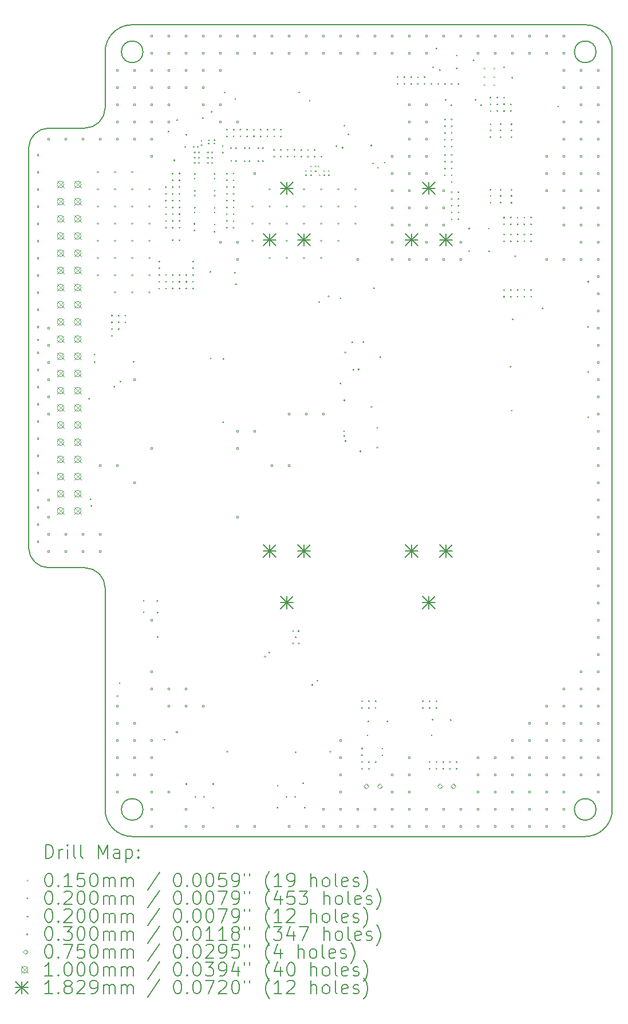
<source format=gbr>
%TF.GenerationSoftware,KiCad,Pcbnew,9.0.5*%
%TF.CreationDate,2025-11-24T08:34:28-05:00*%
%TF.ProjectId,devboard,64657662-6f61-4726-942e-6b696361645f,rev?*%
%TF.SameCoordinates,Original*%
%TF.FileFunction,Drillmap*%
%TF.FilePolarity,Positive*%
%FSLAX45Y45*%
G04 Gerber Fmt 4.5, Leading zero omitted, Abs format (unit mm)*
G04 Created by KiCad (PCBNEW 9.0.5) date 2025-11-24 08:34:28*
%MOMM*%
%LPD*%
G01*
G04 APERTURE LIST*
%ADD10C,0.200000*%
%ADD11C,0.100000*%
%ADD12C,0.182880*%
G04 APERTURE END LIST*
D10*
X12521809Y-3922583D02*
G75*
G02*
X12201769Y-3922583I-160020J0D01*
G01*
X12201769Y-3922583D02*
G75*
G02*
X12521809Y-3922583I160020J0D01*
G01*
X10830000Y-11250000D02*
X10830000Y-5349995D01*
X12361790Y-15522583D02*
G75*
G02*
X11961789Y-15121315I0J400003D01*
G01*
X11961789Y-4749400D02*
X11961789Y-3922590D01*
X12739280Y-15522583D02*
X12361790Y-15522583D01*
X19221809Y-15122583D02*
G75*
G02*
X18901769Y-15122583I-160020J0D01*
G01*
X18901769Y-15122583D02*
G75*
G02*
X19221809Y-15122583I160020J0D01*
G01*
X19461789Y-15122580D02*
G75*
G02*
X19061789Y-15522589I-400009J0D01*
G01*
X19461789Y-3922583D02*
X19461789Y-15122580D01*
X19221809Y-3922583D02*
G75*
G02*
X18901769Y-3922583I-160020J0D01*
G01*
X18901769Y-3922583D02*
G75*
G02*
X19221809Y-3922583I160020J0D01*
G01*
X19061789Y-15522583D02*
X18684297Y-15522583D01*
X18684297Y-15522583D02*
X12739280Y-15522583D01*
X12363729Y-3522583D02*
X19061790Y-3522583D01*
X11961789Y-15121315D02*
X11961789Y-11849151D01*
X11961789Y-3922590D02*
G75*
G02*
X12363729Y-3522583I400011J0D01*
G01*
X11661790Y-11550000D02*
X11130000Y-11550000D01*
X11129995Y-5050000D02*
X11661786Y-5050000D01*
X19061790Y-3522583D02*
G75*
G02*
X19461787Y-3922583I0J-399997D01*
G01*
X11130000Y-11550000D02*
G75*
G02*
X10830000Y-11250000I0J300000D01*
G01*
X11661790Y-11550000D02*
G75*
G02*
X11961789Y-11849151I0J-300000D01*
G01*
X11961789Y-4749400D02*
G75*
G02*
X11661786Y-5049999I-299999J-600D01*
G01*
X10830000Y-5349995D02*
G75*
G02*
X11129995Y-5050000I299995J0D01*
G01*
X12521809Y-15122583D02*
G75*
G02*
X12201769Y-15122583I-160020J0D01*
G01*
X12201769Y-15122583D02*
G75*
G02*
X12521809Y-15122583I160020J0D01*
G01*
D11*
X14919289Y-5670083D02*
X14934289Y-5685083D01*
X14934289Y-5670083D02*
X14919289Y-5685083D01*
X14919289Y-5735083D02*
X14934289Y-5750083D01*
X14934289Y-5735083D02*
X14919289Y-5750083D01*
X14996789Y-5605083D02*
X15011789Y-5620083D01*
X15011789Y-5605083D02*
X14996789Y-5620083D01*
X14996789Y-5670083D02*
X15011789Y-5685083D01*
X15011789Y-5670083D02*
X14996789Y-5685083D01*
X14996789Y-5735083D02*
X15011789Y-5750083D01*
X15011789Y-5735083D02*
X14996789Y-5750083D01*
X15064289Y-5605083D02*
X15079289Y-5620083D01*
X15079289Y-5605083D02*
X15064289Y-5620083D01*
X15065314Y-5675924D02*
X15080314Y-5690924D01*
X15080314Y-5675924D02*
X15065314Y-5690924D01*
X15104289Y-5605083D02*
X15119289Y-5620083D01*
X15119289Y-5605083D02*
X15104289Y-5620083D01*
X15124289Y-5730083D02*
X15139289Y-5745083D01*
X15139289Y-5730083D02*
X15124289Y-5745083D01*
X15191789Y-5670083D02*
X15206789Y-5685083D01*
X15206789Y-5670083D02*
X15191789Y-5685083D01*
X15191789Y-5735083D02*
X15206789Y-5750083D01*
X15206789Y-5735083D02*
X15191789Y-5750083D01*
X15259289Y-5670083D02*
X15274289Y-5685083D01*
X15274289Y-5670083D02*
X15259289Y-5685083D01*
X15259289Y-5735083D02*
X15274289Y-5750083D01*
X15274289Y-5735083D02*
X15259289Y-5750083D01*
X17564289Y-4155083D02*
X17579289Y-4170083D01*
X17579289Y-4155083D02*
X17564289Y-4170083D01*
X17564289Y-4283583D02*
X17579289Y-4298583D01*
X17579289Y-4283583D02*
X17564289Y-4298583D01*
X17564289Y-4405083D02*
X17579289Y-4420083D01*
X17579289Y-4405083D02*
X17564289Y-4420083D01*
X17704289Y-4155083D02*
X17719289Y-4170083D01*
X17719289Y-4155083D02*
X17704289Y-4170083D01*
X17704289Y-4285083D02*
X17719289Y-4300083D01*
X17719289Y-4285083D02*
X17704289Y-4300083D01*
X17704289Y-4405083D02*
X17719289Y-4420083D01*
X17719289Y-4405083D02*
X17704289Y-4420083D01*
X11736789Y-9052583D02*
G75*
G02*
X11716789Y-9052583I-10000J0D01*
G01*
X11716789Y-9052583D02*
G75*
G02*
X11736789Y-9052583I10000J0D01*
G01*
X11756789Y-10537583D02*
G75*
G02*
X11736789Y-10537583I-10000J0D01*
G01*
X11736789Y-10537583D02*
G75*
G02*
X11756789Y-10537583I10000J0D01*
G01*
X11769289Y-10635083D02*
G75*
G02*
X11749289Y-10635083I-10000J0D01*
G01*
X11749289Y-10635083D02*
G75*
G02*
X11769289Y-10635083I10000J0D01*
G01*
X11814289Y-8397583D02*
G75*
G02*
X11794289Y-8397583I-10000J0D01*
G01*
X11794289Y-8397583D02*
G75*
G02*
X11814289Y-8397583I10000J0D01*
G01*
X11816130Y-8508242D02*
G75*
G02*
X11796130Y-8508242I-10000J0D01*
G01*
X11796130Y-8508242D02*
G75*
G02*
X11816130Y-8508242I10000J0D01*
G01*
X11863789Y-5700583D02*
G75*
G02*
X11843789Y-5700583I-10000J0D01*
G01*
X11843789Y-5700583D02*
G75*
G02*
X11863789Y-5700583I10000J0D01*
G01*
X11863789Y-5954583D02*
G75*
G02*
X11843789Y-5954583I-10000J0D01*
G01*
X11843789Y-5954583D02*
G75*
G02*
X11863789Y-5954583I10000J0D01*
G01*
X11863789Y-6208583D02*
G75*
G02*
X11843789Y-6208583I-10000J0D01*
G01*
X11843789Y-6208583D02*
G75*
G02*
X11863789Y-6208583I10000J0D01*
G01*
X11863789Y-6462583D02*
G75*
G02*
X11843789Y-6462583I-10000J0D01*
G01*
X11843789Y-6462583D02*
G75*
G02*
X11863789Y-6462583I10000J0D01*
G01*
X11863789Y-6716583D02*
G75*
G02*
X11843789Y-6716583I-10000J0D01*
G01*
X11843789Y-6716583D02*
G75*
G02*
X11863789Y-6716583I10000J0D01*
G01*
X11863789Y-6970583D02*
G75*
G02*
X11843789Y-6970583I-10000J0D01*
G01*
X11843789Y-6970583D02*
G75*
G02*
X11863789Y-6970583I10000J0D01*
G01*
X11863789Y-7224583D02*
G75*
G02*
X11843789Y-7224583I-10000J0D01*
G01*
X11843789Y-7224583D02*
G75*
G02*
X11863789Y-7224583I10000J0D01*
G01*
X12071789Y-7822583D02*
G75*
G02*
X12051789Y-7822583I-10000J0D01*
G01*
X12051789Y-7822583D02*
G75*
G02*
X12071789Y-7822583I10000J0D01*
G01*
X12071789Y-7922583D02*
G75*
G02*
X12051789Y-7922583I-10000J0D01*
G01*
X12051789Y-7922583D02*
G75*
G02*
X12071789Y-7922583I10000J0D01*
G01*
X12071789Y-8022583D02*
G75*
G02*
X12051789Y-8022583I-10000J0D01*
G01*
X12051789Y-8022583D02*
G75*
G02*
X12071789Y-8022583I10000J0D01*
G01*
X12071789Y-8122583D02*
G75*
G02*
X12051789Y-8122583I-10000J0D01*
G01*
X12051789Y-8122583D02*
G75*
G02*
X12071789Y-8122583I10000J0D01*
G01*
X12106789Y-8872583D02*
G75*
G02*
X12086789Y-8872583I-10000J0D01*
G01*
X12086789Y-8872583D02*
G75*
G02*
X12106789Y-8872583I10000J0D01*
G01*
X12117789Y-5700583D02*
G75*
G02*
X12097789Y-5700583I-10000J0D01*
G01*
X12097789Y-5700583D02*
G75*
G02*
X12117789Y-5700583I10000J0D01*
G01*
X12117789Y-5954583D02*
G75*
G02*
X12097789Y-5954583I-10000J0D01*
G01*
X12097789Y-5954583D02*
G75*
G02*
X12117789Y-5954583I10000J0D01*
G01*
X12117789Y-6208583D02*
G75*
G02*
X12097789Y-6208583I-10000J0D01*
G01*
X12097789Y-6208583D02*
G75*
G02*
X12117789Y-6208583I10000J0D01*
G01*
X12117789Y-6462583D02*
G75*
G02*
X12097789Y-6462583I-10000J0D01*
G01*
X12097789Y-6462583D02*
G75*
G02*
X12117789Y-6462583I10000J0D01*
G01*
X12117789Y-6716583D02*
G75*
G02*
X12097789Y-6716583I-10000J0D01*
G01*
X12097789Y-6716583D02*
G75*
G02*
X12117789Y-6716583I10000J0D01*
G01*
X12117789Y-6970583D02*
G75*
G02*
X12097789Y-6970583I-10000J0D01*
G01*
X12097789Y-6970583D02*
G75*
G02*
X12117789Y-6970583I10000J0D01*
G01*
X12117789Y-7224583D02*
G75*
G02*
X12097789Y-7224583I-10000J0D01*
G01*
X12097789Y-7224583D02*
G75*
G02*
X12117789Y-7224583I10000J0D01*
G01*
X12117789Y-7478583D02*
G75*
G02*
X12097789Y-7478583I-10000J0D01*
G01*
X12097789Y-7478583D02*
G75*
G02*
X12117789Y-7478583I10000J0D01*
G01*
X12151789Y-13447583D02*
G75*
G02*
X12131789Y-13447583I-10000J0D01*
G01*
X12131789Y-13447583D02*
G75*
G02*
X12151789Y-13447583I10000J0D01*
G01*
X12171789Y-7822583D02*
G75*
G02*
X12151789Y-7822583I-10000J0D01*
G01*
X12151789Y-7822583D02*
G75*
G02*
X12171789Y-7822583I10000J0D01*
G01*
X12171789Y-7922583D02*
G75*
G02*
X12151789Y-7922583I-10000J0D01*
G01*
X12151789Y-7922583D02*
G75*
G02*
X12171789Y-7922583I10000J0D01*
G01*
X12171789Y-8022583D02*
G75*
G02*
X12151789Y-8022583I-10000J0D01*
G01*
X12151789Y-8022583D02*
G75*
G02*
X12171789Y-8022583I10000J0D01*
G01*
X12184289Y-13257583D02*
G75*
G02*
X12164289Y-13257583I-10000J0D01*
G01*
X12164289Y-13257583D02*
G75*
G02*
X12184289Y-13257583I10000J0D01*
G01*
X12196789Y-8797583D02*
G75*
G02*
X12176789Y-8797583I-10000J0D01*
G01*
X12176789Y-8797583D02*
G75*
G02*
X12196789Y-8797583I10000J0D01*
G01*
X12271789Y-7822583D02*
G75*
G02*
X12251789Y-7822583I-10000J0D01*
G01*
X12251789Y-7822583D02*
G75*
G02*
X12271789Y-7822583I10000J0D01*
G01*
X12271789Y-7922583D02*
G75*
G02*
X12251789Y-7922583I-10000J0D01*
G01*
X12251789Y-7922583D02*
G75*
G02*
X12271789Y-7922583I10000J0D01*
G01*
X12371789Y-5700583D02*
G75*
G02*
X12351789Y-5700583I-10000J0D01*
G01*
X12351789Y-5700583D02*
G75*
G02*
X12371789Y-5700583I10000J0D01*
G01*
X12371789Y-5954583D02*
G75*
G02*
X12351789Y-5954583I-10000J0D01*
G01*
X12351789Y-5954583D02*
G75*
G02*
X12371789Y-5954583I10000J0D01*
G01*
X12371789Y-6208583D02*
G75*
G02*
X12351789Y-6208583I-10000J0D01*
G01*
X12351789Y-6208583D02*
G75*
G02*
X12371789Y-6208583I10000J0D01*
G01*
X12371789Y-6462583D02*
G75*
G02*
X12351789Y-6462583I-10000J0D01*
G01*
X12351789Y-6462583D02*
G75*
G02*
X12371789Y-6462583I10000J0D01*
G01*
X12371789Y-6716583D02*
G75*
G02*
X12351789Y-6716583I-10000J0D01*
G01*
X12351789Y-6716583D02*
G75*
G02*
X12371789Y-6716583I10000J0D01*
G01*
X12371789Y-6970583D02*
G75*
G02*
X12351789Y-6970583I-10000J0D01*
G01*
X12351789Y-6970583D02*
G75*
G02*
X12371789Y-6970583I10000J0D01*
G01*
X12371789Y-7224583D02*
G75*
G02*
X12351789Y-7224583I-10000J0D01*
G01*
X12351789Y-7224583D02*
G75*
G02*
X12371789Y-7224583I10000J0D01*
G01*
X12371789Y-7478583D02*
G75*
G02*
X12351789Y-7478583I-10000J0D01*
G01*
X12351789Y-7478583D02*
G75*
G02*
X12371789Y-7478583I10000J0D01*
G01*
X12391789Y-8505083D02*
G75*
G02*
X12371789Y-8505083I-10000J0D01*
G01*
X12371789Y-8505083D02*
G75*
G02*
X12391789Y-8505083I10000J0D01*
G01*
X12541789Y-12040083D02*
G75*
G02*
X12521789Y-12040083I-10000J0D01*
G01*
X12521789Y-12040083D02*
G75*
G02*
X12541789Y-12040083I10000J0D01*
G01*
X12541789Y-12207583D02*
G75*
G02*
X12521789Y-12207583I-10000J0D01*
G01*
X12521789Y-12207583D02*
G75*
G02*
X12541789Y-12207583I10000J0D01*
G01*
X12625789Y-5954583D02*
G75*
G02*
X12605789Y-5954583I-10000J0D01*
G01*
X12605789Y-5954583D02*
G75*
G02*
X12625789Y-5954583I10000J0D01*
G01*
X12625789Y-6208583D02*
G75*
G02*
X12605789Y-6208583I-10000J0D01*
G01*
X12605789Y-6208583D02*
G75*
G02*
X12625789Y-6208583I10000J0D01*
G01*
X12625789Y-6462583D02*
G75*
G02*
X12605789Y-6462583I-10000J0D01*
G01*
X12605789Y-6462583D02*
G75*
G02*
X12625789Y-6462583I10000J0D01*
G01*
X12625789Y-6716583D02*
G75*
G02*
X12605789Y-6716583I-10000J0D01*
G01*
X12605789Y-6716583D02*
G75*
G02*
X12625789Y-6716583I10000J0D01*
G01*
X12625789Y-6970583D02*
G75*
G02*
X12605789Y-6970583I-10000J0D01*
G01*
X12605789Y-6970583D02*
G75*
G02*
X12625789Y-6970583I10000J0D01*
G01*
X12625789Y-7224583D02*
G75*
G02*
X12605789Y-7224583I-10000J0D01*
G01*
X12605789Y-7224583D02*
G75*
G02*
X12625789Y-7224583I10000J0D01*
G01*
X12625789Y-7478583D02*
G75*
G02*
X12605789Y-7478583I-10000J0D01*
G01*
X12605789Y-7478583D02*
G75*
G02*
X12625789Y-7478583I10000J0D01*
G01*
X12741789Y-12040083D02*
G75*
G02*
X12721789Y-12040083I-10000J0D01*
G01*
X12721789Y-12040083D02*
G75*
G02*
X12741789Y-12040083I10000J0D01*
G01*
X12746789Y-12212583D02*
G75*
G02*
X12726789Y-12212583I-10000J0D01*
G01*
X12726789Y-12212583D02*
G75*
G02*
X12746789Y-12212583I10000J0D01*
G01*
X12746789Y-12572583D02*
G75*
G02*
X12726789Y-12572583I-10000J0D01*
G01*
X12726789Y-12572583D02*
G75*
G02*
X12746789Y-12572583I10000J0D01*
G01*
X12771789Y-7022583D02*
G75*
G02*
X12751789Y-7022583I-10000J0D01*
G01*
X12751789Y-7022583D02*
G75*
G02*
X12771789Y-7022583I10000J0D01*
G01*
X12771789Y-7122583D02*
G75*
G02*
X12751789Y-7122583I-10000J0D01*
G01*
X12751789Y-7122583D02*
G75*
G02*
X12771789Y-7122583I10000J0D01*
G01*
X12771789Y-7222583D02*
G75*
G02*
X12751789Y-7222583I-10000J0D01*
G01*
X12751789Y-7222583D02*
G75*
G02*
X12771789Y-7222583I10000J0D01*
G01*
X12771789Y-7322583D02*
G75*
G02*
X12751789Y-7322583I-10000J0D01*
G01*
X12751789Y-7322583D02*
G75*
G02*
X12771789Y-7322583I10000J0D01*
G01*
X12771789Y-7422583D02*
G75*
G02*
X12751789Y-7422583I-10000J0D01*
G01*
X12751789Y-7422583D02*
G75*
G02*
X12771789Y-7422583I10000J0D01*
G01*
X12851789Y-14092583D02*
G75*
G02*
X12831789Y-14092583I-10000J0D01*
G01*
X12831789Y-14092583D02*
G75*
G02*
X12851789Y-14092583I10000J0D01*
G01*
X12871789Y-5922583D02*
G75*
G02*
X12851789Y-5922583I-10000J0D01*
G01*
X12851789Y-5922583D02*
G75*
G02*
X12871789Y-5922583I10000J0D01*
G01*
X12871789Y-6022583D02*
G75*
G02*
X12851789Y-6022583I-10000J0D01*
G01*
X12851789Y-6022583D02*
G75*
G02*
X12871789Y-6022583I10000J0D01*
G01*
X12871789Y-6122583D02*
G75*
G02*
X12851789Y-6122583I-10000J0D01*
G01*
X12851789Y-6122583D02*
G75*
G02*
X12871789Y-6122583I10000J0D01*
G01*
X12871789Y-6222583D02*
G75*
G02*
X12851789Y-6222583I-10000J0D01*
G01*
X12851789Y-6222583D02*
G75*
G02*
X12871789Y-6222583I10000J0D01*
G01*
X12871789Y-6322583D02*
G75*
G02*
X12851789Y-6322583I-10000J0D01*
G01*
X12851789Y-6322583D02*
G75*
G02*
X12871789Y-6322583I10000J0D01*
G01*
X12871789Y-6422583D02*
G75*
G02*
X12851789Y-6422583I-10000J0D01*
G01*
X12851789Y-6422583D02*
G75*
G02*
X12871789Y-6422583I10000J0D01*
G01*
X12871789Y-6522583D02*
G75*
G02*
X12851789Y-6522583I-10000J0D01*
G01*
X12851789Y-6522583D02*
G75*
G02*
X12871789Y-6522583I10000J0D01*
G01*
X12871789Y-7222583D02*
G75*
G02*
X12851789Y-7222583I-10000J0D01*
G01*
X12851789Y-7222583D02*
G75*
G02*
X12871789Y-7222583I10000J0D01*
G01*
X12871789Y-7322583D02*
G75*
G02*
X12851789Y-7322583I-10000J0D01*
G01*
X12851789Y-7322583D02*
G75*
G02*
X12871789Y-7322583I10000J0D01*
G01*
X12871789Y-7422583D02*
G75*
G02*
X12851789Y-7422583I-10000J0D01*
G01*
X12851789Y-7422583D02*
G75*
G02*
X12871789Y-7422583I10000J0D01*
G01*
X12909289Y-5102583D02*
G75*
G02*
X12889289Y-5102583I-10000J0D01*
G01*
X12889289Y-5102583D02*
G75*
G02*
X12909289Y-5102583I10000J0D01*
G01*
X12971789Y-5722583D02*
G75*
G02*
X12951789Y-5722583I-10000J0D01*
G01*
X12951789Y-5722583D02*
G75*
G02*
X12971789Y-5722583I10000J0D01*
G01*
X12971789Y-5822583D02*
G75*
G02*
X12951789Y-5822583I-10000J0D01*
G01*
X12951789Y-5822583D02*
G75*
G02*
X12971789Y-5822583I10000J0D01*
G01*
X12971789Y-5922583D02*
G75*
G02*
X12951789Y-5922583I-10000J0D01*
G01*
X12951789Y-5922583D02*
G75*
G02*
X12971789Y-5922583I10000J0D01*
G01*
X12971789Y-6022583D02*
G75*
G02*
X12951789Y-6022583I-10000J0D01*
G01*
X12951789Y-6022583D02*
G75*
G02*
X12971789Y-6022583I10000J0D01*
G01*
X12971789Y-6122583D02*
G75*
G02*
X12951789Y-6122583I-10000J0D01*
G01*
X12951789Y-6122583D02*
G75*
G02*
X12971789Y-6122583I10000J0D01*
G01*
X12971789Y-6222583D02*
G75*
G02*
X12951789Y-6222583I-10000J0D01*
G01*
X12951789Y-6222583D02*
G75*
G02*
X12971789Y-6222583I10000J0D01*
G01*
X12971789Y-6322583D02*
G75*
G02*
X12951789Y-6322583I-10000J0D01*
G01*
X12951789Y-6322583D02*
G75*
G02*
X12971789Y-6322583I10000J0D01*
G01*
X12971789Y-6422583D02*
G75*
G02*
X12951789Y-6422583I-10000J0D01*
G01*
X12951789Y-6422583D02*
G75*
G02*
X12971789Y-6422583I10000J0D01*
G01*
X12971789Y-6522583D02*
G75*
G02*
X12951789Y-6522583I-10000J0D01*
G01*
X12951789Y-6522583D02*
G75*
G02*
X12971789Y-6522583I10000J0D01*
G01*
X12971789Y-6707583D02*
G75*
G02*
X12951789Y-6707583I-10000J0D01*
G01*
X12951789Y-6707583D02*
G75*
G02*
X12971789Y-6707583I10000J0D01*
G01*
X12971789Y-7222583D02*
G75*
G02*
X12951789Y-7222583I-10000J0D01*
G01*
X12951789Y-7222583D02*
G75*
G02*
X12971789Y-7222583I10000J0D01*
G01*
X12971789Y-7322583D02*
G75*
G02*
X12951789Y-7322583I-10000J0D01*
G01*
X12951789Y-7322583D02*
G75*
G02*
X12971789Y-7322583I10000J0D01*
G01*
X12971789Y-7422583D02*
G75*
G02*
X12951789Y-7422583I-10000J0D01*
G01*
X12951789Y-7422583D02*
G75*
G02*
X12971789Y-7422583I10000J0D01*
G01*
X12994289Y-5527583D02*
G75*
G02*
X12974289Y-5527583I-10000J0D01*
G01*
X12974289Y-5527583D02*
G75*
G02*
X12994289Y-5527583I10000J0D01*
G01*
X13034289Y-4932583D02*
G75*
G02*
X13014289Y-4932583I-10000J0D01*
G01*
X13014289Y-4932583D02*
G75*
G02*
X13034289Y-4932583I10000J0D01*
G01*
X13071789Y-5722583D02*
G75*
G02*
X13051789Y-5722583I-10000J0D01*
G01*
X13051789Y-5722583D02*
G75*
G02*
X13071789Y-5722583I10000J0D01*
G01*
X13071789Y-5822583D02*
G75*
G02*
X13051789Y-5822583I-10000J0D01*
G01*
X13051789Y-5822583D02*
G75*
G02*
X13071789Y-5822583I10000J0D01*
G01*
X13071789Y-5922583D02*
G75*
G02*
X13051789Y-5922583I-10000J0D01*
G01*
X13051789Y-5922583D02*
G75*
G02*
X13071789Y-5922583I10000J0D01*
G01*
X13071789Y-6022583D02*
G75*
G02*
X13051789Y-6022583I-10000J0D01*
G01*
X13051789Y-6022583D02*
G75*
G02*
X13071789Y-6022583I10000J0D01*
G01*
X13071789Y-6122583D02*
G75*
G02*
X13051789Y-6122583I-10000J0D01*
G01*
X13051789Y-6122583D02*
G75*
G02*
X13071789Y-6122583I10000J0D01*
G01*
X13071789Y-6222583D02*
G75*
G02*
X13051789Y-6222583I-10000J0D01*
G01*
X13051789Y-6222583D02*
G75*
G02*
X13071789Y-6222583I10000J0D01*
G01*
X13071789Y-6322583D02*
G75*
G02*
X13051789Y-6322583I-10000J0D01*
G01*
X13051789Y-6322583D02*
G75*
G02*
X13071789Y-6322583I10000J0D01*
G01*
X13071789Y-6422583D02*
G75*
G02*
X13051789Y-6422583I-10000J0D01*
G01*
X13051789Y-6422583D02*
G75*
G02*
X13071789Y-6422583I10000J0D01*
G01*
X13071789Y-6522583D02*
G75*
G02*
X13051789Y-6522583I-10000J0D01*
G01*
X13051789Y-6522583D02*
G75*
G02*
X13071789Y-6522583I10000J0D01*
G01*
X13071789Y-6707583D02*
G75*
G02*
X13051789Y-6707583I-10000J0D01*
G01*
X13051789Y-6707583D02*
G75*
G02*
X13071789Y-6707583I10000J0D01*
G01*
X13071789Y-7222583D02*
G75*
G02*
X13051789Y-7222583I-10000J0D01*
G01*
X13051789Y-7222583D02*
G75*
G02*
X13071789Y-7222583I10000J0D01*
G01*
X13071789Y-7322583D02*
G75*
G02*
X13051789Y-7322583I-10000J0D01*
G01*
X13051789Y-7322583D02*
G75*
G02*
X13071789Y-7322583I10000J0D01*
G01*
X13071789Y-7422583D02*
G75*
G02*
X13051789Y-7422583I-10000J0D01*
G01*
X13051789Y-7422583D02*
G75*
G02*
X13071789Y-7422583I10000J0D01*
G01*
X13156789Y-5327583D02*
G75*
G02*
X13136789Y-5327583I-10000J0D01*
G01*
X13136789Y-5327583D02*
G75*
G02*
X13156789Y-5327583I10000J0D01*
G01*
X13171789Y-5147583D02*
G75*
G02*
X13151789Y-5147583I-10000J0D01*
G01*
X13151789Y-5147583D02*
G75*
G02*
X13171789Y-5147583I10000J0D01*
G01*
X13171789Y-7222583D02*
G75*
G02*
X13151789Y-7222583I-10000J0D01*
G01*
X13151789Y-7222583D02*
G75*
G02*
X13171789Y-7222583I10000J0D01*
G01*
X13171789Y-7322583D02*
G75*
G02*
X13151789Y-7322583I-10000J0D01*
G01*
X13151789Y-7322583D02*
G75*
G02*
X13171789Y-7322583I10000J0D01*
G01*
X13171789Y-7422583D02*
G75*
G02*
X13151789Y-7422583I-10000J0D01*
G01*
X13151789Y-7422583D02*
G75*
G02*
X13171789Y-7422583I10000J0D01*
G01*
X13171789Y-14747583D02*
G75*
G02*
X13151789Y-14747583I-10000J0D01*
G01*
X13151789Y-14747583D02*
G75*
G02*
X13171789Y-14747583I10000J0D01*
G01*
X13271789Y-7022583D02*
G75*
G02*
X13251789Y-7022583I-10000J0D01*
G01*
X13251789Y-7022583D02*
G75*
G02*
X13271789Y-7022583I10000J0D01*
G01*
X13271789Y-7122583D02*
G75*
G02*
X13251789Y-7122583I-10000J0D01*
G01*
X13251789Y-7122583D02*
G75*
G02*
X13271789Y-7122583I10000J0D01*
G01*
X13271789Y-7222583D02*
G75*
G02*
X13251789Y-7222583I-10000J0D01*
G01*
X13251789Y-7222583D02*
G75*
G02*
X13271789Y-7222583I10000J0D01*
G01*
X13271789Y-7322583D02*
G75*
G02*
X13251789Y-7322583I-10000J0D01*
G01*
X13251789Y-7322583D02*
G75*
G02*
X13271789Y-7322583I10000J0D01*
G01*
X13271789Y-7422583D02*
G75*
G02*
X13251789Y-7422583I-10000J0D01*
G01*
X13251789Y-7422583D02*
G75*
G02*
X13271789Y-7422583I10000J0D01*
G01*
X13281789Y-5327583D02*
G75*
G02*
X13261789Y-5327583I-10000J0D01*
G01*
X13261789Y-5327583D02*
G75*
G02*
X13281789Y-5327583I10000J0D01*
G01*
X13291789Y-6467583D02*
G75*
G02*
X13271789Y-6467583I-10000J0D01*
G01*
X13271789Y-6467583D02*
G75*
G02*
X13291789Y-6467583I10000J0D01*
G01*
X13292514Y-6562583D02*
G75*
G02*
X13272514Y-6562583I-10000J0D01*
G01*
X13272514Y-6562583D02*
G75*
G02*
X13292514Y-6562583I10000J0D01*
G01*
X13296789Y-5727583D02*
G75*
G02*
X13276789Y-5727583I-10000J0D01*
G01*
X13276789Y-5727583D02*
G75*
G02*
X13296789Y-5727583I10000J0D01*
G01*
X13296789Y-5797583D02*
G75*
G02*
X13276789Y-5797583I-10000J0D01*
G01*
X13276789Y-5797583D02*
G75*
G02*
X13296789Y-5797583I10000J0D01*
G01*
X13296789Y-5977583D02*
G75*
G02*
X13276789Y-5977583I-10000J0D01*
G01*
X13276789Y-5977583D02*
G75*
G02*
X13296789Y-5977583I10000J0D01*
G01*
X13296789Y-6047583D02*
G75*
G02*
X13276789Y-6047583I-10000J0D01*
G01*
X13276789Y-6047583D02*
G75*
G02*
X13296789Y-6047583I10000J0D01*
G01*
X13296789Y-6227583D02*
G75*
G02*
X13276789Y-6227583I-10000J0D01*
G01*
X13276789Y-6227583D02*
G75*
G02*
X13296789Y-6227583I10000J0D01*
G01*
X13296789Y-6297583D02*
G75*
G02*
X13276789Y-6297583I-10000J0D01*
G01*
X13276789Y-6297583D02*
G75*
G02*
X13296789Y-6297583I10000J0D01*
G01*
X13309289Y-14937583D02*
G75*
G02*
X13289289Y-14937583I-10000J0D01*
G01*
X13289289Y-14937583D02*
G75*
G02*
X13309289Y-14937583I10000J0D01*
G01*
X13341789Y-5327583D02*
G75*
G02*
X13321789Y-5327583I-10000J0D01*
G01*
X13321789Y-5327583D02*
G75*
G02*
X13341789Y-5327583I10000J0D01*
G01*
X13396789Y-5237583D02*
G75*
G02*
X13376789Y-5237583I-10000J0D01*
G01*
X13376789Y-5237583D02*
G75*
G02*
X13396789Y-5237583I10000J0D01*
G01*
X13396789Y-5302583D02*
G75*
G02*
X13376789Y-5302583I-10000J0D01*
G01*
X13376789Y-5302583D02*
G75*
G02*
X13396789Y-5302583I10000J0D01*
G01*
X13416789Y-4902583D02*
G75*
G02*
X13396789Y-4902583I-10000J0D01*
G01*
X13396789Y-4902583D02*
G75*
G02*
X13416789Y-4902583I10000J0D01*
G01*
X13434289Y-14937583D02*
G75*
G02*
X13414289Y-14937583I-10000J0D01*
G01*
X13414289Y-14937583D02*
G75*
G02*
X13434289Y-14937583I10000J0D01*
G01*
X13505789Y-5230583D02*
G75*
G02*
X13485789Y-5230583I-10000J0D01*
G01*
X13485789Y-5230583D02*
G75*
G02*
X13505789Y-5230583I10000J0D01*
G01*
X13505789Y-5277583D02*
G75*
G02*
X13485789Y-5277583I-10000J0D01*
G01*
X13485789Y-5277583D02*
G75*
G02*
X13505789Y-5277583I10000J0D01*
G01*
X13526789Y-7177583D02*
G75*
G02*
X13506789Y-7177583I-10000J0D01*
G01*
X13506789Y-7177583D02*
G75*
G02*
X13526789Y-7177583I10000J0D01*
G01*
X13531789Y-8457583D02*
G75*
G02*
X13511789Y-8457583I-10000J0D01*
G01*
X13511789Y-8457583D02*
G75*
G02*
X13531789Y-8457583I10000J0D01*
G01*
X13546789Y-4810083D02*
G75*
G02*
X13526789Y-4810083I-10000J0D01*
G01*
X13526789Y-4810083D02*
G75*
G02*
X13546789Y-4810083I10000J0D01*
G01*
X13571789Y-14747583D02*
G75*
G02*
X13551789Y-14747583I-10000J0D01*
G01*
X13551789Y-14747583D02*
G75*
G02*
X13571789Y-14747583I10000J0D01*
G01*
X13571789Y-15097583D02*
G75*
G02*
X13551789Y-15097583I-10000J0D01*
G01*
X13551789Y-15097583D02*
G75*
G02*
X13571789Y-15097583I10000J0D01*
G01*
X13589289Y-6582583D02*
G75*
G02*
X13569289Y-6582583I-10000J0D01*
G01*
X13569289Y-6582583D02*
G75*
G02*
X13589289Y-6582583I10000J0D01*
G01*
X13589789Y-5228583D02*
G75*
G02*
X13569789Y-5228583I-10000J0D01*
G01*
X13569789Y-5228583D02*
G75*
G02*
X13589789Y-5228583I10000J0D01*
G01*
X13589789Y-5277583D02*
G75*
G02*
X13569789Y-5277583I-10000J0D01*
G01*
X13569789Y-5277583D02*
G75*
G02*
X13589789Y-5277583I10000J0D01*
G01*
X13591789Y-5727583D02*
G75*
G02*
X13571789Y-5727583I-10000J0D01*
G01*
X13571789Y-5727583D02*
G75*
G02*
X13591789Y-5727583I10000J0D01*
G01*
X13591789Y-5797583D02*
G75*
G02*
X13571789Y-5797583I-10000J0D01*
G01*
X13571789Y-5797583D02*
G75*
G02*
X13591789Y-5797583I10000J0D01*
G01*
X13591789Y-5977583D02*
G75*
G02*
X13571789Y-5977583I-10000J0D01*
G01*
X13571789Y-5977583D02*
G75*
G02*
X13591789Y-5977583I10000J0D01*
G01*
X13591789Y-6047583D02*
G75*
G02*
X13571789Y-6047583I-10000J0D01*
G01*
X13571789Y-6047583D02*
G75*
G02*
X13591789Y-6047583I10000J0D01*
G01*
X13591789Y-6227583D02*
G75*
G02*
X13571789Y-6227583I-10000J0D01*
G01*
X13571789Y-6227583D02*
G75*
G02*
X13591789Y-6227583I10000J0D01*
G01*
X13591789Y-6297583D02*
G75*
G02*
X13571789Y-6297583I-10000J0D01*
G01*
X13571789Y-6297583D02*
G75*
G02*
X13591789Y-6297583I10000J0D01*
G01*
X13591789Y-6477583D02*
G75*
G02*
X13571789Y-6477583I-10000J0D01*
G01*
X13571789Y-6477583D02*
G75*
G02*
X13591789Y-6477583I10000J0D01*
G01*
X13711789Y-5314583D02*
G75*
G02*
X13691789Y-5314583I-10000J0D01*
G01*
X13691789Y-5314583D02*
G75*
G02*
X13711789Y-5314583I10000J0D01*
G01*
X13711789Y-5410583D02*
G75*
G02*
X13691789Y-5410583I-10000J0D01*
G01*
X13691789Y-5410583D02*
G75*
G02*
X13711789Y-5410583I10000J0D01*
G01*
X13716789Y-9397583D02*
G75*
G02*
X13696789Y-9397583I-10000J0D01*
G01*
X13696789Y-9397583D02*
G75*
G02*
X13716789Y-9397583I10000J0D01*
G01*
X13721789Y-8462583D02*
G75*
G02*
X13701789Y-8462583I-10000J0D01*
G01*
X13701789Y-8462583D02*
G75*
G02*
X13721789Y-8462583I10000J0D01*
G01*
X13739289Y-4522583D02*
G75*
G02*
X13719289Y-4522583I-10000J0D01*
G01*
X13719289Y-4522583D02*
G75*
G02*
X13739289Y-4522583I10000J0D01*
G01*
X13771789Y-5072583D02*
G75*
G02*
X13751789Y-5072583I-10000J0D01*
G01*
X13751789Y-5072583D02*
G75*
G02*
X13771789Y-5072583I10000J0D01*
G01*
X13771789Y-5172583D02*
G75*
G02*
X13751789Y-5172583I-10000J0D01*
G01*
X13751789Y-5172583D02*
G75*
G02*
X13771789Y-5172583I10000J0D01*
G01*
X13771789Y-5722583D02*
G75*
G02*
X13751789Y-5722583I-10000J0D01*
G01*
X13751789Y-5722583D02*
G75*
G02*
X13771789Y-5722583I10000J0D01*
G01*
X13771789Y-5822583D02*
G75*
G02*
X13751789Y-5822583I-10000J0D01*
G01*
X13751789Y-5822583D02*
G75*
G02*
X13771789Y-5822583I10000J0D01*
G01*
X13771789Y-5922583D02*
G75*
G02*
X13751789Y-5922583I-10000J0D01*
G01*
X13751789Y-5922583D02*
G75*
G02*
X13771789Y-5922583I10000J0D01*
G01*
X13771789Y-6022583D02*
G75*
G02*
X13751789Y-6022583I-10000J0D01*
G01*
X13751789Y-6022583D02*
G75*
G02*
X13771789Y-6022583I10000J0D01*
G01*
X13771789Y-6122583D02*
G75*
G02*
X13751789Y-6122583I-10000J0D01*
G01*
X13751789Y-6122583D02*
G75*
G02*
X13771789Y-6122583I10000J0D01*
G01*
X13771789Y-6222583D02*
G75*
G02*
X13751789Y-6222583I-10000J0D01*
G01*
X13751789Y-6222583D02*
G75*
G02*
X13771789Y-6222583I10000J0D01*
G01*
X13771789Y-6322583D02*
G75*
G02*
X13751789Y-6322583I-10000J0D01*
G01*
X13751789Y-6322583D02*
G75*
G02*
X13771789Y-6322583I10000J0D01*
G01*
X13771789Y-6422583D02*
G75*
G02*
X13751789Y-6422583I-10000J0D01*
G01*
X13751789Y-6422583D02*
G75*
G02*
X13771789Y-6422583I10000J0D01*
G01*
X13771789Y-6522583D02*
G75*
G02*
X13751789Y-6522583I-10000J0D01*
G01*
X13751789Y-6522583D02*
G75*
G02*
X13771789Y-6522583I10000J0D01*
G01*
X13777939Y-14268083D02*
G75*
G02*
X13757939Y-14268083I-10000J0D01*
G01*
X13757939Y-14268083D02*
G75*
G02*
X13777939Y-14268083I10000J0D01*
G01*
X13831789Y-5347583D02*
G75*
G02*
X13811789Y-5347583I-10000J0D01*
G01*
X13811789Y-5347583D02*
G75*
G02*
X13831789Y-5347583I10000J0D01*
G01*
X13836789Y-5537583D02*
G75*
G02*
X13816789Y-5537583I-10000J0D01*
G01*
X13816789Y-5537583D02*
G75*
G02*
X13836789Y-5537583I10000J0D01*
G01*
X13871789Y-5072583D02*
G75*
G02*
X13851789Y-5072583I-10000J0D01*
G01*
X13851789Y-5072583D02*
G75*
G02*
X13871789Y-5072583I10000J0D01*
G01*
X13871789Y-5172583D02*
G75*
G02*
X13851789Y-5172583I-10000J0D01*
G01*
X13851789Y-5172583D02*
G75*
G02*
X13871789Y-5172583I10000J0D01*
G01*
X13871789Y-5722583D02*
G75*
G02*
X13851789Y-5722583I-10000J0D01*
G01*
X13851789Y-5722583D02*
G75*
G02*
X13871789Y-5722583I10000J0D01*
G01*
X13871789Y-5822583D02*
G75*
G02*
X13851789Y-5822583I-10000J0D01*
G01*
X13851789Y-5822583D02*
G75*
G02*
X13871789Y-5822583I10000J0D01*
G01*
X13871789Y-5922583D02*
G75*
G02*
X13851789Y-5922583I-10000J0D01*
G01*
X13851789Y-5922583D02*
G75*
G02*
X13871789Y-5922583I10000J0D01*
G01*
X13871789Y-6022583D02*
G75*
G02*
X13851789Y-6022583I-10000J0D01*
G01*
X13851789Y-6022583D02*
G75*
G02*
X13871789Y-6022583I10000J0D01*
G01*
X13871789Y-6122583D02*
G75*
G02*
X13851789Y-6122583I-10000J0D01*
G01*
X13851789Y-6122583D02*
G75*
G02*
X13871789Y-6122583I10000J0D01*
G01*
X13871789Y-6222583D02*
G75*
G02*
X13851789Y-6222583I-10000J0D01*
G01*
X13851789Y-6222583D02*
G75*
G02*
X13871789Y-6222583I10000J0D01*
G01*
X13871789Y-6322583D02*
G75*
G02*
X13851789Y-6322583I-10000J0D01*
G01*
X13851789Y-6322583D02*
G75*
G02*
X13871789Y-6322583I10000J0D01*
G01*
X13871789Y-6422583D02*
G75*
G02*
X13851789Y-6422583I-10000J0D01*
G01*
X13851789Y-6422583D02*
G75*
G02*
X13871789Y-6422583I10000J0D01*
G01*
X13871789Y-6522583D02*
G75*
G02*
X13851789Y-6522583I-10000J0D01*
G01*
X13851789Y-6522583D02*
G75*
G02*
X13871789Y-6522583I10000J0D01*
G01*
X13891789Y-7187583D02*
G75*
G02*
X13871789Y-7187583I-10000J0D01*
G01*
X13871789Y-7187583D02*
G75*
G02*
X13891789Y-7187583I10000J0D01*
G01*
X13896789Y-4622583D02*
G75*
G02*
X13876789Y-4622583I-10000J0D01*
G01*
X13876789Y-4622583D02*
G75*
G02*
X13896789Y-4622583I10000J0D01*
G01*
X13906789Y-5347583D02*
G75*
G02*
X13886789Y-5347583I-10000J0D01*
G01*
X13886789Y-5347583D02*
G75*
G02*
X13906789Y-5347583I10000J0D01*
G01*
X13906789Y-5537583D02*
G75*
G02*
X13886789Y-5537583I-10000J0D01*
G01*
X13886789Y-5537583D02*
G75*
G02*
X13906789Y-5537583I10000J0D01*
G01*
X13906789Y-7357583D02*
G75*
G02*
X13886789Y-7357583I-10000J0D01*
G01*
X13886789Y-7357583D02*
G75*
G02*
X13906789Y-7357583I10000J0D01*
G01*
X13971789Y-5072583D02*
G75*
G02*
X13951789Y-5072583I-10000J0D01*
G01*
X13951789Y-5072583D02*
G75*
G02*
X13971789Y-5072583I10000J0D01*
G01*
X13971789Y-5172583D02*
G75*
G02*
X13951789Y-5172583I-10000J0D01*
G01*
X13951789Y-5172583D02*
G75*
G02*
X13971789Y-5172583I10000J0D01*
G01*
X14036789Y-5347583D02*
G75*
G02*
X14016789Y-5347583I-10000J0D01*
G01*
X14016789Y-5347583D02*
G75*
G02*
X14036789Y-5347583I10000J0D01*
G01*
X14036789Y-5537583D02*
G75*
G02*
X14016789Y-5537583I-10000J0D01*
G01*
X14016789Y-5537583D02*
G75*
G02*
X14036789Y-5537583I10000J0D01*
G01*
X14071789Y-5072583D02*
G75*
G02*
X14051789Y-5072583I-10000J0D01*
G01*
X14051789Y-5072583D02*
G75*
G02*
X14071789Y-5072583I10000J0D01*
G01*
X14071789Y-5172583D02*
G75*
G02*
X14051789Y-5172583I-10000J0D01*
G01*
X14051789Y-5172583D02*
G75*
G02*
X14071789Y-5172583I10000J0D01*
G01*
X14106789Y-5347583D02*
G75*
G02*
X14086789Y-5347583I-10000J0D01*
G01*
X14086789Y-5347583D02*
G75*
G02*
X14106789Y-5347583I10000J0D01*
G01*
X14106789Y-5537583D02*
G75*
G02*
X14086789Y-5537583I-10000J0D01*
G01*
X14086789Y-5537583D02*
G75*
G02*
X14106789Y-5537583I10000J0D01*
G01*
X14149789Y-6208583D02*
G75*
G02*
X14129789Y-6208583I-10000J0D01*
G01*
X14129789Y-6208583D02*
G75*
G02*
X14149789Y-6208583I10000J0D01*
G01*
X14149789Y-6462583D02*
G75*
G02*
X14129789Y-6462583I-10000J0D01*
G01*
X14129789Y-6462583D02*
G75*
G02*
X14149789Y-6462583I10000J0D01*
G01*
X14149789Y-6716583D02*
G75*
G02*
X14129789Y-6716583I-10000J0D01*
G01*
X14129789Y-6716583D02*
G75*
G02*
X14149789Y-6716583I10000J0D01*
G01*
X14171789Y-5072583D02*
G75*
G02*
X14151789Y-5072583I-10000J0D01*
G01*
X14151789Y-5072583D02*
G75*
G02*
X14171789Y-5072583I10000J0D01*
G01*
X14171789Y-5172583D02*
G75*
G02*
X14151789Y-5172583I-10000J0D01*
G01*
X14151789Y-5172583D02*
G75*
G02*
X14171789Y-5172583I10000J0D01*
G01*
X14236789Y-5347583D02*
G75*
G02*
X14216789Y-5347583I-10000J0D01*
G01*
X14216789Y-5347583D02*
G75*
G02*
X14236789Y-5347583I10000J0D01*
G01*
X14236789Y-5537583D02*
G75*
G02*
X14216789Y-5537583I-10000J0D01*
G01*
X14216789Y-5537583D02*
G75*
G02*
X14236789Y-5537583I10000J0D01*
G01*
X14271789Y-5072583D02*
G75*
G02*
X14251789Y-5072583I-10000J0D01*
G01*
X14251789Y-5072583D02*
G75*
G02*
X14271789Y-5072583I10000J0D01*
G01*
X14271789Y-5172583D02*
G75*
G02*
X14251789Y-5172583I-10000J0D01*
G01*
X14251789Y-5172583D02*
G75*
G02*
X14271789Y-5172583I10000J0D01*
G01*
X14306789Y-5347583D02*
G75*
G02*
X14286789Y-5347583I-10000J0D01*
G01*
X14286789Y-5347583D02*
G75*
G02*
X14306789Y-5347583I10000J0D01*
G01*
X14306789Y-5537583D02*
G75*
G02*
X14286789Y-5537583I-10000J0D01*
G01*
X14286789Y-5537583D02*
G75*
G02*
X14306789Y-5537583I10000J0D01*
G01*
X14336789Y-12862583D02*
G75*
G02*
X14316789Y-12862583I-10000J0D01*
G01*
X14316789Y-12862583D02*
G75*
G02*
X14336789Y-12862583I10000J0D01*
G01*
X14371789Y-5072583D02*
G75*
G02*
X14351789Y-5072583I-10000J0D01*
G01*
X14351789Y-5072583D02*
G75*
G02*
X14371789Y-5072583I10000J0D01*
G01*
X14371789Y-5172583D02*
G75*
G02*
X14351789Y-5172583I-10000J0D01*
G01*
X14351789Y-5172583D02*
G75*
G02*
X14371789Y-5172583I10000J0D01*
G01*
X14396789Y-12802583D02*
G75*
G02*
X14376789Y-12802583I-10000J0D01*
G01*
X14376789Y-12802583D02*
G75*
G02*
X14396789Y-12802583I10000J0D01*
G01*
X14403789Y-5954583D02*
G75*
G02*
X14383789Y-5954583I-10000J0D01*
G01*
X14383789Y-5954583D02*
G75*
G02*
X14403789Y-5954583I10000J0D01*
G01*
X14403789Y-6208583D02*
G75*
G02*
X14383789Y-6208583I-10000J0D01*
G01*
X14383789Y-6208583D02*
G75*
G02*
X14403789Y-6208583I10000J0D01*
G01*
X14403789Y-6462583D02*
G75*
G02*
X14383789Y-6462583I-10000J0D01*
G01*
X14383789Y-6462583D02*
G75*
G02*
X14403789Y-6462583I10000J0D01*
G01*
X14403789Y-6970583D02*
G75*
G02*
X14383789Y-6970583I-10000J0D01*
G01*
X14383789Y-6970583D02*
G75*
G02*
X14403789Y-6970583I10000J0D01*
G01*
X14471789Y-5072583D02*
G75*
G02*
X14451789Y-5072583I-10000J0D01*
G01*
X14451789Y-5072583D02*
G75*
G02*
X14471789Y-5072583I10000J0D01*
G01*
X14471789Y-5172583D02*
G75*
G02*
X14451789Y-5172583I-10000J0D01*
G01*
X14451789Y-5172583D02*
G75*
G02*
X14471789Y-5172583I10000J0D01*
G01*
X14471789Y-5372583D02*
G75*
G02*
X14451789Y-5372583I-10000J0D01*
G01*
X14451789Y-5372583D02*
G75*
G02*
X14471789Y-5372583I10000J0D01*
G01*
X14471789Y-5472583D02*
G75*
G02*
X14451789Y-5472583I-10000J0D01*
G01*
X14451789Y-5472583D02*
G75*
G02*
X14471789Y-5472583I10000J0D01*
G01*
X14521789Y-14772583D02*
G75*
G02*
X14501789Y-14772583I-10000J0D01*
G01*
X14501789Y-14772583D02*
G75*
G02*
X14521789Y-14772583I10000J0D01*
G01*
X14521789Y-15097583D02*
G75*
G02*
X14501789Y-15097583I-10000J0D01*
G01*
X14501789Y-15097583D02*
G75*
G02*
X14521789Y-15097583I10000J0D01*
G01*
X14571789Y-5072583D02*
G75*
G02*
X14551789Y-5072583I-10000J0D01*
G01*
X14551789Y-5072583D02*
G75*
G02*
X14571789Y-5072583I10000J0D01*
G01*
X14571789Y-5172583D02*
G75*
G02*
X14551789Y-5172583I-10000J0D01*
G01*
X14551789Y-5172583D02*
G75*
G02*
X14571789Y-5172583I10000J0D01*
G01*
X14571789Y-5372583D02*
G75*
G02*
X14551789Y-5372583I-10000J0D01*
G01*
X14551789Y-5372583D02*
G75*
G02*
X14571789Y-5372583I10000J0D01*
G01*
X14571789Y-5472583D02*
G75*
G02*
X14551789Y-5472583I-10000J0D01*
G01*
X14551789Y-5472583D02*
G75*
G02*
X14571789Y-5472583I10000J0D01*
G01*
X14653955Y-14937583D02*
G75*
G02*
X14633955Y-14937583I-10000J0D01*
G01*
X14633955Y-14937583D02*
G75*
G02*
X14653955Y-14937583I10000J0D01*
G01*
X14657789Y-6208583D02*
G75*
G02*
X14637789Y-6208583I-10000J0D01*
G01*
X14637789Y-6208583D02*
G75*
G02*
X14657789Y-6208583I10000J0D01*
G01*
X14657789Y-6462583D02*
G75*
G02*
X14637789Y-6462583I-10000J0D01*
G01*
X14637789Y-6462583D02*
G75*
G02*
X14657789Y-6462583I10000J0D01*
G01*
X14657789Y-6716583D02*
G75*
G02*
X14637789Y-6716583I-10000J0D01*
G01*
X14637789Y-6716583D02*
G75*
G02*
X14657789Y-6716583I10000J0D01*
G01*
X14657789Y-6970583D02*
G75*
G02*
X14637789Y-6970583I-10000J0D01*
G01*
X14637789Y-6970583D02*
G75*
G02*
X14657789Y-6970583I10000J0D01*
G01*
X14671789Y-5372583D02*
G75*
G02*
X14651789Y-5372583I-10000J0D01*
G01*
X14651789Y-5372583D02*
G75*
G02*
X14671789Y-5372583I10000J0D01*
G01*
X14671789Y-5472583D02*
G75*
G02*
X14651789Y-5472583I-10000J0D01*
G01*
X14651789Y-5472583D02*
G75*
G02*
X14671789Y-5472583I10000J0D01*
G01*
X14751789Y-12487583D02*
G75*
G02*
X14731789Y-12487583I-10000J0D01*
G01*
X14731789Y-12487583D02*
G75*
G02*
X14751789Y-12487583I10000J0D01*
G01*
X14751789Y-12667583D02*
G75*
G02*
X14731789Y-12667583I-10000J0D01*
G01*
X14731789Y-12667583D02*
G75*
G02*
X14751789Y-12667583I10000J0D01*
G01*
X14771789Y-5372583D02*
G75*
G02*
X14751789Y-5372583I-10000J0D01*
G01*
X14751789Y-5372583D02*
G75*
G02*
X14771789Y-5372583I10000J0D01*
G01*
X14771789Y-5472583D02*
G75*
G02*
X14751789Y-5472583I-10000J0D01*
G01*
X14751789Y-5472583D02*
G75*
G02*
X14771789Y-5472583I10000J0D01*
G01*
X14778955Y-14937583D02*
G75*
G02*
X14758955Y-14937583I-10000J0D01*
G01*
X14758955Y-14937583D02*
G75*
G02*
X14778955Y-14937583I10000J0D01*
G01*
X14791789Y-14277583D02*
G75*
G02*
X14771789Y-14277583I-10000J0D01*
G01*
X14771789Y-14277583D02*
G75*
G02*
X14791789Y-14277583I10000J0D01*
G01*
X14793939Y-12577083D02*
G75*
G02*
X14773939Y-12577083I-10000J0D01*
G01*
X14773939Y-12577083D02*
G75*
G02*
X14793939Y-12577083I10000J0D01*
G01*
X14831789Y-12487583D02*
G75*
G02*
X14811789Y-12487583I-10000J0D01*
G01*
X14811789Y-12487583D02*
G75*
G02*
X14831789Y-12487583I10000J0D01*
G01*
X14836789Y-12667583D02*
G75*
G02*
X14816789Y-12667583I-10000J0D01*
G01*
X14816789Y-12667583D02*
G75*
G02*
X14836789Y-12667583I10000J0D01*
G01*
X14839289Y-4522583D02*
G75*
G02*
X14819289Y-4522583I-10000J0D01*
G01*
X14819289Y-4522583D02*
G75*
G02*
X14839289Y-4522583I10000J0D01*
G01*
X14871789Y-5372583D02*
G75*
G02*
X14851789Y-5372583I-10000J0D01*
G01*
X14851789Y-5372583D02*
G75*
G02*
X14871789Y-5372583I10000J0D01*
G01*
X14871789Y-5472583D02*
G75*
G02*
X14851789Y-5472583I-10000J0D01*
G01*
X14851789Y-5472583D02*
G75*
G02*
X14871789Y-5472583I10000J0D01*
G01*
X14901789Y-14737583D02*
G75*
G02*
X14881789Y-14737583I-10000J0D01*
G01*
X14881789Y-14737583D02*
G75*
G02*
X14901789Y-14737583I10000J0D01*
G01*
X14911789Y-5954583D02*
G75*
G02*
X14891789Y-5954583I-10000J0D01*
G01*
X14891789Y-5954583D02*
G75*
G02*
X14911789Y-5954583I10000J0D01*
G01*
X14911789Y-6208583D02*
G75*
G02*
X14891789Y-6208583I-10000J0D01*
G01*
X14891789Y-6208583D02*
G75*
G02*
X14911789Y-6208583I10000J0D01*
G01*
X14911789Y-6462583D02*
G75*
G02*
X14891789Y-6462583I-10000J0D01*
G01*
X14891789Y-6462583D02*
G75*
G02*
X14911789Y-6462583I10000J0D01*
G01*
X14911789Y-6970583D02*
G75*
G02*
X14891789Y-6970583I-10000J0D01*
G01*
X14891789Y-6970583D02*
G75*
G02*
X14911789Y-6970583I10000J0D01*
G01*
X14921789Y-15097583D02*
G75*
G02*
X14901789Y-15097583I-10000J0D01*
G01*
X14901789Y-15097583D02*
G75*
G02*
X14921789Y-15097583I10000J0D01*
G01*
X14971789Y-5372583D02*
G75*
G02*
X14951789Y-5372583I-10000J0D01*
G01*
X14951789Y-5372583D02*
G75*
G02*
X14971789Y-5372583I10000J0D01*
G01*
X14971789Y-5472583D02*
G75*
G02*
X14951789Y-5472583I-10000J0D01*
G01*
X14951789Y-5472583D02*
G75*
G02*
X14971789Y-5472583I10000J0D01*
G01*
X14996789Y-4647583D02*
G75*
G02*
X14976789Y-4647583I-10000J0D01*
G01*
X14976789Y-4647583D02*
G75*
G02*
X14996789Y-4647583I10000J0D01*
G01*
X15036789Y-13282583D02*
G75*
G02*
X15016789Y-13282583I-10000J0D01*
G01*
X15016789Y-13282583D02*
G75*
G02*
X15036789Y-13282583I10000J0D01*
G01*
X15071789Y-5372583D02*
G75*
G02*
X15051789Y-5372583I-10000J0D01*
G01*
X15051789Y-5372583D02*
G75*
G02*
X15071789Y-5372583I10000J0D01*
G01*
X15071789Y-5472583D02*
G75*
G02*
X15051789Y-5472583I-10000J0D01*
G01*
X15051789Y-5472583D02*
G75*
G02*
X15071789Y-5472583I10000J0D01*
G01*
X15111789Y-13217583D02*
G75*
G02*
X15091789Y-13217583I-10000J0D01*
G01*
X15091789Y-13217583D02*
G75*
G02*
X15111789Y-13217583I10000J0D01*
G01*
X15136789Y-7622583D02*
G75*
G02*
X15116789Y-7622583I-10000J0D01*
G01*
X15116789Y-7622583D02*
G75*
G02*
X15136789Y-7622583I10000J0D01*
G01*
X15165789Y-5954583D02*
G75*
G02*
X15145789Y-5954583I-10000J0D01*
G01*
X15145789Y-5954583D02*
G75*
G02*
X15165789Y-5954583I10000J0D01*
G01*
X15165789Y-6208583D02*
G75*
G02*
X15145789Y-6208583I-10000J0D01*
G01*
X15145789Y-6208583D02*
G75*
G02*
X15165789Y-6208583I10000J0D01*
G01*
X15165789Y-6462583D02*
G75*
G02*
X15145789Y-6462583I-10000J0D01*
G01*
X15145789Y-6462583D02*
G75*
G02*
X15165789Y-6462583I10000J0D01*
G01*
X15165789Y-6716583D02*
G75*
G02*
X15145789Y-6716583I-10000J0D01*
G01*
X15145789Y-6716583D02*
G75*
G02*
X15165789Y-6716583I10000J0D01*
G01*
X15165789Y-6970583D02*
G75*
G02*
X15145789Y-6970583I-10000J0D01*
G01*
X15145789Y-6970583D02*
G75*
G02*
X15165789Y-6970583I10000J0D01*
G01*
X15171789Y-5472583D02*
G75*
G02*
X15151789Y-5472583I-10000J0D01*
G01*
X15151789Y-5472583D02*
G75*
G02*
X15171789Y-5472583I10000J0D01*
G01*
X15276789Y-7537583D02*
G75*
G02*
X15256789Y-7537583I-10000J0D01*
G01*
X15256789Y-7537583D02*
G75*
G02*
X15276789Y-7537583I10000J0D01*
G01*
X15301939Y-14268083D02*
G75*
G02*
X15281939Y-14268083I-10000J0D01*
G01*
X15281939Y-14268083D02*
G75*
G02*
X15301939Y-14268083I10000J0D01*
G01*
X15391789Y-5317583D02*
G75*
G02*
X15371789Y-5317583I-10000J0D01*
G01*
X15371789Y-5317583D02*
G75*
G02*
X15391789Y-5317583I10000J0D01*
G01*
X15419789Y-5954583D02*
G75*
G02*
X15399789Y-5954583I-10000J0D01*
G01*
X15399789Y-5954583D02*
G75*
G02*
X15419789Y-5954583I10000J0D01*
G01*
X15419789Y-6208583D02*
G75*
G02*
X15399789Y-6208583I-10000J0D01*
G01*
X15399789Y-6208583D02*
G75*
G02*
X15419789Y-6208583I10000J0D01*
G01*
X15419789Y-6462583D02*
G75*
G02*
X15399789Y-6462583I-10000J0D01*
G01*
X15399789Y-6462583D02*
G75*
G02*
X15419789Y-6462583I10000J0D01*
G01*
X15419789Y-6716583D02*
G75*
G02*
X15399789Y-6716583I-10000J0D01*
G01*
X15399789Y-6716583D02*
G75*
G02*
X15419789Y-6716583I10000J0D01*
G01*
X15451789Y-8827583D02*
G75*
G02*
X15431789Y-8827583I-10000J0D01*
G01*
X15431789Y-8827583D02*
G75*
G02*
X15451789Y-8827583I10000J0D01*
G01*
X15456789Y-7567583D02*
G75*
G02*
X15436789Y-7567583I-10000J0D01*
G01*
X15436789Y-7567583D02*
G75*
G02*
X15456789Y-7567583I10000J0D01*
G01*
X15482942Y-5340707D02*
G75*
G02*
X15462942Y-5340707I-10000J0D01*
G01*
X15462942Y-5340707D02*
G75*
G02*
X15482942Y-5340707I10000J0D01*
G01*
X15506789Y-9532583D02*
G75*
G02*
X15486789Y-9532583I-10000J0D01*
G01*
X15486789Y-9532583D02*
G75*
G02*
X15506789Y-9532583I10000J0D01*
G01*
X15506789Y-9602583D02*
G75*
G02*
X15486789Y-9602583I-10000J0D01*
G01*
X15486789Y-9602583D02*
G75*
G02*
X15506789Y-9602583I10000J0D01*
G01*
X15509289Y-9075407D02*
G75*
G02*
X15489289Y-9075407I-10000J0D01*
G01*
X15489289Y-9075407D02*
G75*
G02*
X15509289Y-9075407I10000J0D01*
G01*
X15510378Y-5016636D02*
G75*
G02*
X15490378Y-5016636I-10000J0D01*
G01*
X15490378Y-5016636D02*
G75*
G02*
X15510378Y-5016636I10000J0D01*
G01*
X15521789Y-8367583D02*
G75*
G02*
X15501789Y-8367583I-10000J0D01*
G01*
X15501789Y-8367583D02*
G75*
G02*
X15521789Y-8367583I10000J0D01*
G01*
X15525876Y-9675114D02*
G75*
G02*
X15505876Y-9675114I-10000J0D01*
G01*
X15505876Y-9675114D02*
G75*
G02*
X15525876Y-9675114I10000J0D01*
G01*
X15571789Y-5142583D02*
G75*
G02*
X15551789Y-5142583I-10000J0D01*
G01*
X15551789Y-5142583D02*
G75*
G02*
X15571789Y-5142583I10000J0D01*
G01*
X15626789Y-8217583D02*
G75*
G02*
X15606789Y-8217583I-10000J0D01*
G01*
X15606789Y-8217583D02*
G75*
G02*
X15626789Y-8217583I10000J0D01*
G01*
X15641789Y-8622583D02*
G75*
G02*
X15621789Y-8622583I-10000J0D01*
G01*
X15621789Y-8622583D02*
G75*
G02*
X15641789Y-8622583I10000J0D01*
G01*
X15673789Y-5954583D02*
G75*
G02*
X15653789Y-5954583I-10000J0D01*
G01*
X15653789Y-5954583D02*
G75*
G02*
X15673789Y-5954583I10000J0D01*
G01*
X15673789Y-6208583D02*
G75*
G02*
X15653789Y-6208583I-10000J0D01*
G01*
X15653789Y-6208583D02*
G75*
G02*
X15673789Y-6208583I10000J0D01*
G01*
X15673789Y-6462583D02*
G75*
G02*
X15653789Y-6462583I-10000J0D01*
G01*
X15653789Y-6462583D02*
G75*
G02*
X15673789Y-6462583I10000J0D01*
G01*
X15721789Y-8617583D02*
G75*
G02*
X15701789Y-8617583I-10000J0D01*
G01*
X15701789Y-8617583D02*
G75*
G02*
X15721789Y-8617583I10000J0D01*
G01*
X15746789Y-9827583D02*
G75*
G02*
X15726789Y-9827583I-10000J0D01*
G01*
X15726789Y-9827583D02*
G75*
G02*
X15746789Y-9827583I10000J0D01*
G01*
X15771789Y-13522583D02*
G75*
G02*
X15751789Y-13522583I-10000J0D01*
G01*
X15751789Y-13522583D02*
G75*
G02*
X15771789Y-13522583I10000J0D01*
G01*
X15771789Y-13622583D02*
G75*
G02*
X15751789Y-13622583I-10000J0D01*
G01*
X15751789Y-13622583D02*
G75*
G02*
X15771789Y-13622583I10000J0D01*
G01*
X15771789Y-14222583D02*
G75*
G02*
X15751789Y-14222583I-10000J0D01*
G01*
X15751789Y-14222583D02*
G75*
G02*
X15771789Y-14222583I10000J0D01*
G01*
X15771789Y-14322583D02*
G75*
G02*
X15751789Y-14322583I-10000J0D01*
G01*
X15751789Y-14322583D02*
G75*
G02*
X15771789Y-14322583I10000J0D01*
G01*
X15771789Y-14422583D02*
G75*
G02*
X15751789Y-14422583I-10000J0D01*
G01*
X15751789Y-14422583D02*
G75*
G02*
X15771789Y-14422583I10000J0D01*
G01*
X15771789Y-14522583D02*
G75*
G02*
X15751789Y-14522583I-10000J0D01*
G01*
X15751789Y-14522583D02*
G75*
G02*
X15771789Y-14522583I10000J0D01*
G01*
X15791789Y-8212583D02*
G75*
G02*
X15771789Y-8212583I-10000J0D01*
G01*
X15771789Y-8212583D02*
G75*
G02*
X15791789Y-8212583I10000J0D01*
G01*
X15851789Y-14028833D02*
G75*
G02*
X15831789Y-14028833I-10000J0D01*
G01*
X15831789Y-14028833D02*
G75*
G02*
X15851789Y-14028833I10000J0D01*
G01*
X15864289Y-13822583D02*
G75*
G02*
X15844289Y-13822583I-10000J0D01*
G01*
X15844289Y-13822583D02*
G75*
G02*
X15864289Y-13822583I10000J0D01*
G01*
X15871789Y-13522583D02*
G75*
G02*
X15851789Y-13522583I-10000J0D01*
G01*
X15851789Y-13522583D02*
G75*
G02*
X15871789Y-13522583I10000J0D01*
G01*
X15871789Y-13622583D02*
G75*
G02*
X15851789Y-13622583I-10000J0D01*
G01*
X15851789Y-13622583D02*
G75*
G02*
X15871789Y-13622583I10000J0D01*
G01*
X15871789Y-14422583D02*
G75*
G02*
X15851789Y-14422583I-10000J0D01*
G01*
X15851789Y-14422583D02*
G75*
G02*
X15871789Y-14422583I10000J0D01*
G01*
X15871789Y-14522583D02*
G75*
G02*
X15851789Y-14522583I-10000J0D01*
G01*
X15851789Y-14522583D02*
G75*
G02*
X15871789Y-14522583I10000J0D01*
G01*
X15906789Y-5307583D02*
G75*
G02*
X15886789Y-5307583I-10000J0D01*
G01*
X15886789Y-5307583D02*
G75*
G02*
X15906789Y-5307583I10000J0D01*
G01*
X15911789Y-9172583D02*
G75*
G02*
X15891789Y-9172583I-10000J0D01*
G01*
X15891789Y-9172583D02*
G75*
G02*
X15911789Y-9172583I10000J0D01*
G01*
X15931789Y-5572583D02*
G75*
G02*
X15911789Y-5572583I-10000J0D01*
G01*
X15911789Y-5572583D02*
G75*
G02*
X15931789Y-5572583I10000J0D01*
G01*
X15946789Y-7417583D02*
G75*
G02*
X15926789Y-7417583I-10000J0D01*
G01*
X15926789Y-7417583D02*
G75*
G02*
X15946789Y-7417583I10000J0D01*
G01*
X15971789Y-13522583D02*
G75*
G02*
X15951789Y-13522583I-10000J0D01*
G01*
X15951789Y-13522583D02*
G75*
G02*
X15971789Y-13522583I10000J0D01*
G01*
X15971789Y-13622583D02*
G75*
G02*
X15951789Y-13622583I-10000J0D01*
G01*
X15951789Y-13622583D02*
G75*
G02*
X15971789Y-13622583I10000J0D01*
G01*
X15971789Y-14422583D02*
G75*
G02*
X15951789Y-14422583I-10000J0D01*
G01*
X15951789Y-14422583D02*
G75*
G02*
X15971789Y-14422583I10000J0D01*
G01*
X15996789Y-9482583D02*
G75*
G02*
X15976789Y-9482583I-10000J0D01*
G01*
X15976789Y-9482583D02*
G75*
G02*
X15996789Y-9482583I10000J0D01*
G01*
X15996789Y-9772583D02*
G75*
G02*
X15976789Y-9772583I-10000J0D01*
G01*
X15976789Y-9772583D02*
G75*
G02*
X15996789Y-9772583I10000J0D01*
G01*
X16006789Y-5637583D02*
G75*
G02*
X15986789Y-5637583I-10000J0D01*
G01*
X15986789Y-5637583D02*
G75*
G02*
X16006789Y-5637583I10000J0D01*
G01*
X16041789Y-8437583D02*
G75*
G02*
X16021789Y-8437583I-10000J0D01*
G01*
X16021789Y-8437583D02*
G75*
G02*
X16041789Y-8437583I10000J0D01*
G01*
X16071789Y-14222583D02*
G75*
G02*
X16051789Y-14222583I-10000J0D01*
G01*
X16051789Y-14222583D02*
G75*
G02*
X16071789Y-14222583I10000J0D01*
G01*
X16071789Y-14322583D02*
G75*
G02*
X16051789Y-14322583I-10000J0D01*
G01*
X16051789Y-14322583D02*
G75*
G02*
X16071789Y-14322583I10000J0D01*
G01*
X16106789Y-5562583D02*
G75*
G02*
X16086789Y-5562583I-10000J0D01*
G01*
X16086789Y-5562583D02*
G75*
G02*
X16106789Y-5562583I10000J0D01*
G01*
X16146789Y-13822583D02*
G75*
G02*
X16126789Y-13822583I-10000J0D01*
G01*
X16126789Y-13822583D02*
G75*
G02*
X16146789Y-13822583I10000J0D01*
G01*
X16296789Y-4297583D02*
G75*
G02*
X16276789Y-4297583I-10000J0D01*
G01*
X16276789Y-4297583D02*
G75*
G02*
X16296789Y-4297583I10000J0D01*
G01*
X16296789Y-4397583D02*
G75*
G02*
X16276789Y-4397583I-10000J0D01*
G01*
X16276789Y-4397583D02*
G75*
G02*
X16296789Y-4397583I10000J0D01*
G01*
X16396789Y-4297583D02*
G75*
G02*
X16376789Y-4297583I-10000J0D01*
G01*
X16376789Y-4297583D02*
G75*
G02*
X16396789Y-4297583I10000J0D01*
G01*
X16396789Y-4397583D02*
G75*
G02*
X16376789Y-4397583I-10000J0D01*
G01*
X16376789Y-4397583D02*
G75*
G02*
X16396789Y-4397583I10000J0D01*
G01*
X16496789Y-4297583D02*
G75*
G02*
X16476789Y-4297583I-10000J0D01*
G01*
X16476789Y-4297583D02*
G75*
G02*
X16496789Y-4297583I10000J0D01*
G01*
X16496789Y-4397583D02*
G75*
G02*
X16476789Y-4397583I-10000J0D01*
G01*
X16476789Y-4397583D02*
G75*
G02*
X16496789Y-4397583I10000J0D01*
G01*
X16596789Y-4297583D02*
G75*
G02*
X16576789Y-4297583I-10000J0D01*
G01*
X16576789Y-4297583D02*
G75*
G02*
X16596789Y-4297583I10000J0D01*
G01*
X16596789Y-4397583D02*
G75*
G02*
X16576789Y-4397583I-10000J0D01*
G01*
X16576789Y-4397583D02*
G75*
G02*
X16596789Y-4397583I10000J0D01*
G01*
X16671789Y-13522583D02*
G75*
G02*
X16651789Y-13522583I-10000J0D01*
G01*
X16651789Y-13522583D02*
G75*
G02*
X16671789Y-13522583I10000J0D01*
G01*
X16671789Y-13622583D02*
G75*
G02*
X16651789Y-13622583I-10000J0D01*
G01*
X16651789Y-13622583D02*
G75*
G02*
X16671789Y-13622583I10000J0D01*
G01*
X16696789Y-4297583D02*
G75*
G02*
X16676789Y-4297583I-10000J0D01*
G01*
X16676789Y-4297583D02*
G75*
G02*
X16696789Y-4297583I10000J0D01*
G01*
X16696789Y-4397583D02*
G75*
G02*
X16676789Y-4397583I-10000J0D01*
G01*
X16676789Y-4397583D02*
G75*
G02*
X16696789Y-4397583I10000J0D01*
G01*
X16771789Y-13522583D02*
G75*
G02*
X16751789Y-13522583I-10000J0D01*
G01*
X16751789Y-13522583D02*
G75*
G02*
X16771789Y-13522583I10000J0D01*
G01*
X16771789Y-13622583D02*
G75*
G02*
X16751789Y-13622583I-10000J0D01*
G01*
X16751789Y-13622583D02*
G75*
G02*
X16771789Y-13622583I10000J0D01*
G01*
X16771789Y-14422583D02*
G75*
G02*
X16751789Y-14422583I-10000J0D01*
G01*
X16751789Y-14422583D02*
G75*
G02*
X16771789Y-14422583I10000J0D01*
G01*
X16771789Y-14522583D02*
G75*
G02*
X16751789Y-14522583I-10000J0D01*
G01*
X16751789Y-14522583D02*
G75*
G02*
X16771789Y-14522583I10000J0D01*
G01*
X16796789Y-4397583D02*
G75*
G02*
X16776789Y-4397583I-10000J0D01*
G01*
X16776789Y-4397583D02*
G75*
G02*
X16796789Y-4397583I10000J0D01*
G01*
X16801789Y-14028833D02*
G75*
G02*
X16781789Y-14028833I-10000J0D01*
G01*
X16781789Y-14028833D02*
G75*
G02*
X16801789Y-14028833I10000J0D01*
G01*
X16814289Y-13797583D02*
G75*
G02*
X16794289Y-13797583I-10000J0D01*
G01*
X16794289Y-13797583D02*
G75*
G02*
X16814289Y-13797583I10000J0D01*
G01*
X16821789Y-4152583D02*
G75*
G02*
X16801789Y-4152583I-10000J0D01*
G01*
X16801789Y-4152583D02*
G75*
G02*
X16821789Y-4152583I10000J0D01*
G01*
X16871789Y-3875083D02*
G75*
G02*
X16851789Y-3875083I-10000J0D01*
G01*
X16851789Y-3875083D02*
G75*
G02*
X16871789Y-3875083I10000J0D01*
G01*
X16871789Y-13522583D02*
G75*
G02*
X16851789Y-13522583I-10000J0D01*
G01*
X16851789Y-13522583D02*
G75*
G02*
X16871789Y-13522583I10000J0D01*
G01*
X16871789Y-13622583D02*
G75*
G02*
X16851789Y-13622583I-10000J0D01*
G01*
X16851789Y-13622583D02*
G75*
G02*
X16871789Y-13622583I10000J0D01*
G01*
X16871789Y-14422583D02*
G75*
G02*
X16851789Y-14422583I-10000J0D01*
G01*
X16851789Y-14422583D02*
G75*
G02*
X16871789Y-14422583I10000J0D01*
G01*
X16871789Y-14522583D02*
G75*
G02*
X16851789Y-14522583I-10000J0D01*
G01*
X16851789Y-14522583D02*
G75*
G02*
X16871789Y-14522583I10000J0D01*
G01*
X16896789Y-4397583D02*
G75*
G02*
X16876789Y-4397583I-10000J0D01*
G01*
X16876789Y-4397583D02*
G75*
G02*
X16896789Y-4397583I10000J0D01*
G01*
X16921789Y-4192583D02*
G75*
G02*
X16901789Y-4192583I-10000J0D01*
G01*
X16901789Y-4192583D02*
G75*
G02*
X16921789Y-4192583I10000J0D01*
G01*
X16971789Y-14422583D02*
G75*
G02*
X16951789Y-14422583I-10000J0D01*
G01*
X16951789Y-14422583D02*
G75*
G02*
X16971789Y-14422583I10000J0D01*
G01*
X16971789Y-14522583D02*
G75*
G02*
X16951789Y-14522583I-10000J0D01*
G01*
X16951789Y-14522583D02*
G75*
G02*
X16971789Y-14522583I10000J0D01*
G01*
X16996789Y-4397583D02*
G75*
G02*
X16976789Y-4397583I-10000J0D01*
G01*
X16976789Y-4397583D02*
G75*
G02*
X16996789Y-4397583I10000J0D01*
G01*
X16996789Y-4922583D02*
G75*
G02*
X16976789Y-4922583I-10000J0D01*
G01*
X16976789Y-4922583D02*
G75*
G02*
X16996789Y-4922583I10000J0D01*
G01*
X16996789Y-5022583D02*
G75*
G02*
X16976789Y-5022583I-10000J0D01*
G01*
X16976789Y-5022583D02*
G75*
G02*
X16996789Y-5022583I10000J0D01*
G01*
X16996789Y-5122583D02*
G75*
G02*
X16976789Y-5122583I-10000J0D01*
G01*
X16976789Y-5122583D02*
G75*
G02*
X16996789Y-5122583I10000J0D01*
G01*
X16996789Y-5222583D02*
G75*
G02*
X16976789Y-5222583I-10000J0D01*
G01*
X16976789Y-5222583D02*
G75*
G02*
X16996789Y-5222583I10000J0D01*
G01*
X16996789Y-5322583D02*
G75*
G02*
X16976789Y-5322583I-10000J0D01*
G01*
X16976789Y-5322583D02*
G75*
G02*
X16996789Y-5322583I10000J0D01*
G01*
X16996789Y-5447583D02*
G75*
G02*
X16976789Y-5447583I-10000J0D01*
G01*
X16976789Y-5447583D02*
G75*
G02*
X16996789Y-5447583I10000J0D01*
G01*
X16996789Y-5547583D02*
G75*
G02*
X16976789Y-5547583I-10000J0D01*
G01*
X16976789Y-5547583D02*
G75*
G02*
X16996789Y-5547583I10000J0D01*
G01*
X16996789Y-5647583D02*
G75*
G02*
X16976789Y-5647583I-10000J0D01*
G01*
X16976789Y-5647583D02*
G75*
G02*
X16996789Y-5647583I10000J0D01*
G01*
X16996789Y-5747583D02*
G75*
G02*
X16976789Y-5747583I-10000J0D01*
G01*
X16976789Y-5747583D02*
G75*
G02*
X16996789Y-5747583I10000J0D01*
G01*
X17011789Y-4632583D02*
G75*
G02*
X16991789Y-4632583I-10000J0D01*
G01*
X16991789Y-4632583D02*
G75*
G02*
X17011789Y-4632583I10000J0D01*
G01*
X17071789Y-14422583D02*
G75*
G02*
X17051789Y-14422583I-10000J0D01*
G01*
X17051789Y-14422583D02*
G75*
G02*
X17071789Y-14422583I10000J0D01*
G01*
X17071789Y-14522583D02*
G75*
G02*
X17051789Y-14522583I-10000J0D01*
G01*
X17051789Y-14522583D02*
G75*
G02*
X17071789Y-14522583I10000J0D01*
G01*
X17081789Y-13802583D02*
G75*
G02*
X17061789Y-13802583I-10000J0D01*
G01*
X17061789Y-13802583D02*
G75*
G02*
X17081789Y-13802583I10000J0D01*
G01*
X17091789Y-4712583D02*
G75*
G02*
X17071789Y-4712583I-10000J0D01*
G01*
X17071789Y-4712583D02*
G75*
G02*
X17091789Y-4712583I10000J0D01*
G01*
X17096789Y-4397583D02*
G75*
G02*
X17076789Y-4397583I-10000J0D01*
G01*
X17076789Y-4397583D02*
G75*
G02*
X17096789Y-4397583I10000J0D01*
G01*
X17096789Y-4922583D02*
G75*
G02*
X17076789Y-4922583I-10000J0D01*
G01*
X17076789Y-4922583D02*
G75*
G02*
X17096789Y-4922583I10000J0D01*
G01*
X17096789Y-5022583D02*
G75*
G02*
X17076789Y-5022583I-10000J0D01*
G01*
X17076789Y-5022583D02*
G75*
G02*
X17096789Y-5022583I10000J0D01*
G01*
X17096789Y-5122583D02*
G75*
G02*
X17076789Y-5122583I-10000J0D01*
G01*
X17076789Y-5122583D02*
G75*
G02*
X17096789Y-5122583I10000J0D01*
G01*
X17096789Y-5222583D02*
G75*
G02*
X17076789Y-5222583I-10000J0D01*
G01*
X17076789Y-5222583D02*
G75*
G02*
X17096789Y-5222583I10000J0D01*
G01*
X17096789Y-5322583D02*
G75*
G02*
X17076789Y-5322583I-10000J0D01*
G01*
X17076789Y-5322583D02*
G75*
G02*
X17096789Y-5322583I10000J0D01*
G01*
X17096789Y-5447583D02*
G75*
G02*
X17076789Y-5447583I-10000J0D01*
G01*
X17076789Y-5447583D02*
G75*
G02*
X17096789Y-5447583I10000J0D01*
G01*
X17096789Y-5547583D02*
G75*
G02*
X17076789Y-5547583I-10000J0D01*
G01*
X17076789Y-5547583D02*
G75*
G02*
X17096789Y-5547583I10000J0D01*
G01*
X17096789Y-5647583D02*
G75*
G02*
X17076789Y-5647583I-10000J0D01*
G01*
X17076789Y-5647583D02*
G75*
G02*
X17096789Y-5647583I10000J0D01*
G01*
X17096789Y-5747583D02*
G75*
G02*
X17076789Y-5747583I-10000J0D01*
G01*
X17076789Y-5747583D02*
G75*
G02*
X17096789Y-5747583I10000J0D01*
G01*
X17096789Y-5847583D02*
G75*
G02*
X17076789Y-5847583I-10000J0D01*
G01*
X17076789Y-5847583D02*
G75*
G02*
X17096789Y-5847583I10000J0D01*
G01*
X17096789Y-5997583D02*
G75*
G02*
X17076789Y-5997583I-10000J0D01*
G01*
X17076789Y-5997583D02*
G75*
G02*
X17096789Y-5997583I10000J0D01*
G01*
X17096789Y-6097583D02*
G75*
G02*
X17076789Y-6097583I-10000J0D01*
G01*
X17076789Y-6097583D02*
G75*
G02*
X17096789Y-6097583I10000J0D01*
G01*
X17096789Y-6197583D02*
G75*
G02*
X17076789Y-6197583I-10000J0D01*
G01*
X17076789Y-6197583D02*
G75*
G02*
X17096789Y-6197583I10000J0D01*
G01*
X17096789Y-6297583D02*
G75*
G02*
X17076789Y-6297583I-10000J0D01*
G01*
X17076789Y-6297583D02*
G75*
G02*
X17096789Y-6297583I10000J0D01*
G01*
X17096789Y-6397583D02*
G75*
G02*
X17076789Y-6397583I-10000J0D01*
G01*
X17076789Y-6397583D02*
G75*
G02*
X17096789Y-6397583I10000J0D01*
G01*
X17171789Y-3977583D02*
G75*
G02*
X17151789Y-3977583I-10000J0D01*
G01*
X17151789Y-3977583D02*
G75*
G02*
X17171789Y-3977583I10000J0D01*
G01*
X17171789Y-4167583D02*
G75*
G02*
X17151789Y-4167583I-10000J0D01*
G01*
X17151789Y-4167583D02*
G75*
G02*
X17171789Y-4167583I10000J0D01*
G01*
X17171789Y-14422583D02*
G75*
G02*
X17151789Y-14422583I-10000J0D01*
G01*
X17151789Y-14422583D02*
G75*
G02*
X17171789Y-14422583I10000J0D01*
G01*
X17171789Y-14522583D02*
G75*
G02*
X17151789Y-14522583I-10000J0D01*
G01*
X17151789Y-14522583D02*
G75*
G02*
X17171789Y-14522583I10000J0D01*
G01*
X17196789Y-4397583D02*
G75*
G02*
X17176789Y-4397583I-10000J0D01*
G01*
X17176789Y-4397583D02*
G75*
G02*
X17196789Y-4397583I10000J0D01*
G01*
X17196789Y-5997583D02*
G75*
G02*
X17176789Y-5997583I-10000J0D01*
G01*
X17176789Y-5997583D02*
G75*
G02*
X17196789Y-5997583I10000J0D01*
G01*
X17196789Y-6097583D02*
G75*
G02*
X17176789Y-6097583I-10000J0D01*
G01*
X17176789Y-6097583D02*
G75*
G02*
X17196789Y-6097583I10000J0D01*
G01*
X17196789Y-6197583D02*
G75*
G02*
X17176789Y-6197583I-10000J0D01*
G01*
X17176789Y-6197583D02*
G75*
G02*
X17196789Y-6197583I10000J0D01*
G01*
X17196789Y-6297583D02*
G75*
G02*
X17176789Y-6297583I-10000J0D01*
G01*
X17176789Y-6297583D02*
G75*
G02*
X17196789Y-6297583I10000J0D01*
G01*
X17196789Y-6397583D02*
G75*
G02*
X17176789Y-6397583I-10000J0D01*
G01*
X17176789Y-6397583D02*
G75*
G02*
X17196789Y-6397583I10000J0D01*
G01*
X17354289Y-6535083D02*
G75*
G02*
X17334289Y-6535083I-10000J0D01*
G01*
X17334289Y-6535083D02*
G75*
G02*
X17354289Y-6535083I10000J0D01*
G01*
X17354289Y-6870083D02*
G75*
G02*
X17334289Y-6870083I-10000J0D01*
G01*
X17334289Y-6870083D02*
G75*
G02*
X17354289Y-6870083I10000J0D01*
G01*
X17421789Y-4047583D02*
G75*
G02*
X17401789Y-4047583I-10000J0D01*
G01*
X17401789Y-4047583D02*
G75*
G02*
X17421789Y-4047583I10000J0D01*
G01*
X17451789Y-4632583D02*
G75*
G02*
X17431789Y-4632583I-10000J0D01*
G01*
X17431789Y-4632583D02*
G75*
G02*
X17451789Y-4632583I10000J0D01*
G01*
X17531789Y-4712583D02*
G75*
G02*
X17511789Y-4712583I-10000J0D01*
G01*
X17511789Y-4712583D02*
G75*
G02*
X17531789Y-4712583I10000J0D01*
G01*
X17649289Y-6535083D02*
G75*
G02*
X17629289Y-6535083I-10000J0D01*
G01*
X17629289Y-6535083D02*
G75*
G02*
X17649289Y-6535083I10000J0D01*
G01*
X17649289Y-6870083D02*
G75*
G02*
X17629289Y-6870083I-10000J0D01*
G01*
X17629289Y-6870083D02*
G75*
G02*
X17649289Y-6870083I10000J0D01*
G01*
X17671789Y-4597583D02*
G75*
G02*
X17651789Y-4597583I-10000J0D01*
G01*
X17651789Y-4597583D02*
G75*
G02*
X17671789Y-4597583I10000J0D01*
G01*
X17671789Y-4697583D02*
G75*
G02*
X17651789Y-4697583I-10000J0D01*
G01*
X17651789Y-4697583D02*
G75*
G02*
X17671789Y-4697583I10000J0D01*
G01*
X17671789Y-4797583D02*
G75*
G02*
X17651789Y-4797583I-10000J0D01*
G01*
X17651789Y-4797583D02*
G75*
G02*
X17671789Y-4797583I10000J0D01*
G01*
X17671789Y-4992583D02*
G75*
G02*
X17651789Y-4992583I-10000J0D01*
G01*
X17651789Y-4992583D02*
G75*
G02*
X17671789Y-4992583I10000J0D01*
G01*
X17671789Y-5082583D02*
G75*
G02*
X17651789Y-5082583I-10000J0D01*
G01*
X17651789Y-5082583D02*
G75*
G02*
X17671789Y-5082583I10000J0D01*
G01*
X17671789Y-5182583D02*
G75*
G02*
X17651789Y-5182583I-10000J0D01*
G01*
X17651789Y-5182583D02*
G75*
G02*
X17671789Y-5182583I10000J0D01*
G01*
X17671789Y-5962583D02*
G75*
G02*
X17651789Y-5962583I-10000J0D01*
G01*
X17651789Y-5962583D02*
G75*
G02*
X17671789Y-5962583I10000J0D01*
G01*
X17671789Y-6052583D02*
G75*
G02*
X17651789Y-6052583I-10000J0D01*
G01*
X17651789Y-6052583D02*
G75*
G02*
X17671789Y-6052583I10000J0D01*
G01*
X17671789Y-6152583D02*
G75*
G02*
X17651789Y-6152583I-10000J0D01*
G01*
X17651789Y-6152583D02*
G75*
G02*
X17671789Y-6152583I10000J0D01*
G01*
X17771789Y-4597583D02*
G75*
G02*
X17751789Y-4597583I-10000J0D01*
G01*
X17751789Y-4597583D02*
G75*
G02*
X17771789Y-4597583I10000J0D01*
G01*
X17771789Y-4697583D02*
G75*
G02*
X17751789Y-4697583I-10000J0D01*
G01*
X17751789Y-4697583D02*
G75*
G02*
X17771789Y-4697583I10000J0D01*
G01*
X17771789Y-4797583D02*
G75*
G02*
X17751789Y-4797583I-10000J0D01*
G01*
X17751789Y-4797583D02*
G75*
G02*
X17771789Y-4797583I10000J0D01*
G01*
X17821789Y-4992583D02*
G75*
G02*
X17801789Y-4992583I-10000J0D01*
G01*
X17801789Y-4992583D02*
G75*
G02*
X17821789Y-4992583I10000J0D01*
G01*
X17821789Y-5082583D02*
G75*
G02*
X17801789Y-5082583I-10000J0D01*
G01*
X17801789Y-5082583D02*
G75*
G02*
X17821789Y-5082583I10000J0D01*
G01*
X17821789Y-5182583D02*
G75*
G02*
X17801789Y-5182583I-10000J0D01*
G01*
X17801789Y-5182583D02*
G75*
G02*
X17821789Y-5182583I10000J0D01*
G01*
X17821789Y-5962583D02*
G75*
G02*
X17801789Y-5962583I-10000J0D01*
G01*
X17801789Y-5962583D02*
G75*
G02*
X17821789Y-5962583I10000J0D01*
G01*
X17821789Y-6052583D02*
G75*
G02*
X17801789Y-6052583I-10000J0D01*
G01*
X17801789Y-6052583D02*
G75*
G02*
X17821789Y-6052583I10000J0D01*
G01*
X17821789Y-6152583D02*
G75*
G02*
X17801789Y-6152583I-10000J0D01*
G01*
X17801789Y-6152583D02*
G75*
G02*
X17821789Y-6152583I10000J0D01*
G01*
X17871539Y-4150083D02*
G75*
G02*
X17851539Y-4150083I-10000J0D01*
G01*
X17851539Y-4150083D02*
G75*
G02*
X17871539Y-4150083I10000J0D01*
G01*
X17871789Y-4597583D02*
G75*
G02*
X17851789Y-4597583I-10000J0D01*
G01*
X17851789Y-4597583D02*
G75*
G02*
X17871789Y-4597583I10000J0D01*
G01*
X17871789Y-4697583D02*
G75*
G02*
X17851789Y-4697583I-10000J0D01*
G01*
X17851789Y-4697583D02*
G75*
G02*
X17871789Y-4697583I10000J0D01*
G01*
X17871789Y-4797583D02*
G75*
G02*
X17851789Y-4797583I-10000J0D01*
G01*
X17851789Y-4797583D02*
G75*
G02*
X17871789Y-4797583I10000J0D01*
G01*
X17871789Y-6372583D02*
G75*
G02*
X17851789Y-6372583I-10000J0D01*
G01*
X17851789Y-6372583D02*
G75*
G02*
X17871789Y-6372583I10000J0D01*
G01*
X17871789Y-6472583D02*
G75*
G02*
X17851789Y-6472583I-10000J0D01*
G01*
X17851789Y-6472583D02*
G75*
G02*
X17871789Y-6472583I10000J0D01*
G01*
X17871789Y-6622583D02*
G75*
G02*
X17851789Y-6622583I-10000J0D01*
G01*
X17851789Y-6622583D02*
G75*
G02*
X17871789Y-6622583I10000J0D01*
G01*
X17871789Y-6722583D02*
G75*
G02*
X17851789Y-6722583I-10000J0D01*
G01*
X17851789Y-6722583D02*
G75*
G02*
X17871789Y-6722583I10000J0D01*
G01*
X17871789Y-7442583D02*
G75*
G02*
X17851789Y-7442583I-10000J0D01*
G01*
X17851789Y-7442583D02*
G75*
G02*
X17871789Y-7442583I10000J0D01*
G01*
X17871789Y-7542583D02*
G75*
G02*
X17851789Y-7542583I-10000J0D01*
G01*
X17851789Y-7542583D02*
G75*
G02*
X17871789Y-7542583I10000J0D01*
G01*
X17966789Y-8577583D02*
G75*
G02*
X17946789Y-8577583I-10000J0D01*
G01*
X17946789Y-8577583D02*
G75*
G02*
X17966789Y-8577583I10000J0D01*
G01*
X17971789Y-4697583D02*
G75*
G02*
X17951789Y-4697583I-10000J0D01*
G01*
X17951789Y-4697583D02*
G75*
G02*
X17971789Y-4697583I10000J0D01*
G01*
X17971789Y-4797583D02*
G75*
G02*
X17951789Y-4797583I-10000J0D01*
G01*
X17951789Y-4797583D02*
G75*
G02*
X17971789Y-4797583I10000J0D01*
G01*
X17971789Y-6372583D02*
G75*
G02*
X17951789Y-6372583I-10000J0D01*
G01*
X17951789Y-6372583D02*
G75*
G02*
X17971789Y-6372583I10000J0D01*
G01*
X17971789Y-6472583D02*
G75*
G02*
X17951789Y-6472583I-10000J0D01*
G01*
X17951789Y-6472583D02*
G75*
G02*
X17971789Y-6472583I10000J0D01*
G01*
X17971789Y-6622583D02*
G75*
G02*
X17951789Y-6622583I-10000J0D01*
G01*
X17951789Y-6622583D02*
G75*
G02*
X17971789Y-6622583I10000J0D01*
G01*
X17971789Y-6722583D02*
G75*
G02*
X17951789Y-6722583I-10000J0D01*
G01*
X17951789Y-6722583D02*
G75*
G02*
X17971789Y-6722583I10000J0D01*
G01*
X17971789Y-7442583D02*
G75*
G02*
X17951789Y-7442583I-10000J0D01*
G01*
X17951789Y-7442583D02*
G75*
G02*
X17971789Y-7442583I10000J0D01*
G01*
X17971789Y-7542583D02*
G75*
G02*
X17951789Y-7542583I-10000J0D01*
G01*
X17951789Y-7542583D02*
G75*
G02*
X17971789Y-7542583I10000J0D01*
G01*
X17981789Y-4992583D02*
G75*
G02*
X17961789Y-4992583I-10000J0D01*
G01*
X17961789Y-4992583D02*
G75*
G02*
X17981789Y-4992583I10000J0D01*
G01*
X17981789Y-5082583D02*
G75*
G02*
X17961789Y-5082583I-10000J0D01*
G01*
X17961789Y-5082583D02*
G75*
G02*
X17981789Y-5082583I10000J0D01*
G01*
X17981789Y-5182583D02*
G75*
G02*
X17961789Y-5182583I-10000J0D01*
G01*
X17961789Y-5182583D02*
G75*
G02*
X17981789Y-5182583I10000J0D01*
G01*
X17981789Y-5962583D02*
G75*
G02*
X17961789Y-5962583I-10000J0D01*
G01*
X17961789Y-5962583D02*
G75*
G02*
X17981789Y-5962583I10000J0D01*
G01*
X17981789Y-6052583D02*
G75*
G02*
X17961789Y-6052583I-10000J0D01*
G01*
X17961789Y-6052583D02*
G75*
G02*
X17981789Y-6052583I10000J0D01*
G01*
X17981789Y-6152583D02*
G75*
G02*
X17961789Y-6152583I-10000J0D01*
G01*
X17961789Y-6152583D02*
G75*
G02*
X17981789Y-6152583I10000J0D01*
G01*
X17986789Y-9227583D02*
G75*
G02*
X17966789Y-9227583I-10000J0D01*
G01*
X17966789Y-9227583D02*
G75*
G02*
X17986789Y-9227583I10000J0D01*
G01*
X17992039Y-4305083D02*
G75*
G02*
X17972039Y-4305083I-10000J0D01*
G01*
X17972039Y-4305083D02*
G75*
G02*
X17992039Y-4305083I10000J0D01*
G01*
X18001789Y-7877583D02*
G75*
G02*
X17981789Y-7877583I-10000J0D01*
G01*
X17981789Y-7877583D02*
G75*
G02*
X18001789Y-7877583I10000J0D01*
G01*
X18036789Y-6946333D02*
G75*
G02*
X18016789Y-6946333I-10000J0D01*
G01*
X18016789Y-6946333D02*
G75*
G02*
X18036789Y-6946333I10000J0D01*
G01*
X18071789Y-6372583D02*
G75*
G02*
X18051789Y-6372583I-10000J0D01*
G01*
X18051789Y-6372583D02*
G75*
G02*
X18071789Y-6372583I10000J0D01*
G01*
X18071789Y-6472583D02*
G75*
G02*
X18051789Y-6472583I-10000J0D01*
G01*
X18051789Y-6472583D02*
G75*
G02*
X18071789Y-6472583I10000J0D01*
G01*
X18071789Y-6622583D02*
G75*
G02*
X18051789Y-6622583I-10000J0D01*
G01*
X18051789Y-6622583D02*
G75*
G02*
X18071789Y-6622583I10000J0D01*
G01*
X18071789Y-6722583D02*
G75*
G02*
X18051789Y-6722583I-10000J0D01*
G01*
X18051789Y-6722583D02*
G75*
G02*
X18071789Y-6722583I10000J0D01*
G01*
X18071789Y-7442583D02*
G75*
G02*
X18051789Y-7442583I-10000J0D01*
G01*
X18051789Y-7442583D02*
G75*
G02*
X18071789Y-7442583I10000J0D01*
G01*
X18071789Y-7542583D02*
G75*
G02*
X18051789Y-7542583I-10000J0D01*
G01*
X18051789Y-7542583D02*
G75*
G02*
X18071789Y-7542583I10000J0D01*
G01*
X18171789Y-6372583D02*
G75*
G02*
X18151789Y-6372583I-10000J0D01*
G01*
X18151789Y-6372583D02*
G75*
G02*
X18171789Y-6372583I10000J0D01*
G01*
X18171789Y-6472583D02*
G75*
G02*
X18151789Y-6472583I-10000J0D01*
G01*
X18151789Y-6472583D02*
G75*
G02*
X18171789Y-6472583I10000J0D01*
G01*
X18171789Y-6622583D02*
G75*
G02*
X18151789Y-6622583I-10000J0D01*
G01*
X18151789Y-6622583D02*
G75*
G02*
X18171789Y-6622583I10000J0D01*
G01*
X18171789Y-6722583D02*
G75*
G02*
X18151789Y-6722583I-10000J0D01*
G01*
X18151789Y-6722583D02*
G75*
G02*
X18171789Y-6722583I10000J0D01*
G01*
X18171789Y-7442583D02*
G75*
G02*
X18151789Y-7442583I-10000J0D01*
G01*
X18151789Y-7442583D02*
G75*
G02*
X18171789Y-7442583I10000J0D01*
G01*
X18171789Y-7542583D02*
G75*
G02*
X18151789Y-7542583I-10000J0D01*
G01*
X18151789Y-7542583D02*
G75*
G02*
X18171789Y-7542583I10000J0D01*
G01*
X18271789Y-6372583D02*
G75*
G02*
X18251789Y-6372583I-10000J0D01*
G01*
X18251789Y-6372583D02*
G75*
G02*
X18271789Y-6372583I10000J0D01*
G01*
X18271789Y-6472583D02*
G75*
G02*
X18251789Y-6472583I-10000J0D01*
G01*
X18251789Y-6472583D02*
G75*
G02*
X18271789Y-6472583I10000J0D01*
G01*
X18271789Y-6622583D02*
G75*
G02*
X18251789Y-6622583I-10000J0D01*
G01*
X18251789Y-6622583D02*
G75*
G02*
X18271789Y-6622583I10000J0D01*
G01*
X18271789Y-6722583D02*
G75*
G02*
X18251789Y-6722583I-10000J0D01*
G01*
X18251789Y-6722583D02*
G75*
G02*
X18271789Y-6722583I10000J0D01*
G01*
X18271789Y-7442583D02*
G75*
G02*
X18251789Y-7442583I-10000J0D01*
G01*
X18251789Y-7442583D02*
G75*
G02*
X18271789Y-7442583I10000J0D01*
G01*
X18271789Y-7542583D02*
G75*
G02*
X18251789Y-7542583I-10000J0D01*
G01*
X18251789Y-7542583D02*
G75*
G02*
X18271789Y-7542583I10000J0D01*
G01*
X18441789Y-7717583D02*
G75*
G02*
X18421789Y-7717583I-10000J0D01*
G01*
X18421789Y-7717583D02*
G75*
G02*
X18441789Y-7717583I10000J0D01*
G01*
X18671789Y-4732583D02*
G75*
G02*
X18651789Y-4732583I-10000J0D01*
G01*
X18651789Y-4732583D02*
G75*
G02*
X18671789Y-4732583I10000J0D01*
G01*
X19115539Y-7322583D02*
G75*
G02*
X19095539Y-7322583I-10000J0D01*
G01*
X19095539Y-7322583D02*
G75*
G02*
X19115539Y-7322583I10000J0D01*
G01*
X19115539Y-7989250D02*
G75*
G02*
X19095539Y-7989250I-10000J0D01*
G01*
X19095539Y-7989250D02*
G75*
G02*
X19115539Y-7989250I10000J0D01*
G01*
X19115539Y-8655917D02*
G75*
G02*
X19095539Y-8655917I-10000J0D01*
G01*
X19095539Y-8655917D02*
G75*
G02*
X19115539Y-8655917I10000J0D01*
G01*
X19115539Y-9322583D02*
G75*
G02*
X19095539Y-9322583I-10000J0D01*
G01*
X19095539Y-9322583D02*
G75*
G02*
X19115539Y-9322583I10000J0D01*
G01*
X13281789Y-5395083D02*
X13281789Y-5415083D01*
X13271789Y-5405083D02*
X13291789Y-5405083D01*
X13281789Y-5473883D02*
X13281789Y-5493883D01*
X13271789Y-5483883D02*
X13291789Y-5483883D01*
X13281789Y-5552583D02*
X13281789Y-5572583D01*
X13271789Y-5562583D02*
X13291789Y-5562583D01*
X13346789Y-5395083D02*
X13346789Y-5415083D01*
X13336789Y-5405083D02*
X13356789Y-5405083D01*
X13346789Y-5473883D02*
X13346789Y-5493883D01*
X13336789Y-5483883D02*
X13356789Y-5483883D01*
X13346789Y-5552583D02*
X13346789Y-5572583D01*
X13336789Y-5562583D02*
X13356789Y-5562583D01*
X13476789Y-5395083D02*
X13476789Y-5415083D01*
X13466789Y-5405083D02*
X13486789Y-5405083D01*
X13476789Y-5473883D02*
X13476789Y-5493883D01*
X13466789Y-5483883D02*
X13486789Y-5483883D01*
X13476789Y-5552583D02*
X13476789Y-5572583D01*
X13466789Y-5562583D02*
X13486789Y-5562583D01*
X13541789Y-5395083D02*
X13541789Y-5415083D01*
X13531789Y-5405083D02*
X13551789Y-5405083D01*
X13541789Y-5473883D02*
X13541789Y-5493883D01*
X13531789Y-5483883D02*
X13551789Y-5483883D01*
X13541789Y-5552583D02*
X13541789Y-5572583D01*
X13531789Y-5562583D02*
X13551789Y-5562583D01*
X10975395Y-5457190D02*
X10975395Y-5435977D01*
X10954182Y-5435977D01*
X10954182Y-5457190D01*
X10975395Y-5457190D01*
X10975395Y-5711190D02*
X10975395Y-5689977D01*
X10954182Y-5689977D01*
X10954182Y-5711190D01*
X10975395Y-5711190D01*
X10975395Y-5965190D02*
X10975395Y-5943977D01*
X10954182Y-5943977D01*
X10954182Y-5965190D01*
X10975395Y-5965190D01*
X10975395Y-6219190D02*
X10975395Y-6197977D01*
X10954182Y-6197977D01*
X10954182Y-6219190D01*
X10975395Y-6219190D01*
X10975395Y-6473190D02*
X10975395Y-6451977D01*
X10954182Y-6451977D01*
X10954182Y-6473190D01*
X10975395Y-6473190D01*
X10975395Y-6727190D02*
X10975395Y-6705977D01*
X10954182Y-6705977D01*
X10954182Y-6727190D01*
X10975395Y-6727190D01*
X10975395Y-6981190D02*
X10975395Y-6959977D01*
X10954182Y-6959977D01*
X10954182Y-6981190D01*
X10975395Y-6981190D01*
X10975395Y-7235190D02*
X10975395Y-7213977D01*
X10954182Y-7213977D01*
X10954182Y-7235190D01*
X10975395Y-7235190D01*
X10975395Y-7489190D02*
X10975395Y-7467977D01*
X10954182Y-7467977D01*
X10954182Y-7489190D01*
X10975395Y-7489190D01*
X10975395Y-7743190D02*
X10975395Y-7721977D01*
X10954182Y-7721977D01*
X10954182Y-7743190D01*
X10975395Y-7743190D01*
X10975395Y-7997190D02*
X10975395Y-7975977D01*
X10954182Y-7975977D01*
X10954182Y-7997190D01*
X10975395Y-7997190D01*
X10975395Y-8187690D02*
X10975395Y-8166477D01*
X10954182Y-8166477D01*
X10954182Y-8187690D01*
X10975395Y-8187690D01*
X10975395Y-8378190D02*
X10975395Y-8356977D01*
X10954182Y-8356977D01*
X10954182Y-8378190D01*
X10975395Y-8378190D01*
X10975395Y-8632190D02*
X10975395Y-8610977D01*
X10954182Y-8610977D01*
X10954182Y-8632190D01*
X10975395Y-8632190D01*
X10975395Y-8886190D02*
X10975395Y-8864977D01*
X10954182Y-8864977D01*
X10954182Y-8886190D01*
X10975395Y-8886190D01*
X10975395Y-9140190D02*
X10975395Y-9118977D01*
X10954182Y-9118977D01*
X10954182Y-9140190D01*
X10975395Y-9140190D01*
X10975395Y-9394190D02*
X10975395Y-9372977D01*
X10954182Y-9372977D01*
X10954182Y-9394190D01*
X10975395Y-9394190D01*
X10975395Y-9648190D02*
X10975395Y-9626977D01*
X10954182Y-9626977D01*
X10954182Y-9648190D01*
X10975395Y-9648190D01*
X10975395Y-9902190D02*
X10975395Y-9880977D01*
X10954182Y-9880977D01*
X10954182Y-9902190D01*
X10975395Y-9902190D01*
X10975395Y-10156190D02*
X10975395Y-10134977D01*
X10954182Y-10134977D01*
X10954182Y-10156190D01*
X10975395Y-10156190D01*
X10975395Y-10410190D02*
X10975395Y-10388977D01*
X10954182Y-10388977D01*
X10954182Y-10410190D01*
X10975395Y-10410190D01*
X10975395Y-10664190D02*
X10975395Y-10642977D01*
X10954182Y-10642977D01*
X10954182Y-10664190D01*
X10975395Y-10664190D01*
X10975395Y-10918190D02*
X10975395Y-10896977D01*
X10954182Y-10896977D01*
X10954182Y-10918190D01*
X10975395Y-10918190D01*
X10975395Y-11172190D02*
X10975395Y-11150977D01*
X10954182Y-11150977D01*
X10954182Y-11172190D01*
X10975395Y-11172190D01*
X11134395Y-5219190D02*
X11134395Y-5197977D01*
X11113182Y-5197977D01*
X11113182Y-5219190D01*
X11134395Y-5219190D01*
X11134395Y-8013190D02*
X11134395Y-7991977D01*
X11113182Y-7991977D01*
X11113182Y-8013190D01*
X11134395Y-8013190D01*
X11134395Y-8267190D02*
X11134395Y-8245977D01*
X11113182Y-8245977D01*
X11113182Y-8267190D01*
X11134395Y-8267190D01*
X11134395Y-8521190D02*
X11134395Y-8499977D01*
X11113182Y-8499977D01*
X11113182Y-8521190D01*
X11134395Y-8521190D01*
X11134395Y-8775190D02*
X11134395Y-8753977D01*
X11113182Y-8753977D01*
X11113182Y-8775190D01*
X11134395Y-8775190D01*
X11134395Y-9029190D02*
X11134395Y-9007977D01*
X11113182Y-9007977D01*
X11113182Y-9029190D01*
X11134395Y-9029190D01*
X11134395Y-9283190D02*
X11134395Y-9261977D01*
X11113182Y-9261977D01*
X11113182Y-9283190D01*
X11134395Y-9283190D01*
X11134395Y-10553190D02*
X11134395Y-10531977D01*
X11113182Y-10531977D01*
X11113182Y-10553190D01*
X11134395Y-10553190D01*
X11134395Y-10807190D02*
X11134395Y-10785977D01*
X11113182Y-10785977D01*
X11113182Y-10807190D01*
X11134395Y-10807190D01*
X11134395Y-11061190D02*
X11134395Y-11039977D01*
X11113182Y-11039977D01*
X11113182Y-11061190D01*
X11134395Y-11061190D01*
X11134395Y-11315190D02*
X11134395Y-11293977D01*
X11113182Y-11293977D01*
X11113182Y-11315190D01*
X11134395Y-11315190D01*
X11388395Y-5219190D02*
X11388395Y-5197977D01*
X11367182Y-5197977D01*
X11367182Y-5219190D01*
X11388395Y-5219190D01*
X11388395Y-11061190D02*
X11388395Y-11039977D01*
X11367182Y-11039977D01*
X11367182Y-11061190D01*
X11388395Y-11061190D01*
X11388395Y-11315190D02*
X11388395Y-11293977D01*
X11367182Y-11293977D01*
X11367182Y-11315190D01*
X11388395Y-11315190D01*
X11642395Y-5219190D02*
X11642395Y-5197977D01*
X11621182Y-5197977D01*
X11621182Y-5219190D01*
X11642395Y-5219190D01*
X11642395Y-11061190D02*
X11642395Y-11039977D01*
X11621182Y-11039977D01*
X11621182Y-11061190D01*
X11642395Y-11061190D01*
X11642395Y-11315190D02*
X11642395Y-11293977D01*
X11621182Y-11293977D01*
X11621182Y-11315190D01*
X11642395Y-11315190D01*
X11896395Y-5219190D02*
X11896395Y-5197977D01*
X11875182Y-5197977D01*
X11875182Y-5219190D01*
X11896395Y-5219190D01*
X11896395Y-10045190D02*
X11896395Y-10023977D01*
X11875182Y-10023977D01*
X11875182Y-10045190D01*
X11896395Y-10045190D01*
X11896395Y-11061190D02*
X11896395Y-11039977D01*
X11875182Y-11039977D01*
X11875182Y-11061190D01*
X11896395Y-11061190D01*
X11896395Y-11315190D02*
X11896395Y-11293977D01*
X11875182Y-11293977D01*
X11875182Y-11315190D01*
X11896395Y-11315190D01*
X12150395Y-4203190D02*
X12150395Y-4181977D01*
X12129182Y-4181977D01*
X12129182Y-4203190D01*
X12150395Y-4203190D01*
X12150395Y-4457190D02*
X12150395Y-4435977D01*
X12129182Y-4435977D01*
X12129182Y-4457190D01*
X12150395Y-4457190D01*
X12150395Y-4711190D02*
X12150395Y-4689977D01*
X12129182Y-4689977D01*
X12129182Y-4711190D01*
X12150395Y-4711190D01*
X12150395Y-4965190D02*
X12150395Y-4943977D01*
X12129182Y-4943977D01*
X12129182Y-4965190D01*
X12150395Y-4965190D01*
X12150395Y-5219190D02*
X12150395Y-5197977D01*
X12129182Y-5197977D01*
X12129182Y-5219190D01*
X12150395Y-5219190D01*
X12150395Y-10045190D02*
X12150395Y-10023977D01*
X12129182Y-10023977D01*
X12129182Y-10045190D01*
X12150395Y-10045190D01*
X12150395Y-13601190D02*
X12150395Y-13579977D01*
X12129182Y-13579977D01*
X12129182Y-13601190D01*
X12150395Y-13601190D01*
X12150395Y-13855190D02*
X12150395Y-13833977D01*
X12129182Y-13833977D01*
X12129182Y-13855190D01*
X12150395Y-13855190D01*
X12150395Y-14109190D02*
X12150395Y-14087977D01*
X12129182Y-14087977D01*
X12129182Y-14109190D01*
X12150395Y-14109190D01*
X12150395Y-14363190D02*
X12150395Y-14341977D01*
X12129182Y-14341977D01*
X12129182Y-14363190D01*
X12150395Y-14363190D01*
X12150395Y-14617190D02*
X12150395Y-14595977D01*
X12129182Y-14595977D01*
X12129182Y-14617190D01*
X12150395Y-14617190D01*
X12150395Y-14871190D02*
X12150395Y-14849977D01*
X12129182Y-14849977D01*
X12129182Y-14871190D01*
X12150395Y-14871190D01*
X12404395Y-4203190D02*
X12404395Y-4181977D01*
X12383182Y-4181977D01*
X12383182Y-4203190D01*
X12404395Y-4203190D01*
X12404395Y-4457190D02*
X12404395Y-4435977D01*
X12383182Y-4435977D01*
X12383182Y-4457190D01*
X12404395Y-4457190D01*
X12404395Y-4711190D02*
X12404395Y-4689977D01*
X12383182Y-4689977D01*
X12383182Y-4711190D01*
X12404395Y-4711190D01*
X12404395Y-4965190D02*
X12404395Y-4943977D01*
X12383182Y-4943977D01*
X12383182Y-4965190D01*
X12404395Y-4965190D01*
X12404395Y-5219190D02*
X12404395Y-5197977D01*
X12383182Y-5197977D01*
X12383182Y-5219190D01*
X12404395Y-5219190D01*
X12404395Y-8775190D02*
X12404395Y-8753977D01*
X12383182Y-8753977D01*
X12383182Y-8775190D01*
X12404395Y-8775190D01*
X12404395Y-10299190D02*
X12404395Y-10277977D01*
X12383182Y-10277977D01*
X12383182Y-10299190D01*
X12404395Y-10299190D01*
X12404395Y-13855190D02*
X12404395Y-13833977D01*
X12383182Y-13833977D01*
X12383182Y-13855190D01*
X12404395Y-13855190D01*
X12404395Y-14109190D02*
X12404395Y-14087977D01*
X12383182Y-14087977D01*
X12383182Y-14109190D01*
X12404395Y-14109190D01*
X12404395Y-14363190D02*
X12404395Y-14341977D01*
X12383182Y-14341977D01*
X12383182Y-14363190D01*
X12404395Y-14363190D01*
X12404395Y-14617190D02*
X12404395Y-14595977D01*
X12383182Y-14595977D01*
X12383182Y-14617190D01*
X12404395Y-14617190D01*
X12658395Y-3695190D02*
X12658395Y-3673977D01*
X12637182Y-3673977D01*
X12637182Y-3695190D01*
X12658395Y-3695190D01*
X12658395Y-3949190D02*
X12658395Y-3927977D01*
X12637182Y-3927977D01*
X12637182Y-3949190D01*
X12658395Y-3949190D01*
X12658395Y-4203190D02*
X12658395Y-4181977D01*
X12637182Y-4181977D01*
X12637182Y-4203190D01*
X12658395Y-4203190D01*
X12658395Y-4457190D02*
X12658395Y-4435977D01*
X12637182Y-4435977D01*
X12637182Y-4457190D01*
X12658395Y-4457190D01*
X12658395Y-4711190D02*
X12658395Y-4689977D01*
X12637182Y-4689977D01*
X12637182Y-4711190D01*
X12658395Y-4711190D01*
X12658395Y-4965190D02*
X12658395Y-4943977D01*
X12637182Y-4943977D01*
X12637182Y-4965190D01*
X12658395Y-4965190D01*
X12658395Y-5219190D02*
X12658395Y-5197977D01*
X12637182Y-5197977D01*
X12637182Y-5219190D01*
X12658395Y-5219190D01*
X12658395Y-5473190D02*
X12658395Y-5451977D01*
X12637182Y-5451977D01*
X12637182Y-5473190D01*
X12658395Y-5473190D01*
X12658395Y-9791190D02*
X12658395Y-9769977D01*
X12637182Y-9769977D01*
X12637182Y-9791190D01*
X12658395Y-9791190D01*
X12658395Y-12331190D02*
X12658395Y-12309977D01*
X12637182Y-12309977D01*
X12637182Y-12331190D01*
X12658395Y-12331190D01*
X12658395Y-13093190D02*
X12658395Y-13071977D01*
X12637182Y-13071977D01*
X12637182Y-13093190D01*
X12658395Y-13093190D01*
X12658395Y-13347190D02*
X12658395Y-13325977D01*
X12637182Y-13325977D01*
X12637182Y-13347190D01*
X12658395Y-13347190D01*
X12658395Y-14109190D02*
X12658395Y-14087977D01*
X12637182Y-14087977D01*
X12637182Y-14109190D01*
X12658395Y-14109190D01*
X12658395Y-14363190D02*
X12658395Y-14341977D01*
X12637182Y-14341977D01*
X12637182Y-14363190D01*
X12658395Y-14363190D01*
X12658395Y-14617190D02*
X12658395Y-14595977D01*
X12637182Y-14595977D01*
X12637182Y-14617190D01*
X12658395Y-14617190D01*
X12658395Y-14871190D02*
X12658395Y-14849977D01*
X12637182Y-14849977D01*
X12637182Y-14871190D01*
X12658395Y-14871190D01*
X12658395Y-15125190D02*
X12658395Y-15103977D01*
X12637182Y-15103977D01*
X12637182Y-15125190D01*
X12658395Y-15125190D01*
X12658395Y-15379190D02*
X12658395Y-15357977D01*
X12637182Y-15357977D01*
X12637182Y-15379190D01*
X12658395Y-15379190D01*
X12912395Y-3695190D02*
X12912395Y-3673977D01*
X12891182Y-3673977D01*
X12891182Y-3695190D01*
X12912395Y-3695190D01*
X12912395Y-3949190D02*
X12912395Y-3927977D01*
X12891182Y-3927977D01*
X12891182Y-3949190D01*
X12912395Y-3949190D01*
X12912395Y-4203190D02*
X12912395Y-4181977D01*
X12891182Y-4181977D01*
X12891182Y-4203190D01*
X12912395Y-4203190D01*
X12912395Y-4457190D02*
X12912395Y-4435977D01*
X12891182Y-4435977D01*
X12891182Y-4457190D01*
X12912395Y-4457190D01*
X12912395Y-4711190D02*
X12912395Y-4689977D01*
X12891182Y-4689977D01*
X12891182Y-4711190D01*
X12912395Y-4711190D01*
X12912395Y-4965190D02*
X12912395Y-4943977D01*
X12891182Y-4943977D01*
X12891182Y-4965190D01*
X12912395Y-4965190D01*
X12912395Y-13347190D02*
X12912395Y-13325977D01*
X12891182Y-13325977D01*
X12891182Y-13347190D01*
X12912395Y-13347190D01*
X12912395Y-13601190D02*
X12912395Y-13579977D01*
X12891182Y-13579977D01*
X12891182Y-13601190D01*
X12912395Y-13601190D01*
X12912395Y-14871190D02*
X12912395Y-14849977D01*
X12891182Y-14849977D01*
X12891182Y-14871190D01*
X12912395Y-14871190D01*
X13027395Y-13988190D02*
X13027395Y-13966977D01*
X13006182Y-13966977D01*
X13006182Y-13988190D01*
X13027395Y-13988190D01*
X13166395Y-3695190D02*
X13166395Y-3673977D01*
X13145182Y-3673977D01*
X13145182Y-3695190D01*
X13166395Y-3695190D01*
X13166395Y-3949190D02*
X13166395Y-3927977D01*
X13145182Y-3927977D01*
X13145182Y-3949190D01*
X13166395Y-3949190D01*
X13166395Y-4203190D02*
X13166395Y-4181977D01*
X13145182Y-4181977D01*
X13145182Y-4203190D01*
X13166395Y-4203190D01*
X13166395Y-4457190D02*
X13166395Y-4435977D01*
X13145182Y-4435977D01*
X13145182Y-4457190D01*
X13166395Y-4457190D01*
X13166395Y-13347190D02*
X13166395Y-13325977D01*
X13145182Y-13325977D01*
X13145182Y-13347190D01*
X13166395Y-13347190D01*
X13166395Y-13601190D02*
X13166395Y-13579977D01*
X13145182Y-13579977D01*
X13145182Y-13601190D01*
X13166395Y-13601190D01*
X13166395Y-15125190D02*
X13166395Y-15103977D01*
X13145182Y-15103977D01*
X13145182Y-15125190D01*
X13166395Y-15125190D01*
X13166395Y-15379190D02*
X13166395Y-15357977D01*
X13145182Y-15357977D01*
X13145182Y-15379190D01*
X13166395Y-15379190D01*
X13420395Y-3695190D02*
X13420395Y-3673977D01*
X13399182Y-3673977D01*
X13399182Y-3695190D01*
X13420395Y-3695190D01*
X13420395Y-3949190D02*
X13420395Y-3927977D01*
X13399182Y-3927977D01*
X13399182Y-3949190D01*
X13420395Y-3949190D01*
X13420395Y-4203190D02*
X13420395Y-4181977D01*
X13399182Y-4181977D01*
X13399182Y-4203190D01*
X13420395Y-4203190D01*
X13420395Y-4457190D02*
X13420395Y-4435977D01*
X13399182Y-4435977D01*
X13399182Y-4457190D01*
X13420395Y-4457190D01*
X13420395Y-4711190D02*
X13420395Y-4689977D01*
X13399182Y-4689977D01*
X13399182Y-4711190D01*
X13420395Y-4711190D01*
X13420395Y-13601190D02*
X13420395Y-13579977D01*
X13399182Y-13579977D01*
X13399182Y-13601190D01*
X13420395Y-13601190D01*
X13420395Y-15379190D02*
X13420395Y-15357977D01*
X13399182Y-15357977D01*
X13399182Y-15379190D01*
X13420395Y-15379190D01*
X13674395Y-3695190D02*
X13674395Y-3673977D01*
X13653182Y-3673977D01*
X13653182Y-3695190D01*
X13674395Y-3695190D01*
X13674395Y-3949190D02*
X13674395Y-3927977D01*
X13653182Y-3927977D01*
X13653182Y-3949190D01*
X13674395Y-3949190D01*
X13674395Y-4203190D02*
X13674395Y-4181977D01*
X13653182Y-4181977D01*
X13653182Y-4203190D01*
X13674395Y-4203190D01*
X13674395Y-4711190D02*
X13674395Y-4689977D01*
X13653182Y-4689977D01*
X13653182Y-4711190D01*
X13674395Y-4711190D01*
X13674395Y-4965190D02*
X13674395Y-4943977D01*
X13653182Y-4943977D01*
X13653182Y-4965190D01*
X13674395Y-4965190D01*
X13674395Y-6743190D02*
X13674395Y-6721977D01*
X13653182Y-6721977D01*
X13653182Y-6743190D01*
X13674395Y-6743190D01*
X13928395Y-3695190D02*
X13928395Y-3673977D01*
X13907182Y-3673977D01*
X13907182Y-3695190D01*
X13928395Y-3695190D01*
X13928395Y-3949190D02*
X13928395Y-3927977D01*
X13907182Y-3927977D01*
X13907182Y-3949190D01*
X13928395Y-3949190D01*
X13928395Y-4965190D02*
X13928395Y-4943977D01*
X13907182Y-4943977D01*
X13907182Y-4965190D01*
X13928395Y-4965190D01*
X13928395Y-6743190D02*
X13928395Y-6721977D01*
X13907182Y-6721977D01*
X13907182Y-6743190D01*
X13928395Y-6743190D01*
X13928395Y-6997190D02*
X13928395Y-6975977D01*
X13907182Y-6975977D01*
X13907182Y-6997190D01*
X13928395Y-6997190D01*
X13928395Y-9537190D02*
X13928395Y-9515977D01*
X13907182Y-9515977D01*
X13907182Y-9537190D01*
X13928395Y-9537190D01*
X13928395Y-9791190D02*
X13928395Y-9769977D01*
X13907182Y-9769977D01*
X13907182Y-9791190D01*
X13928395Y-9791190D01*
X13928395Y-10807190D02*
X13928395Y-10785977D01*
X13907182Y-10785977D01*
X13907182Y-10807190D01*
X13928395Y-10807190D01*
X13928395Y-15379190D02*
X13928395Y-15357977D01*
X13907182Y-15357977D01*
X13907182Y-15379190D01*
X13928395Y-15379190D01*
X14182395Y-3695190D02*
X14182395Y-3673977D01*
X14161182Y-3673977D01*
X14161182Y-3695190D01*
X14182395Y-3695190D01*
X14182395Y-3949190D02*
X14182395Y-3927977D01*
X14161182Y-3927977D01*
X14161182Y-3949190D01*
X14182395Y-3949190D01*
X14182395Y-5727190D02*
X14182395Y-5705977D01*
X14161182Y-5705977D01*
X14161182Y-5727190D01*
X14182395Y-5727190D01*
X14182395Y-9537190D02*
X14182395Y-9515977D01*
X14161182Y-9515977D01*
X14161182Y-9537190D01*
X14182395Y-9537190D01*
X14182395Y-15379190D02*
X14182395Y-15357977D01*
X14161182Y-15357977D01*
X14161182Y-15379190D01*
X14182395Y-15379190D01*
X14436395Y-3695190D02*
X14436395Y-3673977D01*
X14415182Y-3673977D01*
X14415182Y-3695190D01*
X14436395Y-3695190D01*
X14436395Y-3949190D02*
X14436395Y-3927977D01*
X14415182Y-3927977D01*
X14415182Y-3949190D01*
X14436395Y-3949190D01*
X14436395Y-10045190D02*
X14436395Y-10023977D01*
X14415182Y-10023977D01*
X14415182Y-10045190D01*
X14436395Y-10045190D01*
X14690395Y-3695190D02*
X14690395Y-3673977D01*
X14669182Y-3673977D01*
X14669182Y-3695190D01*
X14690395Y-3695190D01*
X14690395Y-3949190D02*
X14690395Y-3927977D01*
X14669182Y-3927977D01*
X14669182Y-3949190D01*
X14690395Y-3949190D01*
X14690395Y-9283190D02*
X14690395Y-9261977D01*
X14669182Y-9261977D01*
X14669182Y-9283190D01*
X14690395Y-9283190D01*
X14690395Y-10045190D02*
X14690395Y-10023977D01*
X14669182Y-10023977D01*
X14669182Y-10045190D01*
X14690395Y-10045190D01*
X14690395Y-15379190D02*
X14690395Y-15357977D01*
X14669182Y-15357977D01*
X14669182Y-15379190D01*
X14690395Y-15379190D01*
X14944395Y-3695190D02*
X14944395Y-3673977D01*
X14923182Y-3673977D01*
X14923182Y-3695190D01*
X14944395Y-3695190D01*
X14944395Y-3949190D02*
X14944395Y-3927977D01*
X14923182Y-3927977D01*
X14923182Y-3949190D01*
X14944395Y-3949190D01*
X14944395Y-9283190D02*
X14944395Y-9261977D01*
X14923182Y-9261977D01*
X14923182Y-9283190D01*
X14944395Y-9283190D01*
X14944395Y-15379190D02*
X14944395Y-15357977D01*
X14923182Y-15357977D01*
X14923182Y-15379190D01*
X14944395Y-15379190D01*
X15198395Y-3695190D02*
X15198395Y-3673977D01*
X15177182Y-3673977D01*
X15177182Y-3695190D01*
X15198395Y-3695190D01*
X15198395Y-3949190D02*
X15198395Y-3927977D01*
X15177182Y-3927977D01*
X15177182Y-3949190D01*
X15198395Y-3949190D01*
X15198395Y-9283190D02*
X15198395Y-9261977D01*
X15177182Y-9261977D01*
X15177182Y-9283190D01*
X15198395Y-9283190D01*
X15198395Y-15125190D02*
X15198395Y-15103977D01*
X15177182Y-15103977D01*
X15177182Y-15125190D01*
X15198395Y-15125190D01*
X15198395Y-15379190D02*
X15198395Y-15357977D01*
X15177182Y-15357977D01*
X15177182Y-15379190D01*
X15198395Y-15379190D01*
X15452395Y-3695190D02*
X15452395Y-3673977D01*
X15431182Y-3673977D01*
X15431182Y-3695190D01*
X15452395Y-3695190D01*
X15452395Y-3949190D02*
X15452395Y-3927977D01*
X15431182Y-3927977D01*
X15431182Y-3949190D01*
X15452395Y-3949190D01*
X15452395Y-14109190D02*
X15452395Y-14087977D01*
X15431182Y-14087977D01*
X15431182Y-14109190D01*
X15452395Y-14109190D01*
X15452395Y-14363190D02*
X15452395Y-14341977D01*
X15431182Y-14341977D01*
X15431182Y-14363190D01*
X15452395Y-14363190D01*
X15452395Y-14617190D02*
X15452395Y-14595977D01*
X15431182Y-14595977D01*
X15431182Y-14617190D01*
X15452395Y-14617190D01*
X15452395Y-14871190D02*
X15452395Y-14849977D01*
X15431182Y-14849977D01*
X15431182Y-14871190D01*
X15452395Y-14871190D01*
X15452395Y-15125190D02*
X15452395Y-15103977D01*
X15431182Y-15103977D01*
X15431182Y-15125190D01*
X15452395Y-15125190D01*
X15452395Y-15379190D02*
X15452395Y-15357977D01*
X15431182Y-15357977D01*
X15431182Y-15379190D01*
X15452395Y-15379190D01*
X15706395Y-3695190D02*
X15706395Y-3673977D01*
X15685182Y-3673977D01*
X15685182Y-3695190D01*
X15706395Y-3695190D01*
X15706395Y-3949190D02*
X15706395Y-3927977D01*
X15685182Y-3927977D01*
X15685182Y-3949190D01*
X15706395Y-3949190D01*
X15706395Y-6997190D02*
X15706395Y-6975977D01*
X15685182Y-6975977D01*
X15685182Y-6997190D01*
X15706395Y-6997190D01*
X15706395Y-15125190D02*
X15706395Y-15103977D01*
X15685182Y-15103977D01*
X15685182Y-15125190D01*
X15706395Y-15125190D01*
X15706395Y-15379190D02*
X15706395Y-15357977D01*
X15685182Y-15357977D01*
X15685182Y-15379190D01*
X15706395Y-15379190D01*
X15960395Y-3695190D02*
X15960395Y-3673977D01*
X15939182Y-3673977D01*
X15939182Y-3695190D01*
X15960395Y-3695190D01*
X15960395Y-3949190D02*
X15960395Y-3927977D01*
X15939182Y-3927977D01*
X15939182Y-3949190D01*
X15960395Y-3949190D01*
X15960395Y-15125190D02*
X15960395Y-15103977D01*
X15939182Y-15103977D01*
X15939182Y-15125190D01*
X15960395Y-15125190D01*
X15960395Y-15379190D02*
X15960395Y-15357977D01*
X15939182Y-15357977D01*
X15939182Y-15379190D01*
X15960395Y-15379190D01*
X16214395Y-3695190D02*
X16214395Y-3673977D01*
X16193182Y-3673977D01*
X16193182Y-3695190D01*
X16214395Y-3695190D01*
X16214395Y-3949190D02*
X16214395Y-3927977D01*
X16193182Y-3927977D01*
X16193182Y-3949190D01*
X16214395Y-3949190D01*
X16214395Y-5473190D02*
X16214395Y-5451977D01*
X16193182Y-5451977D01*
X16193182Y-5473190D01*
X16214395Y-5473190D01*
X16214395Y-5727190D02*
X16214395Y-5705977D01*
X16193182Y-5705977D01*
X16193182Y-5727190D01*
X16214395Y-5727190D01*
X16214395Y-5981190D02*
X16214395Y-5959977D01*
X16193182Y-5959977D01*
X16193182Y-5981190D01*
X16214395Y-5981190D01*
X16214395Y-6235190D02*
X16214395Y-6213977D01*
X16193182Y-6213977D01*
X16193182Y-6235190D01*
X16214395Y-6235190D01*
X16214395Y-6489190D02*
X16214395Y-6467977D01*
X16193182Y-6467977D01*
X16193182Y-6489190D01*
X16214395Y-6489190D01*
X16214395Y-6743190D02*
X16214395Y-6721977D01*
X16193182Y-6721977D01*
X16193182Y-6743190D01*
X16214395Y-6743190D01*
X16214395Y-6997190D02*
X16214395Y-6975977D01*
X16193182Y-6975977D01*
X16193182Y-6997190D01*
X16214395Y-6997190D01*
X16214395Y-14617190D02*
X16214395Y-14595977D01*
X16193182Y-14595977D01*
X16193182Y-14617190D01*
X16214395Y-14617190D01*
X16214395Y-14871190D02*
X16214395Y-14849977D01*
X16193182Y-14849977D01*
X16193182Y-14871190D01*
X16214395Y-14871190D01*
X16214395Y-15125190D02*
X16214395Y-15103977D01*
X16193182Y-15103977D01*
X16193182Y-15125190D01*
X16214395Y-15125190D01*
X16214395Y-15379190D02*
X16214395Y-15357977D01*
X16193182Y-15357977D01*
X16193182Y-15379190D01*
X16214395Y-15379190D01*
X16468395Y-3695190D02*
X16468395Y-3673977D01*
X16447182Y-3673977D01*
X16447182Y-3695190D01*
X16468395Y-3695190D01*
X16468395Y-3949190D02*
X16468395Y-3927977D01*
X16447182Y-3927977D01*
X16447182Y-3949190D01*
X16468395Y-3949190D01*
X16468395Y-4711190D02*
X16468395Y-4689977D01*
X16447182Y-4689977D01*
X16447182Y-4711190D01*
X16468395Y-4711190D01*
X16468395Y-4965190D02*
X16468395Y-4943977D01*
X16447182Y-4943977D01*
X16447182Y-4965190D01*
X16468395Y-4965190D01*
X16468395Y-5219190D02*
X16468395Y-5197977D01*
X16447182Y-5197977D01*
X16447182Y-5219190D01*
X16468395Y-5219190D01*
X16468395Y-5473190D02*
X16468395Y-5451977D01*
X16447182Y-5451977D01*
X16447182Y-5473190D01*
X16468395Y-5473190D01*
X16468395Y-5727190D02*
X16468395Y-5705977D01*
X16447182Y-5705977D01*
X16447182Y-5727190D01*
X16468395Y-5727190D01*
X16468395Y-5981190D02*
X16468395Y-5959977D01*
X16447182Y-5959977D01*
X16447182Y-5981190D01*
X16468395Y-5981190D01*
X16468395Y-6235190D02*
X16468395Y-6213977D01*
X16447182Y-6213977D01*
X16447182Y-6235190D01*
X16468395Y-6235190D01*
X16468395Y-6489190D02*
X16468395Y-6467977D01*
X16447182Y-6467977D01*
X16447182Y-6489190D01*
X16468395Y-6489190D01*
X16468395Y-6997190D02*
X16468395Y-6975977D01*
X16447182Y-6975977D01*
X16447182Y-6997190D01*
X16468395Y-6997190D01*
X16468395Y-14363190D02*
X16468395Y-14341977D01*
X16447182Y-14341977D01*
X16447182Y-14363190D01*
X16468395Y-14363190D01*
X16468395Y-14617190D02*
X16468395Y-14595977D01*
X16447182Y-14595977D01*
X16447182Y-14617190D01*
X16468395Y-14617190D01*
X16468395Y-14871190D02*
X16468395Y-14849977D01*
X16447182Y-14849977D01*
X16447182Y-14871190D01*
X16468395Y-14871190D01*
X16468395Y-15125190D02*
X16468395Y-15103977D01*
X16447182Y-15103977D01*
X16447182Y-15125190D01*
X16468395Y-15125190D01*
X16468395Y-15379190D02*
X16468395Y-15357977D01*
X16447182Y-15357977D01*
X16447182Y-15379190D01*
X16468395Y-15379190D01*
X16722395Y-3695190D02*
X16722395Y-3673977D01*
X16701182Y-3673977D01*
X16701182Y-3695190D01*
X16722395Y-3695190D01*
X16722395Y-3949190D02*
X16722395Y-3927977D01*
X16701182Y-3927977D01*
X16701182Y-3949190D01*
X16722395Y-3949190D01*
X16722395Y-4711190D02*
X16722395Y-4689977D01*
X16701182Y-4689977D01*
X16701182Y-4711190D01*
X16722395Y-4711190D01*
X16722395Y-4965190D02*
X16722395Y-4943977D01*
X16701182Y-4943977D01*
X16701182Y-4965190D01*
X16722395Y-4965190D01*
X16722395Y-5219190D02*
X16722395Y-5197977D01*
X16701182Y-5197977D01*
X16701182Y-5219190D01*
X16722395Y-5219190D01*
X16722395Y-5473190D02*
X16722395Y-5451977D01*
X16701182Y-5451977D01*
X16701182Y-5473190D01*
X16722395Y-5473190D01*
X16722395Y-5727190D02*
X16722395Y-5705977D01*
X16701182Y-5705977D01*
X16701182Y-5727190D01*
X16722395Y-5727190D01*
X16722395Y-6235190D02*
X16722395Y-6213977D01*
X16701182Y-6213977D01*
X16701182Y-6235190D01*
X16722395Y-6235190D01*
X16722395Y-6489190D02*
X16722395Y-6467977D01*
X16701182Y-6467977D01*
X16701182Y-6489190D01*
X16722395Y-6489190D01*
X16722395Y-6743190D02*
X16722395Y-6721977D01*
X16701182Y-6721977D01*
X16701182Y-6743190D01*
X16722395Y-6743190D01*
X16722395Y-6997190D02*
X16722395Y-6975977D01*
X16701182Y-6975977D01*
X16701182Y-6997190D01*
X16722395Y-6997190D01*
X16722395Y-15125190D02*
X16722395Y-15103977D01*
X16701182Y-15103977D01*
X16701182Y-15125190D01*
X16722395Y-15125190D01*
X16722395Y-15379190D02*
X16722395Y-15357977D01*
X16701182Y-15357977D01*
X16701182Y-15379190D01*
X16722395Y-15379190D01*
X16976395Y-3695190D02*
X16976395Y-3673977D01*
X16955182Y-3673977D01*
X16955182Y-3695190D01*
X16976395Y-3695190D01*
X16976395Y-5981190D02*
X16976395Y-5959977D01*
X16955182Y-5959977D01*
X16955182Y-5981190D01*
X16976395Y-5981190D01*
X16976395Y-6235190D02*
X16976395Y-6213977D01*
X16955182Y-6213977D01*
X16955182Y-6235190D01*
X16976395Y-6235190D01*
X16976395Y-6489190D02*
X16976395Y-6467977D01*
X16955182Y-6467977D01*
X16955182Y-6489190D01*
X16976395Y-6489190D01*
X16976395Y-6997190D02*
X16976395Y-6975977D01*
X16955182Y-6975977D01*
X16955182Y-6997190D01*
X16976395Y-6997190D01*
X16976395Y-15125190D02*
X16976395Y-15103977D01*
X16955182Y-15103977D01*
X16955182Y-15125190D01*
X16976395Y-15125190D01*
X16976395Y-15379190D02*
X16976395Y-15357977D01*
X16955182Y-15357977D01*
X16955182Y-15379190D01*
X16976395Y-15379190D01*
X17230395Y-3695190D02*
X17230395Y-3673977D01*
X17209182Y-3673977D01*
X17209182Y-3695190D01*
X17230395Y-3695190D01*
X17230395Y-6743190D02*
X17230395Y-6721977D01*
X17209182Y-6721977D01*
X17209182Y-6743190D01*
X17230395Y-6743190D01*
X17230395Y-6997190D02*
X17230395Y-6975977D01*
X17209182Y-6975977D01*
X17209182Y-6997190D01*
X17230395Y-6997190D01*
X17230395Y-15125190D02*
X17230395Y-15103977D01*
X17209182Y-15103977D01*
X17209182Y-15125190D01*
X17230395Y-15125190D01*
X17230395Y-15379190D02*
X17230395Y-15357977D01*
X17209182Y-15357977D01*
X17209182Y-15379190D01*
X17230395Y-15379190D01*
X17484395Y-3695190D02*
X17484395Y-3673977D01*
X17463182Y-3673977D01*
X17463182Y-3695190D01*
X17484395Y-3695190D01*
X17484395Y-3949190D02*
X17484395Y-3927977D01*
X17463182Y-3927977D01*
X17463182Y-3949190D01*
X17484395Y-3949190D01*
X17484395Y-14363190D02*
X17484395Y-14341977D01*
X17463182Y-14341977D01*
X17463182Y-14363190D01*
X17484395Y-14363190D01*
X17484395Y-14617190D02*
X17484395Y-14595977D01*
X17463182Y-14595977D01*
X17463182Y-14617190D01*
X17484395Y-14617190D01*
X17484395Y-14871190D02*
X17484395Y-14849977D01*
X17463182Y-14849977D01*
X17463182Y-14871190D01*
X17484395Y-14871190D01*
X17484395Y-15125190D02*
X17484395Y-15103977D01*
X17463182Y-15103977D01*
X17463182Y-15125190D01*
X17484395Y-15125190D01*
X17484395Y-15379190D02*
X17484395Y-15357977D01*
X17463182Y-15357977D01*
X17463182Y-15379190D01*
X17484395Y-15379190D01*
X17738395Y-3695190D02*
X17738395Y-3673977D01*
X17717182Y-3673977D01*
X17717182Y-3695190D01*
X17738395Y-3695190D01*
X17738395Y-3949190D02*
X17738395Y-3927977D01*
X17717182Y-3927977D01*
X17717182Y-3949190D01*
X17738395Y-3949190D01*
X17738395Y-14363190D02*
X17738395Y-14341977D01*
X17717182Y-14341977D01*
X17717182Y-14363190D01*
X17738395Y-14363190D01*
X17738395Y-14617190D02*
X17738395Y-14595977D01*
X17717182Y-14595977D01*
X17717182Y-14617190D01*
X17738395Y-14617190D01*
X17738395Y-14871190D02*
X17738395Y-14849977D01*
X17717182Y-14849977D01*
X17717182Y-14871190D01*
X17738395Y-14871190D01*
X17738395Y-15125190D02*
X17738395Y-15103977D01*
X17717182Y-15103977D01*
X17717182Y-15125190D01*
X17738395Y-15125190D01*
X17738395Y-15379190D02*
X17738395Y-15357977D01*
X17717182Y-15357977D01*
X17717182Y-15379190D01*
X17738395Y-15379190D01*
X17992395Y-3695190D02*
X17992395Y-3673977D01*
X17971182Y-3673977D01*
X17971182Y-3695190D01*
X17992395Y-3695190D01*
X17992395Y-3949190D02*
X17992395Y-3927977D01*
X17971182Y-3927977D01*
X17971182Y-3949190D01*
X17992395Y-3949190D01*
X17992395Y-14109190D02*
X17992395Y-14087977D01*
X17971182Y-14087977D01*
X17971182Y-14109190D01*
X17992395Y-14109190D01*
X17992395Y-14363190D02*
X17992395Y-14341977D01*
X17971182Y-14341977D01*
X17971182Y-14363190D01*
X17992395Y-14363190D01*
X17992395Y-14617190D02*
X17992395Y-14595977D01*
X17971182Y-14595977D01*
X17971182Y-14617190D01*
X17992395Y-14617190D01*
X17992395Y-14871190D02*
X17992395Y-14849977D01*
X17971182Y-14849977D01*
X17971182Y-14871190D01*
X17992395Y-14871190D01*
X17992395Y-15125190D02*
X17992395Y-15103977D01*
X17971182Y-15103977D01*
X17971182Y-15125190D01*
X17992395Y-15125190D01*
X17992395Y-15379190D02*
X17992395Y-15357977D01*
X17971182Y-15357977D01*
X17971182Y-15379190D01*
X17992395Y-15379190D01*
X18246395Y-3695190D02*
X18246395Y-3673977D01*
X18225182Y-3673977D01*
X18225182Y-3695190D01*
X18246395Y-3695190D01*
X18246395Y-3949190D02*
X18246395Y-3927977D01*
X18225182Y-3927977D01*
X18225182Y-3949190D01*
X18246395Y-3949190D01*
X18246395Y-13855190D02*
X18246395Y-13833977D01*
X18225182Y-13833977D01*
X18225182Y-13855190D01*
X18246395Y-13855190D01*
X18246395Y-14109190D02*
X18246395Y-14087977D01*
X18225182Y-14087977D01*
X18225182Y-14109190D01*
X18246395Y-14109190D01*
X18246395Y-14363190D02*
X18246395Y-14341977D01*
X18225182Y-14341977D01*
X18225182Y-14363190D01*
X18246395Y-14363190D01*
X18246395Y-14617190D02*
X18246395Y-14595977D01*
X18225182Y-14595977D01*
X18225182Y-14617190D01*
X18246395Y-14617190D01*
X18246395Y-14871190D02*
X18246395Y-14849977D01*
X18225182Y-14849977D01*
X18225182Y-14871190D01*
X18246395Y-14871190D01*
X18246395Y-15125190D02*
X18246395Y-15103977D01*
X18225182Y-15103977D01*
X18225182Y-15125190D01*
X18246395Y-15125190D01*
X18246395Y-15379190D02*
X18246395Y-15357977D01*
X18225182Y-15357977D01*
X18225182Y-15379190D01*
X18246395Y-15379190D01*
X18500395Y-3695190D02*
X18500395Y-3673977D01*
X18479182Y-3673977D01*
X18479182Y-3695190D01*
X18500395Y-3695190D01*
X18500395Y-3949190D02*
X18500395Y-3927977D01*
X18479182Y-3927977D01*
X18479182Y-3949190D01*
X18500395Y-3949190D01*
X18500395Y-5473190D02*
X18500395Y-5451977D01*
X18479182Y-5451977D01*
X18479182Y-5473190D01*
X18500395Y-5473190D01*
X18500395Y-5727190D02*
X18500395Y-5705977D01*
X18479182Y-5705977D01*
X18479182Y-5727190D01*
X18500395Y-5727190D01*
X18500395Y-5981190D02*
X18500395Y-5959977D01*
X18479182Y-5959977D01*
X18479182Y-5981190D01*
X18500395Y-5981190D01*
X18500395Y-6997190D02*
X18500395Y-6975977D01*
X18479182Y-6975977D01*
X18479182Y-6997190D01*
X18500395Y-6997190D01*
X18500395Y-13601190D02*
X18500395Y-13579977D01*
X18479182Y-13579977D01*
X18479182Y-13601190D01*
X18500395Y-13601190D01*
X18500395Y-13855190D02*
X18500395Y-13833977D01*
X18479182Y-13833977D01*
X18479182Y-13855190D01*
X18500395Y-13855190D01*
X18500395Y-14109190D02*
X18500395Y-14087977D01*
X18479182Y-14087977D01*
X18479182Y-14109190D01*
X18500395Y-14109190D01*
X18500395Y-14363190D02*
X18500395Y-14341977D01*
X18479182Y-14341977D01*
X18479182Y-14363190D01*
X18500395Y-14363190D01*
X18500395Y-14617190D02*
X18500395Y-14595977D01*
X18479182Y-14595977D01*
X18479182Y-14617190D01*
X18500395Y-14617190D01*
X18500395Y-14871190D02*
X18500395Y-14849977D01*
X18479182Y-14849977D01*
X18479182Y-14871190D01*
X18500395Y-14871190D01*
X18500395Y-15125190D02*
X18500395Y-15103977D01*
X18479182Y-15103977D01*
X18479182Y-15125190D01*
X18500395Y-15125190D01*
X18500395Y-15379190D02*
X18500395Y-15357977D01*
X18479182Y-15357977D01*
X18479182Y-15379190D01*
X18500395Y-15379190D01*
X18754395Y-3695190D02*
X18754395Y-3673977D01*
X18733182Y-3673977D01*
X18733182Y-3695190D01*
X18754395Y-3695190D01*
X18754395Y-3949190D02*
X18754395Y-3927977D01*
X18733182Y-3927977D01*
X18733182Y-3949190D01*
X18754395Y-3949190D01*
X18754395Y-4203190D02*
X18754395Y-4181977D01*
X18733182Y-4181977D01*
X18733182Y-4203190D01*
X18754395Y-4203190D01*
X18754395Y-4457190D02*
X18754395Y-4435977D01*
X18733182Y-4435977D01*
X18733182Y-4457190D01*
X18754395Y-4457190D01*
X18754395Y-4965190D02*
X18754395Y-4943977D01*
X18733182Y-4943977D01*
X18733182Y-4965190D01*
X18754395Y-4965190D01*
X18754395Y-5219190D02*
X18754395Y-5197977D01*
X18733182Y-5197977D01*
X18733182Y-5219190D01*
X18754395Y-5219190D01*
X18754395Y-5473190D02*
X18754395Y-5451977D01*
X18733182Y-5451977D01*
X18733182Y-5473190D01*
X18754395Y-5473190D01*
X18754395Y-5727190D02*
X18754395Y-5705977D01*
X18733182Y-5705977D01*
X18733182Y-5727190D01*
X18754395Y-5727190D01*
X18754395Y-5981190D02*
X18754395Y-5959977D01*
X18733182Y-5959977D01*
X18733182Y-5981190D01*
X18754395Y-5981190D01*
X18754395Y-6235190D02*
X18754395Y-6213977D01*
X18733182Y-6213977D01*
X18733182Y-6235190D01*
X18754395Y-6235190D01*
X18754395Y-6489190D02*
X18754395Y-6467977D01*
X18733182Y-6467977D01*
X18733182Y-6489190D01*
X18754395Y-6489190D01*
X18754395Y-6997190D02*
X18754395Y-6975977D01*
X18733182Y-6975977D01*
X18733182Y-6997190D01*
X18754395Y-6997190D01*
X18754395Y-13347190D02*
X18754395Y-13325977D01*
X18733182Y-13325977D01*
X18733182Y-13347190D01*
X18754395Y-13347190D01*
X18754395Y-13601190D02*
X18754395Y-13579977D01*
X18733182Y-13579977D01*
X18733182Y-13601190D01*
X18754395Y-13601190D01*
X18754395Y-13855190D02*
X18754395Y-13833977D01*
X18733182Y-13833977D01*
X18733182Y-13855190D01*
X18754395Y-13855190D01*
X18754395Y-14109190D02*
X18754395Y-14087977D01*
X18733182Y-14087977D01*
X18733182Y-14109190D01*
X18754395Y-14109190D01*
X18754395Y-14363190D02*
X18754395Y-14341977D01*
X18733182Y-14341977D01*
X18733182Y-14363190D01*
X18754395Y-14363190D01*
X18754395Y-14617190D02*
X18754395Y-14595977D01*
X18733182Y-14595977D01*
X18733182Y-14617190D01*
X18754395Y-14617190D01*
X18754395Y-14871190D02*
X18754395Y-14849977D01*
X18733182Y-14849977D01*
X18733182Y-14871190D01*
X18754395Y-14871190D01*
X18754395Y-15125190D02*
X18754395Y-15103977D01*
X18733182Y-15103977D01*
X18733182Y-15125190D01*
X18754395Y-15125190D01*
X18754395Y-15379190D02*
X18754395Y-15357977D01*
X18733182Y-15357977D01*
X18733182Y-15379190D01*
X18754395Y-15379190D01*
X19008395Y-4203190D02*
X19008395Y-4181977D01*
X18987182Y-4181977D01*
X18987182Y-4203190D01*
X19008395Y-4203190D01*
X19008395Y-4457190D02*
X19008395Y-4435977D01*
X18987182Y-4435977D01*
X18987182Y-4457190D01*
X19008395Y-4457190D01*
X19008395Y-4711190D02*
X19008395Y-4689977D01*
X18987182Y-4689977D01*
X18987182Y-4711190D01*
X19008395Y-4711190D01*
X19008395Y-4965190D02*
X19008395Y-4943977D01*
X18987182Y-4943977D01*
X18987182Y-4965190D01*
X19008395Y-4965190D01*
X19008395Y-5219190D02*
X19008395Y-5197977D01*
X18987182Y-5197977D01*
X18987182Y-5219190D01*
X19008395Y-5219190D01*
X19008395Y-5473190D02*
X19008395Y-5451977D01*
X18987182Y-5451977D01*
X18987182Y-5473190D01*
X19008395Y-5473190D01*
X19008395Y-5727190D02*
X19008395Y-5705977D01*
X18987182Y-5705977D01*
X18987182Y-5727190D01*
X19008395Y-5727190D01*
X19008395Y-5981190D02*
X19008395Y-5959977D01*
X18987182Y-5959977D01*
X18987182Y-5981190D01*
X19008395Y-5981190D01*
X19008395Y-6235190D02*
X19008395Y-6213977D01*
X18987182Y-6213977D01*
X18987182Y-6235190D01*
X19008395Y-6235190D01*
X19008395Y-6489190D02*
X19008395Y-6467977D01*
X18987182Y-6467977D01*
X18987182Y-6489190D01*
X19008395Y-6489190D01*
X19008395Y-6743190D02*
X19008395Y-6721977D01*
X18987182Y-6721977D01*
X18987182Y-6743190D01*
X19008395Y-6743190D01*
X19008395Y-6997190D02*
X19008395Y-6975977D01*
X18987182Y-6975977D01*
X18987182Y-6997190D01*
X19008395Y-6997190D01*
X19008395Y-13093190D02*
X19008395Y-13071977D01*
X18987182Y-13071977D01*
X18987182Y-13093190D01*
X19008395Y-13093190D01*
X19008395Y-13347190D02*
X19008395Y-13325977D01*
X18987182Y-13325977D01*
X18987182Y-13347190D01*
X19008395Y-13347190D01*
X19008395Y-13601190D02*
X19008395Y-13579977D01*
X18987182Y-13579977D01*
X18987182Y-13601190D01*
X19008395Y-13601190D01*
X19008395Y-13855190D02*
X19008395Y-13833977D01*
X18987182Y-13833977D01*
X18987182Y-13855190D01*
X19008395Y-13855190D01*
X19008395Y-14109190D02*
X19008395Y-14087977D01*
X18987182Y-14087977D01*
X18987182Y-14109190D01*
X19008395Y-14109190D01*
X19008395Y-14363190D02*
X19008395Y-14341977D01*
X18987182Y-14341977D01*
X18987182Y-14363190D01*
X19008395Y-14363190D01*
X19008395Y-14617190D02*
X19008395Y-14595977D01*
X18987182Y-14595977D01*
X18987182Y-14617190D01*
X19008395Y-14617190D01*
X19262395Y-4203190D02*
X19262395Y-4181977D01*
X19241182Y-4181977D01*
X19241182Y-4203190D01*
X19262395Y-4203190D01*
X19262395Y-4457190D02*
X19262395Y-4435977D01*
X19241182Y-4435977D01*
X19241182Y-4457190D01*
X19262395Y-4457190D01*
X19262395Y-4711190D02*
X19262395Y-4689977D01*
X19241182Y-4689977D01*
X19241182Y-4711190D01*
X19262395Y-4711190D01*
X19262395Y-4965190D02*
X19262395Y-4943977D01*
X19241182Y-4943977D01*
X19241182Y-4965190D01*
X19262395Y-4965190D01*
X19262395Y-5219190D02*
X19262395Y-5197977D01*
X19241182Y-5197977D01*
X19241182Y-5219190D01*
X19262395Y-5219190D01*
X19262395Y-5473190D02*
X19262395Y-5451977D01*
X19241182Y-5451977D01*
X19241182Y-5473190D01*
X19262395Y-5473190D01*
X19262395Y-5727190D02*
X19262395Y-5705977D01*
X19241182Y-5705977D01*
X19241182Y-5727190D01*
X19262395Y-5727190D01*
X19262395Y-5981190D02*
X19262395Y-5959977D01*
X19241182Y-5959977D01*
X19241182Y-5981190D01*
X19262395Y-5981190D01*
X19262395Y-6235190D02*
X19262395Y-6213977D01*
X19241182Y-6213977D01*
X19241182Y-6235190D01*
X19262395Y-6235190D01*
X19262395Y-6489190D02*
X19262395Y-6467977D01*
X19241182Y-6467977D01*
X19241182Y-6489190D01*
X19262395Y-6489190D01*
X19262395Y-6743190D02*
X19262395Y-6721977D01*
X19241182Y-6721977D01*
X19241182Y-6743190D01*
X19262395Y-6743190D01*
X19262395Y-6997190D02*
X19262395Y-6975977D01*
X19241182Y-6975977D01*
X19241182Y-6997190D01*
X19262395Y-6997190D01*
X19262395Y-7251190D02*
X19262395Y-7229977D01*
X19241182Y-7229977D01*
X19241182Y-7251190D01*
X19262395Y-7251190D01*
X19262395Y-7505190D02*
X19262395Y-7483977D01*
X19241182Y-7483977D01*
X19241182Y-7505190D01*
X19262395Y-7505190D01*
X19262395Y-7759190D02*
X19262395Y-7737977D01*
X19241182Y-7737977D01*
X19241182Y-7759190D01*
X19262395Y-7759190D01*
X19262395Y-8013190D02*
X19262395Y-7991977D01*
X19241182Y-7991977D01*
X19241182Y-8013190D01*
X19262395Y-8013190D01*
X19262395Y-8267190D02*
X19262395Y-8245977D01*
X19241182Y-8245977D01*
X19241182Y-8267190D01*
X19262395Y-8267190D01*
X19262395Y-8521190D02*
X19262395Y-8499977D01*
X19241182Y-8499977D01*
X19241182Y-8521190D01*
X19262395Y-8521190D01*
X19262395Y-8775190D02*
X19262395Y-8753977D01*
X19241182Y-8753977D01*
X19241182Y-8775190D01*
X19262395Y-8775190D01*
X19262395Y-9029190D02*
X19262395Y-9007977D01*
X19241182Y-9007977D01*
X19241182Y-9029190D01*
X19262395Y-9029190D01*
X19262395Y-9283190D02*
X19262395Y-9261977D01*
X19241182Y-9261977D01*
X19241182Y-9283190D01*
X19262395Y-9283190D01*
X19262395Y-9537190D02*
X19262395Y-9515977D01*
X19241182Y-9515977D01*
X19241182Y-9537190D01*
X19262395Y-9537190D01*
X19262395Y-9791190D02*
X19262395Y-9769977D01*
X19241182Y-9769977D01*
X19241182Y-9791190D01*
X19262395Y-9791190D01*
X19262395Y-10045190D02*
X19262395Y-10023977D01*
X19241182Y-10023977D01*
X19241182Y-10045190D01*
X19262395Y-10045190D01*
X19262395Y-10299190D02*
X19262395Y-10277977D01*
X19241182Y-10277977D01*
X19241182Y-10299190D01*
X19262395Y-10299190D01*
X19262395Y-10553190D02*
X19262395Y-10531977D01*
X19241182Y-10531977D01*
X19241182Y-10553190D01*
X19262395Y-10553190D01*
X19262395Y-10807190D02*
X19262395Y-10785977D01*
X19241182Y-10785977D01*
X19241182Y-10807190D01*
X19262395Y-10807190D01*
X19262395Y-11061190D02*
X19262395Y-11039977D01*
X19241182Y-11039977D01*
X19241182Y-11061190D01*
X19262395Y-11061190D01*
X19262395Y-11315190D02*
X19262395Y-11293977D01*
X19241182Y-11293977D01*
X19241182Y-11315190D01*
X19262395Y-11315190D01*
X19262395Y-11569190D02*
X19262395Y-11547977D01*
X19241182Y-11547977D01*
X19241182Y-11569190D01*
X19262395Y-11569190D01*
X19262395Y-11823190D02*
X19262395Y-11801977D01*
X19241182Y-11801977D01*
X19241182Y-11823190D01*
X19262395Y-11823190D01*
X19262395Y-12077190D02*
X19262395Y-12055977D01*
X19241182Y-12055977D01*
X19241182Y-12077190D01*
X19262395Y-12077190D01*
X19262395Y-12331190D02*
X19262395Y-12309977D01*
X19241182Y-12309977D01*
X19241182Y-12331190D01*
X19262395Y-12331190D01*
X19262395Y-12585190D02*
X19262395Y-12563977D01*
X19241182Y-12563977D01*
X19241182Y-12585190D01*
X19262395Y-12585190D01*
X19262395Y-12839190D02*
X19262395Y-12817977D01*
X19241182Y-12817977D01*
X19241182Y-12839190D01*
X19262395Y-12839190D01*
X19262395Y-13093190D02*
X19262395Y-13071977D01*
X19241182Y-13071977D01*
X19241182Y-13093190D01*
X19262395Y-13093190D01*
X19262395Y-13347190D02*
X19262395Y-13325977D01*
X19241182Y-13325977D01*
X19241182Y-13347190D01*
X19262395Y-13347190D01*
X19262395Y-13601190D02*
X19262395Y-13579977D01*
X19241182Y-13579977D01*
X19241182Y-13601190D01*
X19262395Y-13601190D01*
X19262395Y-13855190D02*
X19262395Y-13833977D01*
X19241182Y-13833977D01*
X19241182Y-13855190D01*
X19262395Y-13855190D01*
X19262395Y-14109190D02*
X19262395Y-14087977D01*
X19241182Y-14087977D01*
X19241182Y-14109190D01*
X19262395Y-14109190D01*
X19262395Y-14363190D02*
X19262395Y-14341977D01*
X19241182Y-14341977D01*
X19241182Y-14363190D01*
X19262395Y-14363190D01*
X19262395Y-14617190D02*
X19262395Y-14595977D01*
X19241182Y-14595977D01*
X19241182Y-14617190D01*
X19262395Y-14617190D01*
X19262395Y-14871190D02*
X19262395Y-14849977D01*
X19241182Y-14849977D01*
X19241182Y-14871190D01*
X19262395Y-14871190D01*
X15823122Y-14815083D02*
X15860622Y-14777583D01*
X15823122Y-14740083D01*
X15785622Y-14777583D01*
X15823122Y-14815083D01*
X16023122Y-14815083D02*
X16060622Y-14777583D01*
X16023122Y-14740083D01*
X15985622Y-14777583D01*
X16023122Y-14815083D01*
X16911789Y-14815083D02*
X16949289Y-14777583D01*
X16911789Y-14740083D01*
X16874289Y-14777583D01*
X16911789Y-14815083D01*
X17111789Y-14815083D02*
X17149289Y-14777583D01*
X17111789Y-14740083D01*
X17074289Y-14777583D01*
X17111789Y-14815083D01*
X11251800Y-5832590D02*
X11351800Y-5932590D01*
X11351800Y-5832590D02*
X11251800Y-5932590D01*
X11351800Y-5882590D02*
G75*
G02*
X11251800Y-5882590I-50000J0D01*
G01*
X11251800Y-5882590D02*
G75*
G02*
X11351800Y-5882590I50000J0D01*
G01*
X11251800Y-6086590D02*
X11351800Y-6186590D01*
X11351800Y-6086590D02*
X11251800Y-6186590D01*
X11351800Y-6136590D02*
G75*
G02*
X11251800Y-6136590I-50000J0D01*
G01*
X11251800Y-6136590D02*
G75*
G02*
X11351800Y-6136590I50000J0D01*
G01*
X11251800Y-6340590D02*
X11351800Y-6440590D01*
X11351800Y-6340590D02*
X11251800Y-6440590D01*
X11351800Y-6390590D02*
G75*
G02*
X11251800Y-6390590I-50000J0D01*
G01*
X11251800Y-6390590D02*
G75*
G02*
X11351800Y-6390590I50000J0D01*
G01*
X11251800Y-6594590D02*
X11351800Y-6694590D01*
X11351800Y-6594590D02*
X11251800Y-6694590D01*
X11351800Y-6644590D02*
G75*
G02*
X11251800Y-6644590I-50000J0D01*
G01*
X11251800Y-6644590D02*
G75*
G02*
X11351800Y-6644590I50000J0D01*
G01*
X11251800Y-6848590D02*
X11351800Y-6948590D01*
X11351800Y-6848590D02*
X11251800Y-6948590D01*
X11351800Y-6898590D02*
G75*
G02*
X11251800Y-6898590I-50000J0D01*
G01*
X11251800Y-6898590D02*
G75*
G02*
X11351800Y-6898590I50000J0D01*
G01*
X11251800Y-7102590D02*
X11351800Y-7202590D01*
X11351800Y-7102590D02*
X11251800Y-7202590D01*
X11351800Y-7152590D02*
G75*
G02*
X11251800Y-7152590I-50000J0D01*
G01*
X11251800Y-7152590D02*
G75*
G02*
X11351800Y-7152590I50000J0D01*
G01*
X11251800Y-7356590D02*
X11351800Y-7456590D01*
X11351800Y-7356590D02*
X11251800Y-7456590D01*
X11351800Y-7406590D02*
G75*
G02*
X11251800Y-7406590I-50000J0D01*
G01*
X11251800Y-7406590D02*
G75*
G02*
X11351800Y-7406590I50000J0D01*
G01*
X11251800Y-7610590D02*
X11351800Y-7710590D01*
X11351800Y-7610590D02*
X11251800Y-7710590D01*
X11351800Y-7660590D02*
G75*
G02*
X11251800Y-7660590I-50000J0D01*
G01*
X11251800Y-7660590D02*
G75*
G02*
X11351800Y-7660590I50000J0D01*
G01*
X11251800Y-7864590D02*
X11351800Y-7964590D01*
X11351800Y-7864590D02*
X11251800Y-7964590D01*
X11351800Y-7914590D02*
G75*
G02*
X11251800Y-7914590I-50000J0D01*
G01*
X11251800Y-7914590D02*
G75*
G02*
X11351800Y-7914590I50000J0D01*
G01*
X11251800Y-8118590D02*
X11351800Y-8218590D01*
X11351800Y-8118590D02*
X11251800Y-8218590D01*
X11351800Y-8168590D02*
G75*
G02*
X11251800Y-8168590I-50000J0D01*
G01*
X11251800Y-8168590D02*
G75*
G02*
X11351800Y-8168590I50000J0D01*
G01*
X11251800Y-8372590D02*
X11351800Y-8472590D01*
X11351800Y-8372590D02*
X11251800Y-8472590D01*
X11351800Y-8422590D02*
G75*
G02*
X11251800Y-8422590I-50000J0D01*
G01*
X11251800Y-8422590D02*
G75*
G02*
X11351800Y-8422590I50000J0D01*
G01*
X11251800Y-8626590D02*
X11351800Y-8726590D01*
X11351800Y-8626590D02*
X11251800Y-8726590D01*
X11351800Y-8676590D02*
G75*
G02*
X11251800Y-8676590I-50000J0D01*
G01*
X11251800Y-8676590D02*
G75*
G02*
X11351800Y-8676590I50000J0D01*
G01*
X11251800Y-8880590D02*
X11351800Y-8980590D01*
X11351800Y-8880590D02*
X11251800Y-8980590D01*
X11351800Y-8930590D02*
G75*
G02*
X11251800Y-8930590I-50000J0D01*
G01*
X11251800Y-8930590D02*
G75*
G02*
X11351800Y-8930590I50000J0D01*
G01*
X11251800Y-9134590D02*
X11351800Y-9234590D01*
X11351800Y-9134590D02*
X11251800Y-9234590D01*
X11351800Y-9184590D02*
G75*
G02*
X11251800Y-9184590I-50000J0D01*
G01*
X11251800Y-9184590D02*
G75*
G02*
X11351800Y-9184590I50000J0D01*
G01*
X11251800Y-9388590D02*
X11351800Y-9488590D01*
X11351800Y-9388590D02*
X11251800Y-9488590D01*
X11351800Y-9438590D02*
G75*
G02*
X11251800Y-9438590I-50000J0D01*
G01*
X11251800Y-9438590D02*
G75*
G02*
X11351800Y-9438590I50000J0D01*
G01*
X11251800Y-9642590D02*
X11351800Y-9742590D01*
X11351800Y-9642590D02*
X11251800Y-9742590D01*
X11351800Y-9692590D02*
G75*
G02*
X11251800Y-9692590I-50000J0D01*
G01*
X11251800Y-9692590D02*
G75*
G02*
X11351800Y-9692590I50000J0D01*
G01*
X11251800Y-9896590D02*
X11351800Y-9996590D01*
X11351800Y-9896590D02*
X11251800Y-9996590D01*
X11351800Y-9946590D02*
G75*
G02*
X11251800Y-9946590I-50000J0D01*
G01*
X11251800Y-9946590D02*
G75*
G02*
X11351800Y-9946590I50000J0D01*
G01*
X11251800Y-10150590D02*
X11351800Y-10250590D01*
X11351800Y-10150590D02*
X11251800Y-10250590D01*
X11351800Y-10200590D02*
G75*
G02*
X11251800Y-10200590I-50000J0D01*
G01*
X11251800Y-10200590D02*
G75*
G02*
X11351800Y-10200590I50000J0D01*
G01*
X11251800Y-10404590D02*
X11351800Y-10504590D01*
X11351800Y-10404590D02*
X11251800Y-10504590D01*
X11351800Y-10454590D02*
G75*
G02*
X11251800Y-10454590I-50000J0D01*
G01*
X11251800Y-10454590D02*
G75*
G02*
X11351800Y-10454590I50000J0D01*
G01*
X11251800Y-10658590D02*
X11351800Y-10758590D01*
X11351800Y-10658590D02*
X11251800Y-10758590D01*
X11351800Y-10708590D02*
G75*
G02*
X11251800Y-10708590I-50000J0D01*
G01*
X11251800Y-10708590D02*
G75*
G02*
X11351800Y-10708590I50000J0D01*
G01*
X11505800Y-5832590D02*
X11605800Y-5932590D01*
X11605800Y-5832590D02*
X11505800Y-5932590D01*
X11605800Y-5882590D02*
G75*
G02*
X11505800Y-5882590I-50000J0D01*
G01*
X11505800Y-5882590D02*
G75*
G02*
X11605800Y-5882590I50000J0D01*
G01*
X11505800Y-6086590D02*
X11605800Y-6186590D01*
X11605800Y-6086590D02*
X11505800Y-6186590D01*
X11605800Y-6136590D02*
G75*
G02*
X11505800Y-6136590I-50000J0D01*
G01*
X11505800Y-6136590D02*
G75*
G02*
X11605800Y-6136590I50000J0D01*
G01*
X11505800Y-6340590D02*
X11605800Y-6440590D01*
X11605800Y-6340590D02*
X11505800Y-6440590D01*
X11605800Y-6390590D02*
G75*
G02*
X11505800Y-6390590I-50000J0D01*
G01*
X11505800Y-6390590D02*
G75*
G02*
X11605800Y-6390590I50000J0D01*
G01*
X11505800Y-6594590D02*
X11605800Y-6694590D01*
X11605800Y-6594590D02*
X11505800Y-6694590D01*
X11605800Y-6644590D02*
G75*
G02*
X11505800Y-6644590I-50000J0D01*
G01*
X11505800Y-6644590D02*
G75*
G02*
X11605800Y-6644590I50000J0D01*
G01*
X11505800Y-6848590D02*
X11605800Y-6948590D01*
X11605800Y-6848590D02*
X11505800Y-6948590D01*
X11605800Y-6898590D02*
G75*
G02*
X11505800Y-6898590I-50000J0D01*
G01*
X11505800Y-6898590D02*
G75*
G02*
X11605800Y-6898590I50000J0D01*
G01*
X11505800Y-7102590D02*
X11605800Y-7202590D01*
X11605800Y-7102590D02*
X11505800Y-7202590D01*
X11605800Y-7152590D02*
G75*
G02*
X11505800Y-7152590I-50000J0D01*
G01*
X11505800Y-7152590D02*
G75*
G02*
X11605800Y-7152590I50000J0D01*
G01*
X11505800Y-7356590D02*
X11605800Y-7456590D01*
X11605800Y-7356590D02*
X11505800Y-7456590D01*
X11605800Y-7406590D02*
G75*
G02*
X11505800Y-7406590I-50000J0D01*
G01*
X11505800Y-7406590D02*
G75*
G02*
X11605800Y-7406590I50000J0D01*
G01*
X11505800Y-7610590D02*
X11605800Y-7710590D01*
X11605800Y-7610590D02*
X11505800Y-7710590D01*
X11605800Y-7660590D02*
G75*
G02*
X11505800Y-7660590I-50000J0D01*
G01*
X11505800Y-7660590D02*
G75*
G02*
X11605800Y-7660590I50000J0D01*
G01*
X11505800Y-7864590D02*
X11605800Y-7964590D01*
X11605800Y-7864590D02*
X11505800Y-7964590D01*
X11605800Y-7914590D02*
G75*
G02*
X11505800Y-7914590I-50000J0D01*
G01*
X11505800Y-7914590D02*
G75*
G02*
X11605800Y-7914590I50000J0D01*
G01*
X11505800Y-8118590D02*
X11605800Y-8218590D01*
X11605800Y-8118590D02*
X11505800Y-8218590D01*
X11605800Y-8168590D02*
G75*
G02*
X11505800Y-8168590I-50000J0D01*
G01*
X11505800Y-8168590D02*
G75*
G02*
X11605800Y-8168590I50000J0D01*
G01*
X11505800Y-8372590D02*
X11605800Y-8472590D01*
X11605800Y-8372590D02*
X11505800Y-8472590D01*
X11605800Y-8422590D02*
G75*
G02*
X11505800Y-8422590I-50000J0D01*
G01*
X11505800Y-8422590D02*
G75*
G02*
X11605800Y-8422590I50000J0D01*
G01*
X11505800Y-8626590D02*
X11605800Y-8726590D01*
X11605800Y-8626590D02*
X11505800Y-8726590D01*
X11605800Y-8676590D02*
G75*
G02*
X11505800Y-8676590I-50000J0D01*
G01*
X11505800Y-8676590D02*
G75*
G02*
X11605800Y-8676590I50000J0D01*
G01*
X11505800Y-8880590D02*
X11605800Y-8980590D01*
X11605800Y-8880590D02*
X11505800Y-8980590D01*
X11605800Y-8930590D02*
G75*
G02*
X11505800Y-8930590I-50000J0D01*
G01*
X11505800Y-8930590D02*
G75*
G02*
X11605800Y-8930590I50000J0D01*
G01*
X11505800Y-9134590D02*
X11605800Y-9234590D01*
X11605800Y-9134590D02*
X11505800Y-9234590D01*
X11605800Y-9184590D02*
G75*
G02*
X11505800Y-9184590I-50000J0D01*
G01*
X11505800Y-9184590D02*
G75*
G02*
X11605800Y-9184590I50000J0D01*
G01*
X11505800Y-9388590D02*
X11605800Y-9488590D01*
X11605800Y-9388590D02*
X11505800Y-9488590D01*
X11605800Y-9438590D02*
G75*
G02*
X11505800Y-9438590I-50000J0D01*
G01*
X11505800Y-9438590D02*
G75*
G02*
X11605800Y-9438590I50000J0D01*
G01*
X11505800Y-9642590D02*
X11605800Y-9742590D01*
X11605800Y-9642590D02*
X11505800Y-9742590D01*
X11605800Y-9692590D02*
G75*
G02*
X11505800Y-9692590I-50000J0D01*
G01*
X11505800Y-9692590D02*
G75*
G02*
X11605800Y-9692590I50000J0D01*
G01*
X11505800Y-9896590D02*
X11605800Y-9996590D01*
X11605800Y-9896590D02*
X11505800Y-9996590D01*
X11605800Y-9946590D02*
G75*
G02*
X11505800Y-9946590I-50000J0D01*
G01*
X11505800Y-9946590D02*
G75*
G02*
X11605800Y-9946590I50000J0D01*
G01*
X11505800Y-10150590D02*
X11605800Y-10250590D01*
X11605800Y-10150590D02*
X11505800Y-10250590D01*
X11605800Y-10200590D02*
G75*
G02*
X11505800Y-10200590I-50000J0D01*
G01*
X11505800Y-10200590D02*
G75*
G02*
X11605800Y-10200590I50000J0D01*
G01*
X11505800Y-10404590D02*
X11605800Y-10504590D01*
X11605800Y-10404590D02*
X11505800Y-10504590D01*
X11605800Y-10454590D02*
G75*
G02*
X11505800Y-10454590I-50000J0D01*
G01*
X11505800Y-10454590D02*
G75*
G02*
X11605800Y-10454590I50000J0D01*
G01*
X11505800Y-10658590D02*
X11605800Y-10758590D01*
X11605800Y-10658590D02*
X11505800Y-10758590D01*
X11605800Y-10708590D02*
G75*
G02*
X11505800Y-10708590I-50000J0D01*
G01*
X11505800Y-10708590D02*
G75*
G02*
X11605800Y-10708590I50000J0D01*
G01*
D12*
X14304560Y-6608560D02*
X14487440Y-6791440D01*
X14487440Y-6608560D02*
X14304560Y-6791440D01*
X14396000Y-6608560D02*
X14396000Y-6791440D01*
X14304560Y-6700000D02*
X14487440Y-6700000D01*
X14304560Y-11208560D02*
X14487440Y-11391440D01*
X14487440Y-11208560D02*
X14304560Y-11391440D01*
X14396000Y-11208560D02*
X14396000Y-11391440D01*
X14304560Y-11300000D02*
X14487440Y-11300000D01*
X14558560Y-5846560D02*
X14741440Y-6029440D01*
X14741440Y-5846560D02*
X14558560Y-6029440D01*
X14650000Y-5846560D02*
X14650000Y-6029440D01*
X14558560Y-5938000D02*
X14741440Y-5938000D01*
X14558560Y-11970560D02*
X14741440Y-12153440D01*
X14741440Y-11970560D02*
X14558560Y-12153440D01*
X14650000Y-11970560D02*
X14650000Y-12153440D01*
X14558560Y-12062000D02*
X14741440Y-12062000D01*
X14812560Y-6608560D02*
X14995440Y-6791440D01*
X14995440Y-6608560D02*
X14812560Y-6791440D01*
X14904000Y-6608560D02*
X14904000Y-6791440D01*
X14812560Y-6700000D02*
X14995440Y-6700000D01*
X14812560Y-11208560D02*
X14995440Y-11391440D01*
X14995440Y-11208560D02*
X14812560Y-11391440D01*
X14904000Y-11208560D02*
X14904000Y-11391440D01*
X14812560Y-11300000D02*
X14995440Y-11300000D01*
X16404560Y-6608560D02*
X16587440Y-6791440D01*
X16587440Y-6608560D02*
X16404560Y-6791440D01*
X16496000Y-6608560D02*
X16496000Y-6791440D01*
X16404560Y-6700000D02*
X16587440Y-6700000D01*
X16404560Y-11208560D02*
X16587440Y-11391440D01*
X16587440Y-11208560D02*
X16404560Y-11391440D01*
X16496000Y-11208560D02*
X16496000Y-11391440D01*
X16404560Y-11300000D02*
X16587440Y-11300000D01*
X16658560Y-5846560D02*
X16841440Y-6029440D01*
X16841440Y-5846560D02*
X16658560Y-6029440D01*
X16750000Y-5846560D02*
X16750000Y-6029440D01*
X16658560Y-5938000D02*
X16841440Y-5938000D01*
X16658560Y-11970560D02*
X16841440Y-12153440D01*
X16841440Y-11970560D02*
X16658560Y-12153440D01*
X16750000Y-11970560D02*
X16750000Y-12153440D01*
X16658560Y-12062000D02*
X16841440Y-12062000D01*
X16912560Y-6608560D02*
X17095440Y-6791440D01*
X17095440Y-6608560D02*
X16912560Y-6791440D01*
X17004000Y-6608560D02*
X17004000Y-6791440D01*
X16912560Y-6700000D02*
X17095440Y-6700000D01*
X16912560Y-11208560D02*
X17095440Y-11391440D01*
X17095440Y-11208560D02*
X16912560Y-11391440D01*
X17004000Y-11208560D02*
X17004000Y-11391440D01*
X16912560Y-11300000D02*
X17095440Y-11300000D01*
D10*
X11080777Y-15844067D02*
X11080777Y-15644067D01*
X11080777Y-15644067D02*
X11128396Y-15644067D01*
X11128396Y-15644067D02*
X11156967Y-15653591D01*
X11156967Y-15653591D02*
X11176015Y-15672639D01*
X11176015Y-15672639D02*
X11185539Y-15691686D01*
X11185539Y-15691686D02*
X11195062Y-15729781D01*
X11195062Y-15729781D02*
X11195062Y-15758353D01*
X11195062Y-15758353D02*
X11185539Y-15796448D01*
X11185539Y-15796448D02*
X11176015Y-15815496D01*
X11176015Y-15815496D02*
X11156967Y-15834543D01*
X11156967Y-15834543D02*
X11128396Y-15844067D01*
X11128396Y-15844067D02*
X11080777Y-15844067D01*
X11280777Y-15844067D02*
X11280777Y-15710734D01*
X11280777Y-15748829D02*
X11290300Y-15729781D01*
X11290300Y-15729781D02*
X11299824Y-15720258D01*
X11299824Y-15720258D02*
X11318872Y-15710734D01*
X11318872Y-15710734D02*
X11337920Y-15710734D01*
X11404586Y-15844067D02*
X11404586Y-15710734D01*
X11404586Y-15644067D02*
X11395062Y-15653591D01*
X11395062Y-15653591D02*
X11404586Y-15663115D01*
X11404586Y-15663115D02*
X11414110Y-15653591D01*
X11414110Y-15653591D02*
X11404586Y-15644067D01*
X11404586Y-15644067D02*
X11404586Y-15663115D01*
X11528396Y-15844067D02*
X11509348Y-15834543D01*
X11509348Y-15834543D02*
X11499824Y-15815496D01*
X11499824Y-15815496D02*
X11499824Y-15644067D01*
X11633158Y-15844067D02*
X11614110Y-15834543D01*
X11614110Y-15834543D02*
X11604586Y-15815496D01*
X11604586Y-15815496D02*
X11604586Y-15644067D01*
X11861729Y-15844067D02*
X11861729Y-15644067D01*
X11861729Y-15644067D02*
X11928396Y-15786924D01*
X11928396Y-15786924D02*
X11995062Y-15644067D01*
X11995062Y-15644067D02*
X11995062Y-15844067D01*
X12176015Y-15844067D02*
X12176015Y-15739305D01*
X12176015Y-15739305D02*
X12166491Y-15720258D01*
X12166491Y-15720258D02*
X12147443Y-15710734D01*
X12147443Y-15710734D02*
X12109348Y-15710734D01*
X12109348Y-15710734D02*
X12090300Y-15720258D01*
X12176015Y-15834543D02*
X12156967Y-15844067D01*
X12156967Y-15844067D02*
X12109348Y-15844067D01*
X12109348Y-15844067D02*
X12090300Y-15834543D01*
X12090300Y-15834543D02*
X12080777Y-15815496D01*
X12080777Y-15815496D02*
X12080777Y-15796448D01*
X12080777Y-15796448D02*
X12090300Y-15777400D01*
X12090300Y-15777400D02*
X12109348Y-15767877D01*
X12109348Y-15767877D02*
X12156967Y-15767877D01*
X12156967Y-15767877D02*
X12176015Y-15758353D01*
X12271253Y-15710734D02*
X12271253Y-15910734D01*
X12271253Y-15720258D02*
X12290300Y-15710734D01*
X12290300Y-15710734D02*
X12328396Y-15710734D01*
X12328396Y-15710734D02*
X12347443Y-15720258D01*
X12347443Y-15720258D02*
X12356967Y-15729781D01*
X12356967Y-15729781D02*
X12366491Y-15748829D01*
X12366491Y-15748829D02*
X12366491Y-15805972D01*
X12366491Y-15805972D02*
X12356967Y-15825019D01*
X12356967Y-15825019D02*
X12347443Y-15834543D01*
X12347443Y-15834543D02*
X12328396Y-15844067D01*
X12328396Y-15844067D02*
X12290300Y-15844067D01*
X12290300Y-15844067D02*
X12271253Y-15834543D01*
X12452205Y-15825019D02*
X12461729Y-15834543D01*
X12461729Y-15834543D02*
X12452205Y-15844067D01*
X12452205Y-15844067D02*
X12442681Y-15834543D01*
X12442681Y-15834543D02*
X12452205Y-15825019D01*
X12452205Y-15825019D02*
X12452205Y-15844067D01*
X12452205Y-15720258D02*
X12461729Y-15729781D01*
X12461729Y-15729781D02*
X12452205Y-15739305D01*
X12452205Y-15739305D02*
X12442681Y-15729781D01*
X12442681Y-15729781D02*
X12452205Y-15720258D01*
X12452205Y-15720258D02*
X12452205Y-15739305D01*
D11*
X10805000Y-16165083D02*
X10820000Y-16180083D01*
X10820000Y-16165083D02*
X10805000Y-16180083D01*
D10*
X11118872Y-16064067D02*
X11137920Y-16064067D01*
X11137920Y-16064067D02*
X11156967Y-16073591D01*
X11156967Y-16073591D02*
X11166491Y-16083115D01*
X11166491Y-16083115D02*
X11176015Y-16102162D01*
X11176015Y-16102162D02*
X11185539Y-16140258D01*
X11185539Y-16140258D02*
X11185539Y-16187877D01*
X11185539Y-16187877D02*
X11176015Y-16225972D01*
X11176015Y-16225972D02*
X11166491Y-16245019D01*
X11166491Y-16245019D02*
X11156967Y-16254543D01*
X11156967Y-16254543D02*
X11137920Y-16264067D01*
X11137920Y-16264067D02*
X11118872Y-16264067D01*
X11118872Y-16264067D02*
X11099824Y-16254543D01*
X11099824Y-16254543D02*
X11090301Y-16245019D01*
X11090301Y-16245019D02*
X11080777Y-16225972D01*
X11080777Y-16225972D02*
X11071253Y-16187877D01*
X11071253Y-16187877D02*
X11071253Y-16140258D01*
X11071253Y-16140258D02*
X11080777Y-16102162D01*
X11080777Y-16102162D02*
X11090301Y-16083115D01*
X11090301Y-16083115D02*
X11099824Y-16073591D01*
X11099824Y-16073591D02*
X11118872Y-16064067D01*
X11271253Y-16245019D02*
X11280777Y-16254543D01*
X11280777Y-16254543D02*
X11271253Y-16264067D01*
X11271253Y-16264067D02*
X11261729Y-16254543D01*
X11261729Y-16254543D02*
X11271253Y-16245019D01*
X11271253Y-16245019D02*
X11271253Y-16264067D01*
X11471253Y-16264067D02*
X11356967Y-16264067D01*
X11414110Y-16264067D02*
X11414110Y-16064067D01*
X11414110Y-16064067D02*
X11395062Y-16092639D01*
X11395062Y-16092639D02*
X11376015Y-16111686D01*
X11376015Y-16111686D02*
X11356967Y-16121210D01*
X11652205Y-16064067D02*
X11556967Y-16064067D01*
X11556967Y-16064067D02*
X11547443Y-16159305D01*
X11547443Y-16159305D02*
X11556967Y-16149781D01*
X11556967Y-16149781D02*
X11576015Y-16140258D01*
X11576015Y-16140258D02*
X11623634Y-16140258D01*
X11623634Y-16140258D02*
X11642681Y-16149781D01*
X11642681Y-16149781D02*
X11652205Y-16159305D01*
X11652205Y-16159305D02*
X11661729Y-16178353D01*
X11661729Y-16178353D02*
X11661729Y-16225972D01*
X11661729Y-16225972D02*
X11652205Y-16245019D01*
X11652205Y-16245019D02*
X11642681Y-16254543D01*
X11642681Y-16254543D02*
X11623634Y-16264067D01*
X11623634Y-16264067D02*
X11576015Y-16264067D01*
X11576015Y-16264067D02*
X11556967Y-16254543D01*
X11556967Y-16254543D02*
X11547443Y-16245019D01*
X11785539Y-16064067D02*
X11804586Y-16064067D01*
X11804586Y-16064067D02*
X11823634Y-16073591D01*
X11823634Y-16073591D02*
X11833158Y-16083115D01*
X11833158Y-16083115D02*
X11842681Y-16102162D01*
X11842681Y-16102162D02*
X11852205Y-16140258D01*
X11852205Y-16140258D02*
X11852205Y-16187877D01*
X11852205Y-16187877D02*
X11842681Y-16225972D01*
X11842681Y-16225972D02*
X11833158Y-16245019D01*
X11833158Y-16245019D02*
X11823634Y-16254543D01*
X11823634Y-16254543D02*
X11804586Y-16264067D01*
X11804586Y-16264067D02*
X11785539Y-16264067D01*
X11785539Y-16264067D02*
X11766491Y-16254543D01*
X11766491Y-16254543D02*
X11756967Y-16245019D01*
X11756967Y-16245019D02*
X11747443Y-16225972D01*
X11747443Y-16225972D02*
X11737920Y-16187877D01*
X11737920Y-16187877D02*
X11737920Y-16140258D01*
X11737920Y-16140258D02*
X11747443Y-16102162D01*
X11747443Y-16102162D02*
X11756967Y-16083115D01*
X11756967Y-16083115D02*
X11766491Y-16073591D01*
X11766491Y-16073591D02*
X11785539Y-16064067D01*
X11937920Y-16264067D02*
X11937920Y-16130734D01*
X11937920Y-16149781D02*
X11947443Y-16140258D01*
X11947443Y-16140258D02*
X11966491Y-16130734D01*
X11966491Y-16130734D02*
X11995062Y-16130734D01*
X11995062Y-16130734D02*
X12014110Y-16140258D01*
X12014110Y-16140258D02*
X12023634Y-16159305D01*
X12023634Y-16159305D02*
X12023634Y-16264067D01*
X12023634Y-16159305D02*
X12033158Y-16140258D01*
X12033158Y-16140258D02*
X12052205Y-16130734D01*
X12052205Y-16130734D02*
X12080777Y-16130734D01*
X12080777Y-16130734D02*
X12099824Y-16140258D01*
X12099824Y-16140258D02*
X12109348Y-16159305D01*
X12109348Y-16159305D02*
X12109348Y-16264067D01*
X12204586Y-16264067D02*
X12204586Y-16130734D01*
X12204586Y-16149781D02*
X12214110Y-16140258D01*
X12214110Y-16140258D02*
X12233158Y-16130734D01*
X12233158Y-16130734D02*
X12261729Y-16130734D01*
X12261729Y-16130734D02*
X12280777Y-16140258D01*
X12280777Y-16140258D02*
X12290301Y-16159305D01*
X12290301Y-16159305D02*
X12290301Y-16264067D01*
X12290301Y-16159305D02*
X12299824Y-16140258D01*
X12299824Y-16140258D02*
X12318872Y-16130734D01*
X12318872Y-16130734D02*
X12347443Y-16130734D01*
X12347443Y-16130734D02*
X12366491Y-16140258D01*
X12366491Y-16140258D02*
X12376015Y-16159305D01*
X12376015Y-16159305D02*
X12376015Y-16264067D01*
X12766491Y-16054543D02*
X12595063Y-16311686D01*
X13023634Y-16064067D02*
X13042682Y-16064067D01*
X13042682Y-16064067D02*
X13061729Y-16073591D01*
X13061729Y-16073591D02*
X13071253Y-16083115D01*
X13071253Y-16083115D02*
X13080777Y-16102162D01*
X13080777Y-16102162D02*
X13090301Y-16140258D01*
X13090301Y-16140258D02*
X13090301Y-16187877D01*
X13090301Y-16187877D02*
X13080777Y-16225972D01*
X13080777Y-16225972D02*
X13071253Y-16245019D01*
X13071253Y-16245019D02*
X13061729Y-16254543D01*
X13061729Y-16254543D02*
X13042682Y-16264067D01*
X13042682Y-16264067D02*
X13023634Y-16264067D01*
X13023634Y-16264067D02*
X13004586Y-16254543D01*
X13004586Y-16254543D02*
X12995063Y-16245019D01*
X12995063Y-16245019D02*
X12985539Y-16225972D01*
X12985539Y-16225972D02*
X12976015Y-16187877D01*
X12976015Y-16187877D02*
X12976015Y-16140258D01*
X12976015Y-16140258D02*
X12985539Y-16102162D01*
X12985539Y-16102162D02*
X12995063Y-16083115D01*
X12995063Y-16083115D02*
X13004586Y-16073591D01*
X13004586Y-16073591D02*
X13023634Y-16064067D01*
X13176015Y-16245019D02*
X13185539Y-16254543D01*
X13185539Y-16254543D02*
X13176015Y-16264067D01*
X13176015Y-16264067D02*
X13166491Y-16254543D01*
X13166491Y-16254543D02*
X13176015Y-16245019D01*
X13176015Y-16245019D02*
X13176015Y-16264067D01*
X13309348Y-16064067D02*
X13328396Y-16064067D01*
X13328396Y-16064067D02*
X13347444Y-16073591D01*
X13347444Y-16073591D02*
X13356967Y-16083115D01*
X13356967Y-16083115D02*
X13366491Y-16102162D01*
X13366491Y-16102162D02*
X13376015Y-16140258D01*
X13376015Y-16140258D02*
X13376015Y-16187877D01*
X13376015Y-16187877D02*
X13366491Y-16225972D01*
X13366491Y-16225972D02*
X13356967Y-16245019D01*
X13356967Y-16245019D02*
X13347444Y-16254543D01*
X13347444Y-16254543D02*
X13328396Y-16264067D01*
X13328396Y-16264067D02*
X13309348Y-16264067D01*
X13309348Y-16264067D02*
X13290301Y-16254543D01*
X13290301Y-16254543D02*
X13280777Y-16245019D01*
X13280777Y-16245019D02*
X13271253Y-16225972D01*
X13271253Y-16225972D02*
X13261729Y-16187877D01*
X13261729Y-16187877D02*
X13261729Y-16140258D01*
X13261729Y-16140258D02*
X13271253Y-16102162D01*
X13271253Y-16102162D02*
X13280777Y-16083115D01*
X13280777Y-16083115D02*
X13290301Y-16073591D01*
X13290301Y-16073591D02*
X13309348Y-16064067D01*
X13499824Y-16064067D02*
X13518872Y-16064067D01*
X13518872Y-16064067D02*
X13537920Y-16073591D01*
X13537920Y-16073591D02*
X13547444Y-16083115D01*
X13547444Y-16083115D02*
X13556967Y-16102162D01*
X13556967Y-16102162D02*
X13566491Y-16140258D01*
X13566491Y-16140258D02*
X13566491Y-16187877D01*
X13566491Y-16187877D02*
X13556967Y-16225972D01*
X13556967Y-16225972D02*
X13547444Y-16245019D01*
X13547444Y-16245019D02*
X13537920Y-16254543D01*
X13537920Y-16254543D02*
X13518872Y-16264067D01*
X13518872Y-16264067D02*
X13499824Y-16264067D01*
X13499824Y-16264067D02*
X13480777Y-16254543D01*
X13480777Y-16254543D02*
X13471253Y-16245019D01*
X13471253Y-16245019D02*
X13461729Y-16225972D01*
X13461729Y-16225972D02*
X13452205Y-16187877D01*
X13452205Y-16187877D02*
X13452205Y-16140258D01*
X13452205Y-16140258D02*
X13461729Y-16102162D01*
X13461729Y-16102162D02*
X13471253Y-16083115D01*
X13471253Y-16083115D02*
X13480777Y-16073591D01*
X13480777Y-16073591D02*
X13499824Y-16064067D01*
X13747444Y-16064067D02*
X13652205Y-16064067D01*
X13652205Y-16064067D02*
X13642682Y-16159305D01*
X13642682Y-16159305D02*
X13652205Y-16149781D01*
X13652205Y-16149781D02*
X13671253Y-16140258D01*
X13671253Y-16140258D02*
X13718872Y-16140258D01*
X13718872Y-16140258D02*
X13737920Y-16149781D01*
X13737920Y-16149781D02*
X13747444Y-16159305D01*
X13747444Y-16159305D02*
X13756967Y-16178353D01*
X13756967Y-16178353D02*
X13756967Y-16225972D01*
X13756967Y-16225972D02*
X13747444Y-16245019D01*
X13747444Y-16245019D02*
X13737920Y-16254543D01*
X13737920Y-16254543D02*
X13718872Y-16264067D01*
X13718872Y-16264067D02*
X13671253Y-16264067D01*
X13671253Y-16264067D02*
X13652205Y-16254543D01*
X13652205Y-16254543D02*
X13642682Y-16245019D01*
X13852205Y-16264067D02*
X13890301Y-16264067D01*
X13890301Y-16264067D02*
X13909348Y-16254543D01*
X13909348Y-16254543D02*
X13918872Y-16245019D01*
X13918872Y-16245019D02*
X13937920Y-16216448D01*
X13937920Y-16216448D02*
X13947444Y-16178353D01*
X13947444Y-16178353D02*
X13947444Y-16102162D01*
X13947444Y-16102162D02*
X13937920Y-16083115D01*
X13937920Y-16083115D02*
X13928396Y-16073591D01*
X13928396Y-16073591D02*
X13909348Y-16064067D01*
X13909348Y-16064067D02*
X13871253Y-16064067D01*
X13871253Y-16064067D02*
X13852205Y-16073591D01*
X13852205Y-16073591D02*
X13842682Y-16083115D01*
X13842682Y-16083115D02*
X13833158Y-16102162D01*
X13833158Y-16102162D02*
X13833158Y-16149781D01*
X13833158Y-16149781D02*
X13842682Y-16168829D01*
X13842682Y-16168829D02*
X13852205Y-16178353D01*
X13852205Y-16178353D02*
X13871253Y-16187877D01*
X13871253Y-16187877D02*
X13909348Y-16187877D01*
X13909348Y-16187877D02*
X13928396Y-16178353D01*
X13928396Y-16178353D02*
X13937920Y-16168829D01*
X13937920Y-16168829D02*
X13947444Y-16149781D01*
X14023634Y-16064067D02*
X14023634Y-16102162D01*
X14099825Y-16064067D02*
X14099825Y-16102162D01*
X14395063Y-16340258D02*
X14385539Y-16330734D01*
X14385539Y-16330734D02*
X14366491Y-16302162D01*
X14366491Y-16302162D02*
X14356967Y-16283115D01*
X14356967Y-16283115D02*
X14347444Y-16254543D01*
X14347444Y-16254543D02*
X14337920Y-16206924D01*
X14337920Y-16206924D02*
X14337920Y-16168829D01*
X14337920Y-16168829D02*
X14347444Y-16121210D01*
X14347444Y-16121210D02*
X14356967Y-16092639D01*
X14356967Y-16092639D02*
X14366491Y-16073591D01*
X14366491Y-16073591D02*
X14385539Y-16045019D01*
X14385539Y-16045019D02*
X14395063Y-16035496D01*
X14576015Y-16264067D02*
X14461729Y-16264067D01*
X14518872Y-16264067D02*
X14518872Y-16064067D01*
X14518872Y-16064067D02*
X14499825Y-16092639D01*
X14499825Y-16092639D02*
X14480777Y-16111686D01*
X14480777Y-16111686D02*
X14461729Y-16121210D01*
X14671253Y-16264067D02*
X14709348Y-16264067D01*
X14709348Y-16264067D02*
X14728396Y-16254543D01*
X14728396Y-16254543D02*
X14737920Y-16245019D01*
X14737920Y-16245019D02*
X14756967Y-16216448D01*
X14756967Y-16216448D02*
X14766491Y-16178353D01*
X14766491Y-16178353D02*
X14766491Y-16102162D01*
X14766491Y-16102162D02*
X14756967Y-16083115D01*
X14756967Y-16083115D02*
X14747444Y-16073591D01*
X14747444Y-16073591D02*
X14728396Y-16064067D01*
X14728396Y-16064067D02*
X14690301Y-16064067D01*
X14690301Y-16064067D02*
X14671253Y-16073591D01*
X14671253Y-16073591D02*
X14661729Y-16083115D01*
X14661729Y-16083115D02*
X14652206Y-16102162D01*
X14652206Y-16102162D02*
X14652206Y-16149781D01*
X14652206Y-16149781D02*
X14661729Y-16168829D01*
X14661729Y-16168829D02*
X14671253Y-16178353D01*
X14671253Y-16178353D02*
X14690301Y-16187877D01*
X14690301Y-16187877D02*
X14728396Y-16187877D01*
X14728396Y-16187877D02*
X14747444Y-16178353D01*
X14747444Y-16178353D02*
X14756967Y-16168829D01*
X14756967Y-16168829D02*
X14766491Y-16149781D01*
X15004587Y-16264067D02*
X15004587Y-16064067D01*
X15090301Y-16264067D02*
X15090301Y-16159305D01*
X15090301Y-16159305D02*
X15080777Y-16140258D01*
X15080777Y-16140258D02*
X15061729Y-16130734D01*
X15061729Y-16130734D02*
X15033158Y-16130734D01*
X15033158Y-16130734D02*
X15014110Y-16140258D01*
X15014110Y-16140258D02*
X15004587Y-16149781D01*
X15214110Y-16264067D02*
X15195063Y-16254543D01*
X15195063Y-16254543D02*
X15185539Y-16245019D01*
X15185539Y-16245019D02*
X15176015Y-16225972D01*
X15176015Y-16225972D02*
X15176015Y-16168829D01*
X15176015Y-16168829D02*
X15185539Y-16149781D01*
X15185539Y-16149781D02*
X15195063Y-16140258D01*
X15195063Y-16140258D02*
X15214110Y-16130734D01*
X15214110Y-16130734D02*
X15242682Y-16130734D01*
X15242682Y-16130734D02*
X15261729Y-16140258D01*
X15261729Y-16140258D02*
X15271253Y-16149781D01*
X15271253Y-16149781D02*
X15280777Y-16168829D01*
X15280777Y-16168829D02*
X15280777Y-16225972D01*
X15280777Y-16225972D02*
X15271253Y-16245019D01*
X15271253Y-16245019D02*
X15261729Y-16254543D01*
X15261729Y-16254543D02*
X15242682Y-16264067D01*
X15242682Y-16264067D02*
X15214110Y-16264067D01*
X15395063Y-16264067D02*
X15376015Y-16254543D01*
X15376015Y-16254543D02*
X15366491Y-16235496D01*
X15366491Y-16235496D02*
X15366491Y-16064067D01*
X15547444Y-16254543D02*
X15528396Y-16264067D01*
X15528396Y-16264067D02*
X15490301Y-16264067D01*
X15490301Y-16264067D02*
X15471253Y-16254543D01*
X15471253Y-16254543D02*
X15461729Y-16235496D01*
X15461729Y-16235496D02*
X15461729Y-16159305D01*
X15461729Y-16159305D02*
X15471253Y-16140258D01*
X15471253Y-16140258D02*
X15490301Y-16130734D01*
X15490301Y-16130734D02*
X15528396Y-16130734D01*
X15528396Y-16130734D02*
X15547444Y-16140258D01*
X15547444Y-16140258D02*
X15556968Y-16159305D01*
X15556968Y-16159305D02*
X15556968Y-16178353D01*
X15556968Y-16178353D02*
X15461729Y-16197400D01*
X15633158Y-16254543D02*
X15652206Y-16264067D01*
X15652206Y-16264067D02*
X15690301Y-16264067D01*
X15690301Y-16264067D02*
X15709349Y-16254543D01*
X15709349Y-16254543D02*
X15718872Y-16235496D01*
X15718872Y-16235496D02*
X15718872Y-16225972D01*
X15718872Y-16225972D02*
X15709349Y-16206924D01*
X15709349Y-16206924D02*
X15690301Y-16197400D01*
X15690301Y-16197400D02*
X15661729Y-16197400D01*
X15661729Y-16197400D02*
X15642682Y-16187877D01*
X15642682Y-16187877D02*
X15633158Y-16168829D01*
X15633158Y-16168829D02*
X15633158Y-16159305D01*
X15633158Y-16159305D02*
X15642682Y-16140258D01*
X15642682Y-16140258D02*
X15661729Y-16130734D01*
X15661729Y-16130734D02*
X15690301Y-16130734D01*
X15690301Y-16130734D02*
X15709349Y-16140258D01*
X15785539Y-16340258D02*
X15795063Y-16330734D01*
X15795063Y-16330734D02*
X15814110Y-16302162D01*
X15814110Y-16302162D02*
X15823634Y-16283115D01*
X15823634Y-16283115D02*
X15833158Y-16254543D01*
X15833158Y-16254543D02*
X15842682Y-16206924D01*
X15842682Y-16206924D02*
X15842682Y-16168829D01*
X15842682Y-16168829D02*
X15833158Y-16121210D01*
X15833158Y-16121210D02*
X15823634Y-16092639D01*
X15823634Y-16092639D02*
X15814110Y-16073591D01*
X15814110Y-16073591D02*
X15795063Y-16045019D01*
X15795063Y-16045019D02*
X15785539Y-16035496D01*
D11*
X10820000Y-16436583D02*
G75*
G02*
X10800000Y-16436583I-10000J0D01*
G01*
X10800000Y-16436583D02*
G75*
G02*
X10820000Y-16436583I10000J0D01*
G01*
D10*
X11118872Y-16328067D02*
X11137920Y-16328067D01*
X11137920Y-16328067D02*
X11156967Y-16337591D01*
X11156967Y-16337591D02*
X11166491Y-16347115D01*
X11166491Y-16347115D02*
X11176015Y-16366162D01*
X11176015Y-16366162D02*
X11185539Y-16404258D01*
X11185539Y-16404258D02*
X11185539Y-16451877D01*
X11185539Y-16451877D02*
X11176015Y-16489972D01*
X11176015Y-16489972D02*
X11166491Y-16509019D01*
X11166491Y-16509019D02*
X11156967Y-16518543D01*
X11156967Y-16518543D02*
X11137920Y-16528067D01*
X11137920Y-16528067D02*
X11118872Y-16528067D01*
X11118872Y-16528067D02*
X11099824Y-16518543D01*
X11099824Y-16518543D02*
X11090301Y-16509019D01*
X11090301Y-16509019D02*
X11080777Y-16489972D01*
X11080777Y-16489972D02*
X11071253Y-16451877D01*
X11071253Y-16451877D02*
X11071253Y-16404258D01*
X11071253Y-16404258D02*
X11080777Y-16366162D01*
X11080777Y-16366162D02*
X11090301Y-16347115D01*
X11090301Y-16347115D02*
X11099824Y-16337591D01*
X11099824Y-16337591D02*
X11118872Y-16328067D01*
X11271253Y-16509019D02*
X11280777Y-16518543D01*
X11280777Y-16518543D02*
X11271253Y-16528067D01*
X11271253Y-16528067D02*
X11261729Y-16518543D01*
X11261729Y-16518543D02*
X11271253Y-16509019D01*
X11271253Y-16509019D02*
X11271253Y-16528067D01*
X11356967Y-16347115D02*
X11366491Y-16337591D01*
X11366491Y-16337591D02*
X11385539Y-16328067D01*
X11385539Y-16328067D02*
X11433158Y-16328067D01*
X11433158Y-16328067D02*
X11452205Y-16337591D01*
X11452205Y-16337591D02*
X11461729Y-16347115D01*
X11461729Y-16347115D02*
X11471253Y-16366162D01*
X11471253Y-16366162D02*
X11471253Y-16385210D01*
X11471253Y-16385210D02*
X11461729Y-16413781D01*
X11461729Y-16413781D02*
X11347443Y-16528067D01*
X11347443Y-16528067D02*
X11471253Y-16528067D01*
X11595062Y-16328067D02*
X11614110Y-16328067D01*
X11614110Y-16328067D02*
X11633158Y-16337591D01*
X11633158Y-16337591D02*
X11642681Y-16347115D01*
X11642681Y-16347115D02*
X11652205Y-16366162D01*
X11652205Y-16366162D02*
X11661729Y-16404258D01*
X11661729Y-16404258D02*
X11661729Y-16451877D01*
X11661729Y-16451877D02*
X11652205Y-16489972D01*
X11652205Y-16489972D02*
X11642681Y-16509019D01*
X11642681Y-16509019D02*
X11633158Y-16518543D01*
X11633158Y-16518543D02*
X11614110Y-16528067D01*
X11614110Y-16528067D02*
X11595062Y-16528067D01*
X11595062Y-16528067D02*
X11576015Y-16518543D01*
X11576015Y-16518543D02*
X11566491Y-16509019D01*
X11566491Y-16509019D02*
X11556967Y-16489972D01*
X11556967Y-16489972D02*
X11547443Y-16451877D01*
X11547443Y-16451877D02*
X11547443Y-16404258D01*
X11547443Y-16404258D02*
X11556967Y-16366162D01*
X11556967Y-16366162D02*
X11566491Y-16347115D01*
X11566491Y-16347115D02*
X11576015Y-16337591D01*
X11576015Y-16337591D02*
X11595062Y-16328067D01*
X11785539Y-16328067D02*
X11804586Y-16328067D01*
X11804586Y-16328067D02*
X11823634Y-16337591D01*
X11823634Y-16337591D02*
X11833158Y-16347115D01*
X11833158Y-16347115D02*
X11842681Y-16366162D01*
X11842681Y-16366162D02*
X11852205Y-16404258D01*
X11852205Y-16404258D02*
X11852205Y-16451877D01*
X11852205Y-16451877D02*
X11842681Y-16489972D01*
X11842681Y-16489972D02*
X11833158Y-16509019D01*
X11833158Y-16509019D02*
X11823634Y-16518543D01*
X11823634Y-16518543D02*
X11804586Y-16528067D01*
X11804586Y-16528067D02*
X11785539Y-16528067D01*
X11785539Y-16528067D02*
X11766491Y-16518543D01*
X11766491Y-16518543D02*
X11756967Y-16509019D01*
X11756967Y-16509019D02*
X11747443Y-16489972D01*
X11747443Y-16489972D02*
X11737920Y-16451877D01*
X11737920Y-16451877D02*
X11737920Y-16404258D01*
X11737920Y-16404258D02*
X11747443Y-16366162D01*
X11747443Y-16366162D02*
X11756967Y-16347115D01*
X11756967Y-16347115D02*
X11766491Y-16337591D01*
X11766491Y-16337591D02*
X11785539Y-16328067D01*
X11937920Y-16528067D02*
X11937920Y-16394734D01*
X11937920Y-16413781D02*
X11947443Y-16404258D01*
X11947443Y-16404258D02*
X11966491Y-16394734D01*
X11966491Y-16394734D02*
X11995062Y-16394734D01*
X11995062Y-16394734D02*
X12014110Y-16404258D01*
X12014110Y-16404258D02*
X12023634Y-16423305D01*
X12023634Y-16423305D02*
X12023634Y-16528067D01*
X12023634Y-16423305D02*
X12033158Y-16404258D01*
X12033158Y-16404258D02*
X12052205Y-16394734D01*
X12052205Y-16394734D02*
X12080777Y-16394734D01*
X12080777Y-16394734D02*
X12099824Y-16404258D01*
X12099824Y-16404258D02*
X12109348Y-16423305D01*
X12109348Y-16423305D02*
X12109348Y-16528067D01*
X12204586Y-16528067D02*
X12204586Y-16394734D01*
X12204586Y-16413781D02*
X12214110Y-16404258D01*
X12214110Y-16404258D02*
X12233158Y-16394734D01*
X12233158Y-16394734D02*
X12261729Y-16394734D01*
X12261729Y-16394734D02*
X12280777Y-16404258D01*
X12280777Y-16404258D02*
X12290301Y-16423305D01*
X12290301Y-16423305D02*
X12290301Y-16528067D01*
X12290301Y-16423305D02*
X12299824Y-16404258D01*
X12299824Y-16404258D02*
X12318872Y-16394734D01*
X12318872Y-16394734D02*
X12347443Y-16394734D01*
X12347443Y-16394734D02*
X12366491Y-16404258D01*
X12366491Y-16404258D02*
X12376015Y-16423305D01*
X12376015Y-16423305D02*
X12376015Y-16528067D01*
X12766491Y-16318543D02*
X12595063Y-16575686D01*
X13023634Y-16328067D02*
X13042682Y-16328067D01*
X13042682Y-16328067D02*
X13061729Y-16337591D01*
X13061729Y-16337591D02*
X13071253Y-16347115D01*
X13071253Y-16347115D02*
X13080777Y-16366162D01*
X13080777Y-16366162D02*
X13090301Y-16404258D01*
X13090301Y-16404258D02*
X13090301Y-16451877D01*
X13090301Y-16451877D02*
X13080777Y-16489972D01*
X13080777Y-16489972D02*
X13071253Y-16509019D01*
X13071253Y-16509019D02*
X13061729Y-16518543D01*
X13061729Y-16518543D02*
X13042682Y-16528067D01*
X13042682Y-16528067D02*
X13023634Y-16528067D01*
X13023634Y-16528067D02*
X13004586Y-16518543D01*
X13004586Y-16518543D02*
X12995063Y-16509019D01*
X12995063Y-16509019D02*
X12985539Y-16489972D01*
X12985539Y-16489972D02*
X12976015Y-16451877D01*
X12976015Y-16451877D02*
X12976015Y-16404258D01*
X12976015Y-16404258D02*
X12985539Y-16366162D01*
X12985539Y-16366162D02*
X12995063Y-16347115D01*
X12995063Y-16347115D02*
X13004586Y-16337591D01*
X13004586Y-16337591D02*
X13023634Y-16328067D01*
X13176015Y-16509019D02*
X13185539Y-16518543D01*
X13185539Y-16518543D02*
X13176015Y-16528067D01*
X13176015Y-16528067D02*
X13166491Y-16518543D01*
X13166491Y-16518543D02*
X13176015Y-16509019D01*
X13176015Y-16509019D02*
X13176015Y-16528067D01*
X13309348Y-16328067D02*
X13328396Y-16328067D01*
X13328396Y-16328067D02*
X13347444Y-16337591D01*
X13347444Y-16337591D02*
X13356967Y-16347115D01*
X13356967Y-16347115D02*
X13366491Y-16366162D01*
X13366491Y-16366162D02*
X13376015Y-16404258D01*
X13376015Y-16404258D02*
X13376015Y-16451877D01*
X13376015Y-16451877D02*
X13366491Y-16489972D01*
X13366491Y-16489972D02*
X13356967Y-16509019D01*
X13356967Y-16509019D02*
X13347444Y-16518543D01*
X13347444Y-16518543D02*
X13328396Y-16528067D01*
X13328396Y-16528067D02*
X13309348Y-16528067D01*
X13309348Y-16528067D02*
X13290301Y-16518543D01*
X13290301Y-16518543D02*
X13280777Y-16509019D01*
X13280777Y-16509019D02*
X13271253Y-16489972D01*
X13271253Y-16489972D02*
X13261729Y-16451877D01*
X13261729Y-16451877D02*
X13261729Y-16404258D01*
X13261729Y-16404258D02*
X13271253Y-16366162D01*
X13271253Y-16366162D02*
X13280777Y-16347115D01*
X13280777Y-16347115D02*
X13290301Y-16337591D01*
X13290301Y-16337591D02*
X13309348Y-16328067D01*
X13499824Y-16328067D02*
X13518872Y-16328067D01*
X13518872Y-16328067D02*
X13537920Y-16337591D01*
X13537920Y-16337591D02*
X13547444Y-16347115D01*
X13547444Y-16347115D02*
X13556967Y-16366162D01*
X13556967Y-16366162D02*
X13566491Y-16404258D01*
X13566491Y-16404258D02*
X13566491Y-16451877D01*
X13566491Y-16451877D02*
X13556967Y-16489972D01*
X13556967Y-16489972D02*
X13547444Y-16509019D01*
X13547444Y-16509019D02*
X13537920Y-16518543D01*
X13537920Y-16518543D02*
X13518872Y-16528067D01*
X13518872Y-16528067D02*
X13499824Y-16528067D01*
X13499824Y-16528067D02*
X13480777Y-16518543D01*
X13480777Y-16518543D02*
X13471253Y-16509019D01*
X13471253Y-16509019D02*
X13461729Y-16489972D01*
X13461729Y-16489972D02*
X13452205Y-16451877D01*
X13452205Y-16451877D02*
X13452205Y-16404258D01*
X13452205Y-16404258D02*
X13461729Y-16366162D01*
X13461729Y-16366162D02*
X13471253Y-16347115D01*
X13471253Y-16347115D02*
X13480777Y-16337591D01*
X13480777Y-16337591D02*
X13499824Y-16328067D01*
X13633158Y-16328067D02*
X13766491Y-16328067D01*
X13766491Y-16328067D02*
X13680777Y-16528067D01*
X13852205Y-16528067D02*
X13890301Y-16528067D01*
X13890301Y-16528067D02*
X13909348Y-16518543D01*
X13909348Y-16518543D02*
X13918872Y-16509019D01*
X13918872Y-16509019D02*
X13937920Y-16480448D01*
X13937920Y-16480448D02*
X13947444Y-16442353D01*
X13947444Y-16442353D02*
X13947444Y-16366162D01*
X13947444Y-16366162D02*
X13937920Y-16347115D01*
X13937920Y-16347115D02*
X13928396Y-16337591D01*
X13928396Y-16337591D02*
X13909348Y-16328067D01*
X13909348Y-16328067D02*
X13871253Y-16328067D01*
X13871253Y-16328067D02*
X13852205Y-16337591D01*
X13852205Y-16337591D02*
X13842682Y-16347115D01*
X13842682Y-16347115D02*
X13833158Y-16366162D01*
X13833158Y-16366162D02*
X13833158Y-16413781D01*
X13833158Y-16413781D02*
X13842682Y-16432829D01*
X13842682Y-16432829D02*
X13852205Y-16442353D01*
X13852205Y-16442353D02*
X13871253Y-16451877D01*
X13871253Y-16451877D02*
X13909348Y-16451877D01*
X13909348Y-16451877D02*
X13928396Y-16442353D01*
X13928396Y-16442353D02*
X13937920Y-16432829D01*
X13937920Y-16432829D02*
X13947444Y-16413781D01*
X14023634Y-16328067D02*
X14023634Y-16366162D01*
X14099825Y-16328067D02*
X14099825Y-16366162D01*
X14395063Y-16604258D02*
X14385539Y-16594734D01*
X14385539Y-16594734D02*
X14366491Y-16566162D01*
X14366491Y-16566162D02*
X14356967Y-16547115D01*
X14356967Y-16547115D02*
X14347444Y-16518543D01*
X14347444Y-16518543D02*
X14337920Y-16470924D01*
X14337920Y-16470924D02*
X14337920Y-16432829D01*
X14337920Y-16432829D02*
X14347444Y-16385210D01*
X14347444Y-16385210D02*
X14356967Y-16356639D01*
X14356967Y-16356639D02*
X14366491Y-16337591D01*
X14366491Y-16337591D02*
X14385539Y-16309019D01*
X14385539Y-16309019D02*
X14395063Y-16299496D01*
X14556967Y-16394734D02*
X14556967Y-16528067D01*
X14509348Y-16318543D02*
X14461729Y-16461400D01*
X14461729Y-16461400D02*
X14585539Y-16461400D01*
X14756967Y-16328067D02*
X14661729Y-16328067D01*
X14661729Y-16328067D02*
X14652206Y-16423305D01*
X14652206Y-16423305D02*
X14661729Y-16413781D01*
X14661729Y-16413781D02*
X14680777Y-16404258D01*
X14680777Y-16404258D02*
X14728396Y-16404258D01*
X14728396Y-16404258D02*
X14747444Y-16413781D01*
X14747444Y-16413781D02*
X14756967Y-16423305D01*
X14756967Y-16423305D02*
X14766491Y-16442353D01*
X14766491Y-16442353D02*
X14766491Y-16489972D01*
X14766491Y-16489972D02*
X14756967Y-16509019D01*
X14756967Y-16509019D02*
X14747444Y-16518543D01*
X14747444Y-16518543D02*
X14728396Y-16528067D01*
X14728396Y-16528067D02*
X14680777Y-16528067D01*
X14680777Y-16528067D02*
X14661729Y-16518543D01*
X14661729Y-16518543D02*
X14652206Y-16509019D01*
X14833158Y-16328067D02*
X14956967Y-16328067D01*
X14956967Y-16328067D02*
X14890301Y-16404258D01*
X14890301Y-16404258D02*
X14918872Y-16404258D01*
X14918872Y-16404258D02*
X14937920Y-16413781D01*
X14937920Y-16413781D02*
X14947444Y-16423305D01*
X14947444Y-16423305D02*
X14956967Y-16442353D01*
X14956967Y-16442353D02*
X14956967Y-16489972D01*
X14956967Y-16489972D02*
X14947444Y-16509019D01*
X14947444Y-16509019D02*
X14937920Y-16518543D01*
X14937920Y-16518543D02*
X14918872Y-16528067D01*
X14918872Y-16528067D02*
X14861729Y-16528067D01*
X14861729Y-16528067D02*
X14842682Y-16518543D01*
X14842682Y-16518543D02*
X14833158Y-16509019D01*
X15195063Y-16528067D02*
X15195063Y-16328067D01*
X15280777Y-16528067D02*
X15280777Y-16423305D01*
X15280777Y-16423305D02*
X15271253Y-16404258D01*
X15271253Y-16404258D02*
X15252206Y-16394734D01*
X15252206Y-16394734D02*
X15223634Y-16394734D01*
X15223634Y-16394734D02*
X15204587Y-16404258D01*
X15204587Y-16404258D02*
X15195063Y-16413781D01*
X15404587Y-16528067D02*
X15385539Y-16518543D01*
X15385539Y-16518543D02*
X15376015Y-16509019D01*
X15376015Y-16509019D02*
X15366491Y-16489972D01*
X15366491Y-16489972D02*
X15366491Y-16432829D01*
X15366491Y-16432829D02*
X15376015Y-16413781D01*
X15376015Y-16413781D02*
X15385539Y-16404258D01*
X15385539Y-16404258D02*
X15404587Y-16394734D01*
X15404587Y-16394734D02*
X15433158Y-16394734D01*
X15433158Y-16394734D02*
X15452206Y-16404258D01*
X15452206Y-16404258D02*
X15461729Y-16413781D01*
X15461729Y-16413781D02*
X15471253Y-16432829D01*
X15471253Y-16432829D02*
X15471253Y-16489972D01*
X15471253Y-16489972D02*
X15461729Y-16509019D01*
X15461729Y-16509019D02*
X15452206Y-16518543D01*
X15452206Y-16518543D02*
X15433158Y-16528067D01*
X15433158Y-16528067D02*
X15404587Y-16528067D01*
X15585539Y-16528067D02*
X15566491Y-16518543D01*
X15566491Y-16518543D02*
X15556968Y-16499496D01*
X15556968Y-16499496D02*
X15556968Y-16328067D01*
X15737920Y-16518543D02*
X15718872Y-16528067D01*
X15718872Y-16528067D02*
X15680777Y-16528067D01*
X15680777Y-16528067D02*
X15661729Y-16518543D01*
X15661729Y-16518543D02*
X15652206Y-16499496D01*
X15652206Y-16499496D02*
X15652206Y-16423305D01*
X15652206Y-16423305D02*
X15661729Y-16404258D01*
X15661729Y-16404258D02*
X15680777Y-16394734D01*
X15680777Y-16394734D02*
X15718872Y-16394734D01*
X15718872Y-16394734D02*
X15737920Y-16404258D01*
X15737920Y-16404258D02*
X15747444Y-16423305D01*
X15747444Y-16423305D02*
X15747444Y-16442353D01*
X15747444Y-16442353D02*
X15652206Y-16461400D01*
X15823634Y-16518543D02*
X15842682Y-16528067D01*
X15842682Y-16528067D02*
X15880777Y-16528067D01*
X15880777Y-16528067D02*
X15899825Y-16518543D01*
X15899825Y-16518543D02*
X15909349Y-16499496D01*
X15909349Y-16499496D02*
X15909349Y-16489972D01*
X15909349Y-16489972D02*
X15899825Y-16470924D01*
X15899825Y-16470924D02*
X15880777Y-16461400D01*
X15880777Y-16461400D02*
X15852206Y-16461400D01*
X15852206Y-16461400D02*
X15833158Y-16451877D01*
X15833158Y-16451877D02*
X15823634Y-16432829D01*
X15823634Y-16432829D02*
X15823634Y-16423305D01*
X15823634Y-16423305D02*
X15833158Y-16404258D01*
X15833158Y-16404258D02*
X15852206Y-16394734D01*
X15852206Y-16394734D02*
X15880777Y-16394734D01*
X15880777Y-16394734D02*
X15899825Y-16404258D01*
X15976015Y-16604258D02*
X15985539Y-16594734D01*
X15985539Y-16594734D02*
X16004587Y-16566162D01*
X16004587Y-16566162D02*
X16014110Y-16547115D01*
X16014110Y-16547115D02*
X16023634Y-16518543D01*
X16023634Y-16518543D02*
X16033158Y-16470924D01*
X16033158Y-16470924D02*
X16033158Y-16432829D01*
X16033158Y-16432829D02*
X16023634Y-16385210D01*
X16023634Y-16385210D02*
X16014110Y-16356639D01*
X16014110Y-16356639D02*
X16004587Y-16337591D01*
X16004587Y-16337591D02*
X15985539Y-16309019D01*
X15985539Y-16309019D02*
X15976015Y-16299496D01*
D11*
X10810000Y-16690583D02*
X10810000Y-16710583D01*
X10800000Y-16700583D02*
X10820000Y-16700583D01*
D10*
X11118872Y-16592067D02*
X11137920Y-16592067D01*
X11137920Y-16592067D02*
X11156967Y-16601591D01*
X11156967Y-16601591D02*
X11166491Y-16611115D01*
X11166491Y-16611115D02*
X11176015Y-16630162D01*
X11176015Y-16630162D02*
X11185539Y-16668258D01*
X11185539Y-16668258D02*
X11185539Y-16715877D01*
X11185539Y-16715877D02*
X11176015Y-16753972D01*
X11176015Y-16753972D02*
X11166491Y-16773019D01*
X11166491Y-16773019D02*
X11156967Y-16782543D01*
X11156967Y-16782543D02*
X11137920Y-16792067D01*
X11137920Y-16792067D02*
X11118872Y-16792067D01*
X11118872Y-16792067D02*
X11099824Y-16782543D01*
X11099824Y-16782543D02*
X11090301Y-16773019D01*
X11090301Y-16773019D02*
X11080777Y-16753972D01*
X11080777Y-16753972D02*
X11071253Y-16715877D01*
X11071253Y-16715877D02*
X11071253Y-16668258D01*
X11071253Y-16668258D02*
X11080777Y-16630162D01*
X11080777Y-16630162D02*
X11090301Y-16611115D01*
X11090301Y-16611115D02*
X11099824Y-16601591D01*
X11099824Y-16601591D02*
X11118872Y-16592067D01*
X11271253Y-16773019D02*
X11280777Y-16782543D01*
X11280777Y-16782543D02*
X11271253Y-16792067D01*
X11271253Y-16792067D02*
X11261729Y-16782543D01*
X11261729Y-16782543D02*
X11271253Y-16773019D01*
X11271253Y-16773019D02*
X11271253Y-16792067D01*
X11356967Y-16611115D02*
X11366491Y-16601591D01*
X11366491Y-16601591D02*
X11385539Y-16592067D01*
X11385539Y-16592067D02*
X11433158Y-16592067D01*
X11433158Y-16592067D02*
X11452205Y-16601591D01*
X11452205Y-16601591D02*
X11461729Y-16611115D01*
X11461729Y-16611115D02*
X11471253Y-16630162D01*
X11471253Y-16630162D02*
X11471253Y-16649210D01*
X11471253Y-16649210D02*
X11461729Y-16677781D01*
X11461729Y-16677781D02*
X11347443Y-16792067D01*
X11347443Y-16792067D02*
X11471253Y-16792067D01*
X11595062Y-16592067D02*
X11614110Y-16592067D01*
X11614110Y-16592067D02*
X11633158Y-16601591D01*
X11633158Y-16601591D02*
X11642681Y-16611115D01*
X11642681Y-16611115D02*
X11652205Y-16630162D01*
X11652205Y-16630162D02*
X11661729Y-16668258D01*
X11661729Y-16668258D02*
X11661729Y-16715877D01*
X11661729Y-16715877D02*
X11652205Y-16753972D01*
X11652205Y-16753972D02*
X11642681Y-16773019D01*
X11642681Y-16773019D02*
X11633158Y-16782543D01*
X11633158Y-16782543D02*
X11614110Y-16792067D01*
X11614110Y-16792067D02*
X11595062Y-16792067D01*
X11595062Y-16792067D02*
X11576015Y-16782543D01*
X11576015Y-16782543D02*
X11566491Y-16773019D01*
X11566491Y-16773019D02*
X11556967Y-16753972D01*
X11556967Y-16753972D02*
X11547443Y-16715877D01*
X11547443Y-16715877D02*
X11547443Y-16668258D01*
X11547443Y-16668258D02*
X11556967Y-16630162D01*
X11556967Y-16630162D02*
X11566491Y-16611115D01*
X11566491Y-16611115D02*
X11576015Y-16601591D01*
X11576015Y-16601591D02*
X11595062Y-16592067D01*
X11785539Y-16592067D02*
X11804586Y-16592067D01*
X11804586Y-16592067D02*
X11823634Y-16601591D01*
X11823634Y-16601591D02*
X11833158Y-16611115D01*
X11833158Y-16611115D02*
X11842681Y-16630162D01*
X11842681Y-16630162D02*
X11852205Y-16668258D01*
X11852205Y-16668258D02*
X11852205Y-16715877D01*
X11852205Y-16715877D02*
X11842681Y-16753972D01*
X11842681Y-16753972D02*
X11833158Y-16773019D01*
X11833158Y-16773019D02*
X11823634Y-16782543D01*
X11823634Y-16782543D02*
X11804586Y-16792067D01*
X11804586Y-16792067D02*
X11785539Y-16792067D01*
X11785539Y-16792067D02*
X11766491Y-16782543D01*
X11766491Y-16782543D02*
X11756967Y-16773019D01*
X11756967Y-16773019D02*
X11747443Y-16753972D01*
X11747443Y-16753972D02*
X11737920Y-16715877D01*
X11737920Y-16715877D02*
X11737920Y-16668258D01*
X11737920Y-16668258D02*
X11747443Y-16630162D01*
X11747443Y-16630162D02*
X11756967Y-16611115D01*
X11756967Y-16611115D02*
X11766491Y-16601591D01*
X11766491Y-16601591D02*
X11785539Y-16592067D01*
X11937920Y-16792067D02*
X11937920Y-16658734D01*
X11937920Y-16677781D02*
X11947443Y-16668258D01*
X11947443Y-16668258D02*
X11966491Y-16658734D01*
X11966491Y-16658734D02*
X11995062Y-16658734D01*
X11995062Y-16658734D02*
X12014110Y-16668258D01*
X12014110Y-16668258D02*
X12023634Y-16687305D01*
X12023634Y-16687305D02*
X12023634Y-16792067D01*
X12023634Y-16687305D02*
X12033158Y-16668258D01*
X12033158Y-16668258D02*
X12052205Y-16658734D01*
X12052205Y-16658734D02*
X12080777Y-16658734D01*
X12080777Y-16658734D02*
X12099824Y-16668258D01*
X12099824Y-16668258D02*
X12109348Y-16687305D01*
X12109348Y-16687305D02*
X12109348Y-16792067D01*
X12204586Y-16792067D02*
X12204586Y-16658734D01*
X12204586Y-16677781D02*
X12214110Y-16668258D01*
X12214110Y-16668258D02*
X12233158Y-16658734D01*
X12233158Y-16658734D02*
X12261729Y-16658734D01*
X12261729Y-16658734D02*
X12280777Y-16668258D01*
X12280777Y-16668258D02*
X12290301Y-16687305D01*
X12290301Y-16687305D02*
X12290301Y-16792067D01*
X12290301Y-16687305D02*
X12299824Y-16668258D01*
X12299824Y-16668258D02*
X12318872Y-16658734D01*
X12318872Y-16658734D02*
X12347443Y-16658734D01*
X12347443Y-16658734D02*
X12366491Y-16668258D01*
X12366491Y-16668258D02*
X12376015Y-16687305D01*
X12376015Y-16687305D02*
X12376015Y-16792067D01*
X12766491Y-16582543D02*
X12595063Y-16839686D01*
X13023634Y-16592067D02*
X13042682Y-16592067D01*
X13042682Y-16592067D02*
X13061729Y-16601591D01*
X13061729Y-16601591D02*
X13071253Y-16611115D01*
X13071253Y-16611115D02*
X13080777Y-16630162D01*
X13080777Y-16630162D02*
X13090301Y-16668258D01*
X13090301Y-16668258D02*
X13090301Y-16715877D01*
X13090301Y-16715877D02*
X13080777Y-16753972D01*
X13080777Y-16753972D02*
X13071253Y-16773019D01*
X13071253Y-16773019D02*
X13061729Y-16782543D01*
X13061729Y-16782543D02*
X13042682Y-16792067D01*
X13042682Y-16792067D02*
X13023634Y-16792067D01*
X13023634Y-16792067D02*
X13004586Y-16782543D01*
X13004586Y-16782543D02*
X12995063Y-16773019D01*
X12995063Y-16773019D02*
X12985539Y-16753972D01*
X12985539Y-16753972D02*
X12976015Y-16715877D01*
X12976015Y-16715877D02*
X12976015Y-16668258D01*
X12976015Y-16668258D02*
X12985539Y-16630162D01*
X12985539Y-16630162D02*
X12995063Y-16611115D01*
X12995063Y-16611115D02*
X13004586Y-16601591D01*
X13004586Y-16601591D02*
X13023634Y-16592067D01*
X13176015Y-16773019D02*
X13185539Y-16782543D01*
X13185539Y-16782543D02*
X13176015Y-16792067D01*
X13176015Y-16792067D02*
X13166491Y-16782543D01*
X13166491Y-16782543D02*
X13176015Y-16773019D01*
X13176015Y-16773019D02*
X13176015Y-16792067D01*
X13309348Y-16592067D02*
X13328396Y-16592067D01*
X13328396Y-16592067D02*
X13347444Y-16601591D01*
X13347444Y-16601591D02*
X13356967Y-16611115D01*
X13356967Y-16611115D02*
X13366491Y-16630162D01*
X13366491Y-16630162D02*
X13376015Y-16668258D01*
X13376015Y-16668258D02*
X13376015Y-16715877D01*
X13376015Y-16715877D02*
X13366491Y-16753972D01*
X13366491Y-16753972D02*
X13356967Y-16773019D01*
X13356967Y-16773019D02*
X13347444Y-16782543D01*
X13347444Y-16782543D02*
X13328396Y-16792067D01*
X13328396Y-16792067D02*
X13309348Y-16792067D01*
X13309348Y-16792067D02*
X13290301Y-16782543D01*
X13290301Y-16782543D02*
X13280777Y-16773019D01*
X13280777Y-16773019D02*
X13271253Y-16753972D01*
X13271253Y-16753972D02*
X13261729Y-16715877D01*
X13261729Y-16715877D02*
X13261729Y-16668258D01*
X13261729Y-16668258D02*
X13271253Y-16630162D01*
X13271253Y-16630162D02*
X13280777Y-16611115D01*
X13280777Y-16611115D02*
X13290301Y-16601591D01*
X13290301Y-16601591D02*
X13309348Y-16592067D01*
X13499824Y-16592067D02*
X13518872Y-16592067D01*
X13518872Y-16592067D02*
X13537920Y-16601591D01*
X13537920Y-16601591D02*
X13547444Y-16611115D01*
X13547444Y-16611115D02*
X13556967Y-16630162D01*
X13556967Y-16630162D02*
X13566491Y-16668258D01*
X13566491Y-16668258D02*
X13566491Y-16715877D01*
X13566491Y-16715877D02*
X13556967Y-16753972D01*
X13556967Y-16753972D02*
X13547444Y-16773019D01*
X13547444Y-16773019D02*
X13537920Y-16782543D01*
X13537920Y-16782543D02*
X13518872Y-16792067D01*
X13518872Y-16792067D02*
X13499824Y-16792067D01*
X13499824Y-16792067D02*
X13480777Y-16782543D01*
X13480777Y-16782543D02*
X13471253Y-16773019D01*
X13471253Y-16773019D02*
X13461729Y-16753972D01*
X13461729Y-16753972D02*
X13452205Y-16715877D01*
X13452205Y-16715877D02*
X13452205Y-16668258D01*
X13452205Y-16668258D02*
X13461729Y-16630162D01*
X13461729Y-16630162D02*
X13471253Y-16611115D01*
X13471253Y-16611115D02*
X13480777Y-16601591D01*
X13480777Y-16601591D02*
X13499824Y-16592067D01*
X13633158Y-16592067D02*
X13766491Y-16592067D01*
X13766491Y-16592067D02*
X13680777Y-16792067D01*
X13852205Y-16792067D02*
X13890301Y-16792067D01*
X13890301Y-16792067D02*
X13909348Y-16782543D01*
X13909348Y-16782543D02*
X13918872Y-16773019D01*
X13918872Y-16773019D02*
X13937920Y-16744448D01*
X13937920Y-16744448D02*
X13947444Y-16706353D01*
X13947444Y-16706353D02*
X13947444Y-16630162D01*
X13947444Y-16630162D02*
X13937920Y-16611115D01*
X13937920Y-16611115D02*
X13928396Y-16601591D01*
X13928396Y-16601591D02*
X13909348Y-16592067D01*
X13909348Y-16592067D02*
X13871253Y-16592067D01*
X13871253Y-16592067D02*
X13852205Y-16601591D01*
X13852205Y-16601591D02*
X13842682Y-16611115D01*
X13842682Y-16611115D02*
X13833158Y-16630162D01*
X13833158Y-16630162D02*
X13833158Y-16677781D01*
X13833158Y-16677781D02*
X13842682Y-16696829D01*
X13842682Y-16696829D02*
X13852205Y-16706353D01*
X13852205Y-16706353D02*
X13871253Y-16715877D01*
X13871253Y-16715877D02*
X13909348Y-16715877D01*
X13909348Y-16715877D02*
X13928396Y-16706353D01*
X13928396Y-16706353D02*
X13937920Y-16696829D01*
X13937920Y-16696829D02*
X13947444Y-16677781D01*
X14023634Y-16592067D02*
X14023634Y-16630162D01*
X14099825Y-16592067D02*
X14099825Y-16630162D01*
X14395063Y-16868258D02*
X14385539Y-16858734D01*
X14385539Y-16858734D02*
X14366491Y-16830162D01*
X14366491Y-16830162D02*
X14356967Y-16811115D01*
X14356967Y-16811115D02*
X14347444Y-16782543D01*
X14347444Y-16782543D02*
X14337920Y-16734924D01*
X14337920Y-16734924D02*
X14337920Y-16696829D01*
X14337920Y-16696829D02*
X14347444Y-16649210D01*
X14347444Y-16649210D02*
X14356967Y-16620639D01*
X14356967Y-16620639D02*
X14366491Y-16601591D01*
X14366491Y-16601591D02*
X14385539Y-16573019D01*
X14385539Y-16573019D02*
X14395063Y-16563496D01*
X14576015Y-16792067D02*
X14461729Y-16792067D01*
X14518872Y-16792067D02*
X14518872Y-16592067D01*
X14518872Y-16592067D02*
X14499825Y-16620639D01*
X14499825Y-16620639D02*
X14480777Y-16639686D01*
X14480777Y-16639686D02*
X14461729Y-16649210D01*
X14652206Y-16611115D02*
X14661729Y-16601591D01*
X14661729Y-16601591D02*
X14680777Y-16592067D01*
X14680777Y-16592067D02*
X14728396Y-16592067D01*
X14728396Y-16592067D02*
X14747444Y-16601591D01*
X14747444Y-16601591D02*
X14756967Y-16611115D01*
X14756967Y-16611115D02*
X14766491Y-16630162D01*
X14766491Y-16630162D02*
X14766491Y-16649210D01*
X14766491Y-16649210D02*
X14756967Y-16677781D01*
X14756967Y-16677781D02*
X14642682Y-16792067D01*
X14642682Y-16792067D02*
X14766491Y-16792067D01*
X15004587Y-16792067D02*
X15004587Y-16592067D01*
X15090301Y-16792067D02*
X15090301Y-16687305D01*
X15090301Y-16687305D02*
X15080777Y-16668258D01*
X15080777Y-16668258D02*
X15061729Y-16658734D01*
X15061729Y-16658734D02*
X15033158Y-16658734D01*
X15033158Y-16658734D02*
X15014110Y-16668258D01*
X15014110Y-16668258D02*
X15004587Y-16677781D01*
X15214110Y-16792067D02*
X15195063Y-16782543D01*
X15195063Y-16782543D02*
X15185539Y-16773019D01*
X15185539Y-16773019D02*
X15176015Y-16753972D01*
X15176015Y-16753972D02*
X15176015Y-16696829D01*
X15176015Y-16696829D02*
X15185539Y-16677781D01*
X15185539Y-16677781D02*
X15195063Y-16668258D01*
X15195063Y-16668258D02*
X15214110Y-16658734D01*
X15214110Y-16658734D02*
X15242682Y-16658734D01*
X15242682Y-16658734D02*
X15261729Y-16668258D01*
X15261729Y-16668258D02*
X15271253Y-16677781D01*
X15271253Y-16677781D02*
X15280777Y-16696829D01*
X15280777Y-16696829D02*
X15280777Y-16753972D01*
X15280777Y-16753972D02*
X15271253Y-16773019D01*
X15271253Y-16773019D02*
X15261729Y-16782543D01*
X15261729Y-16782543D02*
X15242682Y-16792067D01*
X15242682Y-16792067D02*
X15214110Y-16792067D01*
X15395063Y-16792067D02*
X15376015Y-16782543D01*
X15376015Y-16782543D02*
X15366491Y-16763496D01*
X15366491Y-16763496D02*
X15366491Y-16592067D01*
X15547444Y-16782543D02*
X15528396Y-16792067D01*
X15528396Y-16792067D02*
X15490301Y-16792067D01*
X15490301Y-16792067D02*
X15471253Y-16782543D01*
X15471253Y-16782543D02*
X15461729Y-16763496D01*
X15461729Y-16763496D02*
X15461729Y-16687305D01*
X15461729Y-16687305D02*
X15471253Y-16668258D01*
X15471253Y-16668258D02*
X15490301Y-16658734D01*
X15490301Y-16658734D02*
X15528396Y-16658734D01*
X15528396Y-16658734D02*
X15547444Y-16668258D01*
X15547444Y-16668258D02*
X15556968Y-16687305D01*
X15556968Y-16687305D02*
X15556968Y-16706353D01*
X15556968Y-16706353D02*
X15461729Y-16725400D01*
X15633158Y-16782543D02*
X15652206Y-16792067D01*
X15652206Y-16792067D02*
X15690301Y-16792067D01*
X15690301Y-16792067D02*
X15709349Y-16782543D01*
X15709349Y-16782543D02*
X15718872Y-16763496D01*
X15718872Y-16763496D02*
X15718872Y-16753972D01*
X15718872Y-16753972D02*
X15709349Y-16734924D01*
X15709349Y-16734924D02*
X15690301Y-16725400D01*
X15690301Y-16725400D02*
X15661729Y-16725400D01*
X15661729Y-16725400D02*
X15642682Y-16715877D01*
X15642682Y-16715877D02*
X15633158Y-16696829D01*
X15633158Y-16696829D02*
X15633158Y-16687305D01*
X15633158Y-16687305D02*
X15642682Y-16668258D01*
X15642682Y-16668258D02*
X15661729Y-16658734D01*
X15661729Y-16658734D02*
X15690301Y-16658734D01*
X15690301Y-16658734D02*
X15709349Y-16668258D01*
X15785539Y-16868258D02*
X15795063Y-16858734D01*
X15795063Y-16858734D02*
X15814110Y-16830162D01*
X15814110Y-16830162D02*
X15823634Y-16811115D01*
X15823634Y-16811115D02*
X15833158Y-16782543D01*
X15833158Y-16782543D02*
X15842682Y-16734924D01*
X15842682Y-16734924D02*
X15842682Y-16696829D01*
X15842682Y-16696829D02*
X15833158Y-16649210D01*
X15833158Y-16649210D02*
X15823634Y-16620639D01*
X15823634Y-16620639D02*
X15814110Y-16601591D01*
X15814110Y-16601591D02*
X15795063Y-16573019D01*
X15795063Y-16573019D02*
X15785539Y-16563496D01*
D11*
X10815607Y-16975190D02*
X10815607Y-16953977D01*
X10794393Y-16953977D01*
X10794393Y-16975190D01*
X10815607Y-16975190D01*
D10*
X11118872Y-16856067D02*
X11137920Y-16856067D01*
X11137920Y-16856067D02*
X11156967Y-16865591D01*
X11156967Y-16865591D02*
X11166491Y-16875115D01*
X11166491Y-16875115D02*
X11176015Y-16894162D01*
X11176015Y-16894162D02*
X11185539Y-16932258D01*
X11185539Y-16932258D02*
X11185539Y-16979877D01*
X11185539Y-16979877D02*
X11176015Y-17017972D01*
X11176015Y-17017972D02*
X11166491Y-17037020D01*
X11166491Y-17037020D02*
X11156967Y-17046543D01*
X11156967Y-17046543D02*
X11137920Y-17056067D01*
X11137920Y-17056067D02*
X11118872Y-17056067D01*
X11118872Y-17056067D02*
X11099824Y-17046543D01*
X11099824Y-17046543D02*
X11090301Y-17037020D01*
X11090301Y-17037020D02*
X11080777Y-17017972D01*
X11080777Y-17017972D02*
X11071253Y-16979877D01*
X11071253Y-16979877D02*
X11071253Y-16932258D01*
X11071253Y-16932258D02*
X11080777Y-16894162D01*
X11080777Y-16894162D02*
X11090301Y-16875115D01*
X11090301Y-16875115D02*
X11099824Y-16865591D01*
X11099824Y-16865591D02*
X11118872Y-16856067D01*
X11271253Y-17037020D02*
X11280777Y-17046543D01*
X11280777Y-17046543D02*
X11271253Y-17056067D01*
X11271253Y-17056067D02*
X11261729Y-17046543D01*
X11261729Y-17046543D02*
X11271253Y-17037020D01*
X11271253Y-17037020D02*
X11271253Y-17056067D01*
X11347443Y-16856067D02*
X11471253Y-16856067D01*
X11471253Y-16856067D02*
X11404586Y-16932258D01*
X11404586Y-16932258D02*
X11433158Y-16932258D01*
X11433158Y-16932258D02*
X11452205Y-16941781D01*
X11452205Y-16941781D02*
X11461729Y-16951305D01*
X11461729Y-16951305D02*
X11471253Y-16970353D01*
X11471253Y-16970353D02*
X11471253Y-17017972D01*
X11471253Y-17017972D02*
X11461729Y-17037020D01*
X11461729Y-17037020D02*
X11452205Y-17046543D01*
X11452205Y-17046543D02*
X11433158Y-17056067D01*
X11433158Y-17056067D02*
X11376015Y-17056067D01*
X11376015Y-17056067D02*
X11356967Y-17046543D01*
X11356967Y-17046543D02*
X11347443Y-17037020D01*
X11595062Y-16856067D02*
X11614110Y-16856067D01*
X11614110Y-16856067D02*
X11633158Y-16865591D01*
X11633158Y-16865591D02*
X11642681Y-16875115D01*
X11642681Y-16875115D02*
X11652205Y-16894162D01*
X11652205Y-16894162D02*
X11661729Y-16932258D01*
X11661729Y-16932258D02*
X11661729Y-16979877D01*
X11661729Y-16979877D02*
X11652205Y-17017972D01*
X11652205Y-17017972D02*
X11642681Y-17037020D01*
X11642681Y-17037020D02*
X11633158Y-17046543D01*
X11633158Y-17046543D02*
X11614110Y-17056067D01*
X11614110Y-17056067D02*
X11595062Y-17056067D01*
X11595062Y-17056067D02*
X11576015Y-17046543D01*
X11576015Y-17046543D02*
X11566491Y-17037020D01*
X11566491Y-17037020D02*
X11556967Y-17017972D01*
X11556967Y-17017972D02*
X11547443Y-16979877D01*
X11547443Y-16979877D02*
X11547443Y-16932258D01*
X11547443Y-16932258D02*
X11556967Y-16894162D01*
X11556967Y-16894162D02*
X11566491Y-16875115D01*
X11566491Y-16875115D02*
X11576015Y-16865591D01*
X11576015Y-16865591D02*
X11595062Y-16856067D01*
X11785539Y-16856067D02*
X11804586Y-16856067D01*
X11804586Y-16856067D02*
X11823634Y-16865591D01*
X11823634Y-16865591D02*
X11833158Y-16875115D01*
X11833158Y-16875115D02*
X11842681Y-16894162D01*
X11842681Y-16894162D02*
X11852205Y-16932258D01*
X11852205Y-16932258D02*
X11852205Y-16979877D01*
X11852205Y-16979877D02*
X11842681Y-17017972D01*
X11842681Y-17017972D02*
X11833158Y-17037020D01*
X11833158Y-17037020D02*
X11823634Y-17046543D01*
X11823634Y-17046543D02*
X11804586Y-17056067D01*
X11804586Y-17056067D02*
X11785539Y-17056067D01*
X11785539Y-17056067D02*
X11766491Y-17046543D01*
X11766491Y-17046543D02*
X11756967Y-17037020D01*
X11756967Y-17037020D02*
X11747443Y-17017972D01*
X11747443Y-17017972D02*
X11737920Y-16979877D01*
X11737920Y-16979877D02*
X11737920Y-16932258D01*
X11737920Y-16932258D02*
X11747443Y-16894162D01*
X11747443Y-16894162D02*
X11756967Y-16875115D01*
X11756967Y-16875115D02*
X11766491Y-16865591D01*
X11766491Y-16865591D02*
X11785539Y-16856067D01*
X11937920Y-17056067D02*
X11937920Y-16922734D01*
X11937920Y-16941781D02*
X11947443Y-16932258D01*
X11947443Y-16932258D02*
X11966491Y-16922734D01*
X11966491Y-16922734D02*
X11995062Y-16922734D01*
X11995062Y-16922734D02*
X12014110Y-16932258D01*
X12014110Y-16932258D02*
X12023634Y-16951305D01*
X12023634Y-16951305D02*
X12023634Y-17056067D01*
X12023634Y-16951305D02*
X12033158Y-16932258D01*
X12033158Y-16932258D02*
X12052205Y-16922734D01*
X12052205Y-16922734D02*
X12080777Y-16922734D01*
X12080777Y-16922734D02*
X12099824Y-16932258D01*
X12099824Y-16932258D02*
X12109348Y-16951305D01*
X12109348Y-16951305D02*
X12109348Y-17056067D01*
X12204586Y-17056067D02*
X12204586Y-16922734D01*
X12204586Y-16941781D02*
X12214110Y-16932258D01*
X12214110Y-16932258D02*
X12233158Y-16922734D01*
X12233158Y-16922734D02*
X12261729Y-16922734D01*
X12261729Y-16922734D02*
X12280777Y-16932258D01*
X12280777Y-16932258D02*
X12290301Y-16951305D01*
X12290301Y-16951305D02*
X12290301Y-17056067D01*
X12290301Y-16951305D02*
X12299824Y-16932258D01*
X12299824Y-16932258D02*
X12318872Y-16922734D01*
X12318872Y-16922734D02*
X12347443Y-16922734D01*
X12347443Y-16922734D02*
X12366491Y-16932258D01*
X12366491Y-16932258D02*
X12376015Y-16951305D01*
X12376015Y-16951305D02*
X12376015Y-17056067D01*
X12766491Y-16846543D02*
X12595063Y-17103686D01*
X13023634Y-16856067D02*
X13042682Y-16856067D01*
X13042682Y-16856067D02*
X13061729Y-16865591D01*
X13061729Y-16865591D02*
X13071253Y-16875115D01*
X13071253Y-16875115D02*
X13080777Y-16894162D01*
X13080777Y-16894162D02*
X13090301Y-16932258D01*
X13090301Y-16932258D02*
X13090301Y-16979877D01*
X13090301Y-16979877D02*
X13080777Y-17017972D01*
X13080777Y-17017972D02*
X13071253Y-17037020D01*
X13071253Y-17037020D02*
X13061729Y-17046543D01*
X13061729Y-17046543D02*
X13042682Y-17056067D01*
X13042682Y-17056067D02*
X13023634Y-17056067D01*
X13023634Y-17056067D02*
X13004586Y-17046543D01*
X13004586Y-17046543D02*
X12995063Y-17037020D01*
X12995063Y-17037020D02*
X12985539Y-17017972D01*
X12985539Y-17017972D02*
X12976015Y-16979877D01*
X12976015Y-16979877D02*
X12976015Y-16932258D01*
X12976015Y-16932258D02*
X12985539Y-16894162D01*
X12985539Y-16894162D02*
X12995063Y-16875115D01*
X12995063Y-16875115D02*
X13004586Y-16865591D01*
X13004586Y-16865591D02*
X13023634Y-16856067D01*
X13176015Y-17037020D02*
X13185539Y-17046543D01*
X13185539Y-17046543D02*
X13176015Y-17056067D01*
X13176015Y-17056067D02*
X13166491Y-17046543D01*
X13166491Y-17046543D02*
X13176015Y-17037020D01*
X13176015Y-17037020D02*
X13176015Y-17056067D01*
X13309348Y-16856067D02*
X13328396Y-16856067D01*
X13328396Y-16856067D02*
X13347444Y-16865591D01*
X13347444Y-16865591D02*
X13356967Y-16875115D01*
X13356967Y-16875115D02*
X13366491Y-16894162D01*
X13366491Y-16894162D02*
X13376015Y-16932258D01*
X13376015Y-16932258D02*
X13376015Y-16979877D01*
X13376015Y-16979877D02*
X13366491Y-17017972D01*
X13366491Y-17017972D02*
X13356967Y-17037020D01*
X13356967Y-17037020D02*
X13347444Y-17046543D01*
X13347444Y-17046543D02*
X13328396Y-17056067D01*
X13328396Y-17056067D02*
X13309348Y-17056067D01*
X13309348Y-17056067D02*
X13290301Y-17046543D01*
X13290301Y-17046543D02*
X13280777Y-17037020D01*
X13280777Y-17037020D02*
X13271253Y-17017972D01*
X13271253Y-17017972D02*
X13261729Y-16979877D01*
X13261729Y-16979877D02*
X13261729Y-16932258D01*
X13261729Y-16932258D02*
X13271253Y-16894162D01*
X13271253Y-16894162D02*
X13280777Y-16875115D01*
X13280777Y-16875115D02*
X13290301Y-16865591D01*
X13290301Y-16865591D02*
X13309348Y-16856067D01*
X13566491Y-17056067D02*
X13452205Y-17056067D01*
X13509348Y-17056067D02*
X13509348Y-16856067D01*
X13509348Y-16856067D02*
X13490301Y-16884639D01*
X13490301Y-16884639D02*
X13471253Y-16903686D01*
X13471253Y-16903686D02*
X13452205Y-16913210D01*
X13756967Y-17056067D02*
X13642682Y-17056067D01*
X13699824Y-17056067D02*
X13699824Y-16856067D01*
X13699824Y-16856067D02*
X13680777Y-16884639D01*
X13680777Y-16884639D02*
X13661729Y-16903686D01*
X13661729Y-16903686D02*
X13642682Y-16913210D01*
X13871253Y-16941781D02*
X13852205Y-16932258D01*
X13852205Y-16932258D02*
X13842682Y-16922734D01*
X13842682Y-16922734D02*
X13833158Y-16903686D01*
X13833158Y-16903686D02*
X13833158Y-16894162D01*
X13833158Y-16894162D02*
X13842682Y-16875115D01*
X13842682Y-16875115D02*
X13852205Y-16865591D01*
X13852205Y-16865591D02*
X13871253Y-16856067D01*
X13871253Y-16856067D02*
X13909348Y-16856067D01*
X13909348Y-16856067D02*
X13928396Y-16865591D01*
X13928396Y-16865591D02*
X13937920Y-16875115D01*
X13937920Y-16875115D02*
X13947444Y-16894162D01*
X13947444Y-16894162D02*
X13947444Y-16903686D01*
X13947444Y-16903686D02*
X13937920Y-16922734D01*
X13937920Y-16922734D02*
X13928396Y-16932258D01*
X13928396Y-16932258D02*
X13909348Y-16941781D01*
X13909348Y-16941781D02*
X13871253Y-16941781D01*
X13871253Y-16941781D02*
X13852205Y-16951305D01*
X13852205Y-16951305D02*
X13842682Y-16960829D01*
X13842682Y-16960829D02*
X13833158Y-16979877D01*
X13833158Y-16979877D02*
X13833158Y-17017972D01*
X13833158Y-17017972D02*
X13842682Y-17037020D01*
X13842682Y-17037020D02*
X13852205Y-17046543D01*
X13852205Y-17046543D02*
X13871253Y-17056067D01*
X13871253Y-17056067D02*
X13909348Y-17056067D01*
X13909348Y-17056067D02*
X13928396Y-17046543D01*
X13928396Y-17046543D02*
X13937920Y-17037020D01*
X13937920Y-17037020D02*
X13947444Y-17017972D01*
X13947444Y-17017972D02*
X13947444Y-16979877D01*
X13947444Y-16979877D02*
X13937920Y-16960829D01*
X13937920Y-16960829D02*
X13928396Y-16951305D01*
X13928396Y-16951305D02*
X13909348Y-16941781D01*
X14023634Y-16856067D02*
X14023634Y-16894162D01*
X14099825Y-16856067D02*
X14099825Y-16894162D01*
X14395063Y-17132258D02*
X14385539Y-17122734D01*
X14385539Y-17122734D02*
X14366491Y-17094162D01*
X14366491Y-17094162D02*
X14356967Y-17075115D01*
X14356967Y-17075115D02*
X14347444Y-17046543D01*
X14347444Y-17046543D02*
X14337920Y-16998924D01*
X14337920Y-16998924D02*
X14337920Y-16960829D01*
X14337920Y-16960829D02*
X14347444Y-16913210D01*
X14347444Y-16913210D02*
X14356967Y-16884639D01*
X14356967Y-16884639D02*
X14366491Y-16865591D01*
X14366491Y-16865591D02*
X14385539Y-16837020D01*
X14385539Y-16837020D02*
X14395063Y-16827496D01*
X14452206Y-16856067D02*
X14576015Y-16856067D01*
X14576015Y-16856067D02*
X14509348Y-16932258D01*
X14509348Y-16932258D02*
X14537920Y-16932258D01*
X14537920Y-16932258D02*
X14556967Y-16941781D01*
X14556967Y-16941781D02*
X14566491Y-16951305D01*
X14566491Y-16951305D02*
X14576015Y-16970353D01*
X14576015Y-16970353D02*
X14576015Y-17017972D01*
X14576015Y-17017972D02*
X14566491Y-17037020D01*
X14566491Y-17037020D02*
X14556967Y-17046543D01*
X14556967Y-17046543D02*
X14537920Y-17056067D01*
X14537920Y-17056067D02*
X14480777Y-17056067D01*
X14480777Y-17056067D02*
X14461729Y-17046543D01*
X14461729Y-17046543D02*
X14452206Y-17037020D01*
X14747444Y-16922734D02*
X14747444Y-17056067D01*
X14699825Y-16846543D02*
X14652206Y-16989401D01*
X14652206Y-16989401D02*
X14776015Y-16989401D01*
X14833158Y-16856067D02*
X14966491Y-16856067D01*
X14966491Y-16856067D02*
X14880777Y-17056067D01*
X15195063Y-17056067D02*
X15195063Y-16856067D01*
X15280777Y-17056067D02*
X15280777Y-16951305D01*
X15280777Y-16951305D02*
X15271253Y-16932258D01*
X15271253Y-16932258D02*
X15252206Y-16922734D01*
X15252206Y-16922734D02*
X15223634Y-16922734D01*
X15223634Y-16922734D02*
X15204587Y-16932258D01*
X15204587Y-16932258D02*
X15195063Y-16941781D01*
X15404587Y-17056067D02*
X15385539Y-17046543D01*
X15385539Y-17046543D02*
X15376015Y-17037020D01*
X15376015Y-17037020D02*
X15366491Y-17017972D01*
X15366491Y-17017972D02*
X15366491Y-16960829D01*
X15366491Y-16960829D02*
X15376015Y-16941781D01*
X15376015Y-16941781D02*
X15385539Y-16932258D01*
X15385539Y-16932258D02*
X15404587Y-16922734D01*
X15404587Y-16922734D02*
X15433158Y-16922734D01*
X15433158Y-16922734D02*
X15452206Y-16932258D01*
X15452206Y-16932258D02*
X15461729Y-16941781D01*
X15461729Y-16941781D02*
X15471253Y-16960829D01*
X15471253Y-16960829D02*
X15471253Y-17017972D01*
X15471253Y-17017972D02*
X15461729Y-17037020D01*
X15461729Y-17037020D02*
X15452206Y-17046543D01*
X15452206Y-17046543D02*
X15433158Y-17056067D01*
X15433158Y-17056067D02*
X15404587Y-17056067D01*
X15585539Y-17056067D02*
X15566491Y-17046543D01*
X15566491Y-17046543D02*
X15556968Y-17027496D01*
X15556968Y-17027496D02*
X15556968Y-16856067D01*
X15737920Y-17046543D02*
X15718872Y-17056067D01*
X15718872Y-17056067D02*
X15680777Y-17056067D01*
X15680777Y-17056067D02*
X15661729Y-17046543D01*
X15661729Y-17046543D02*
X15652206Y-17027496D01*
X15652206Y-17027496D02*
X15652206Y-16951305D01*
X15652206Y-16951305D02*
X15661729Y-16932258D01*
X15661729Y-16932258D02*
X15680777Y-16922734D01*
X15680777Y-16922734D02*
X15718872Y-16922734D01*
X15718872Y-16922734D02*
X15737920Y-16932258D01*
X15737920Y-16932258D02*
X15747444Y-16951305D01*
X15747444Y-16951305D02*
X15747444Y-16970353D01*
X15747444Y-16970353D02*
X15652206Y-16989401D01*
X15823634Y-17046543D02*
X15842682Y-17056067D01*
X15842682Y-17056067D02*
X15880777Y-17056067D01*
X15880777Y-17056067D02*
X15899825Y-17046543D01*
X15899825Y-17046543D02*
X15909349Y-17027496D01*
X15909349Y-17027496D02*
X15909349Y-17017972D01*
X15909349Y-17017972D02*
X15899825Y-16998924D01*
X15899825Y-16998924D02*
X15880777Y-16989401D01*
X15880777Y-16989401D02*
X15852206Y-16989401D01*
X15852206Y-16989401D02*
X15833158Y-16979877D01*
X15833158Y-16979877D02*
X15823634Y-16960829D01*
X15823634Y-16960829D02*
X15823634Y-16951305D01*
X15823634Y-16951305D02*
X15833158Y-16932258D01*
X15833158Y-16932258D02*
X15852206Y-16922734D01*
X15852206Y-16922734D02*
X15880777Y-16922734D01*
X15880777Y-16922734D02*
X15899825Y-16932258D01*
X15976015Y-17132258D02*
X15985539Y-17122734D01*
X15985539Y-17122734D02*
X16004587Y-17094162D01*
X16004587Y-17094162D02*
X16014110Y-17075115D01*
X16014110Y-17075115D02*
X16023634Y-17046543D01*
X16023634Y-17046543D02*
X16033158Y-16998924D01*
X16033158Y-16998924D02*
X16033158Y-16960829D01*
X16033158Y-16960829D02*
X16023634Y-16913210D01*
X16023634Y-16913210D02*
X16014110Y-16884639D01*
X16014110Y-16884639D02*
X16004587Y-16865591D01*
X16004587Y-16865591D02*
X15985539Y-16837020D01*
X15985539Y-16837020D02*
X15976015Y-16827496D01*
D11*
X10782500Y-17266083D02*
X10820000Y-17228583D01*
X10782500Y-17191083D01*
X10745000Y-17228583D01*
X10782500Y-17266083D01*
D10*
X11118872Y-17120067D02*
X11137920Y-17120067D01*
X11137920Y-17120067D02*
X11156967Y-17129591D01*
X11156967Y-17129591D02*
X11166491Y-17139115D01*
X11166491Y-17139115D02*
X11176015Y-17158162D01*
X11176015Y-17158162D02*
X11185539Y-17196258D01*
X11185539Y-17196258D02*
X11185539Y-17243877D01*
X11185539Y-17243877D02*
X11176015Y-17281972D01*
X11176015Y-17281972D02*
X11166491Y-17301020D01*
X11166491Y-17301020D02*
X11156967Y-17310543D01*
X11156967Y-17310543D02*
X11137920Y-17320067D01*
X11137920Y-17320067D02*
X11118872Y-17320067D01*
X11118872Y-17320067D02*
X11099824Y-17310543D01*
X11099824Y-17310543D02*
X11090301Y-17301020D01*
X11090301Y-17301020D02*
X11080777Y-17281972D01*
X11080777Y-17281972D02*
X11071253Y-17243877D01*
X11071253Y-17243877D02*
X11071253Y-17196258D01*
X11071253Y-17196258D02*
X11080777Y-17158162D01*
X11080777Y-17158162D02*
X11090301Y-17139115D01*
X11090301Y-17139115D02*
X11099824Y-17129591D01*
X11099824Y-17129591D02*
X11118872Y-17120067D01*
X11271253Y-17301020D02*
X11280777Y-17310543D01*
X11280777Y-17310543D02*
X11271253Y-17320067D01*
X11271253Y-17320067D02*
X11261729Y-17310543D01*
X11261729Y-17310543D02*
X11271253Y-17301020D01*
X11271253Y-17301020D02*
X11271253Y-17320067D01*
X11347443Y-17120067D02*
X11480777Y-17120067D01*
X11480777Y-17120067D02*
X11395062Y-17320067D01*
X11652205Y-17120067D02*
X11556967Y-17120067D01*
X11556967Y-17120067D02*
X11547443Y-17215305D01*
X11547443Y-17215305D02*
X11556967Y-17205781D01*
X11556967Y-17205781D02*
X11576015Y-17196258D01*
X11576015Y-17196258D02*
X11623634Y-17196258D01*
X11623634Y-17196258D02*
X11642681Y-17205781D01*
X11642681Y-17205781D02*
X11652205Y-17215305D01*
X11652205Y-17215305D02*
X11661729Y-17234353D01*
X11661729Y-17234353D02*
X11661729Y-17281972D01*
X11661729Y-17281972D02*
X11652205Y-17301020D01*
X11652205Y-17301020D02*
X11642681Y-17310543D01*
X11642681Y-17310543D02*
X11623634Y-17320067D01*
X11623634Y-17320067D02*
X11576015Y-17320067D01*
X11576015Y-17320067D02*
X11556967Y-17310543D01*
X11556967Y-17310543D02*
X11547443Y-17301020D01*
X11785539Y-17120067D02*
X11804586Y-17120067D01*
X11804586Y-17120067D02*
X11823634Y-17129591D01*
X11823634Y-17129591D02*
X11833158Y-17139115D01*
X11833158Y-17139115D02*
X11842681Y-17158162D01*
X11842681Y-17158162D02*
X11852205Y-17196258D01*
X11852205Y-17196258D02*
X11852205Y-17243877D01*
X11852205Y-17243877D02*
X11842681Y-17281972D01*
X11842681Y-17281972D02*
X11833158Y-17301020D01*
X11833158Y-17301020D02*
X11823634Y-17310543D01*
X11823634Y-17310543D02*
X11804586Y-17320067D01*
X11804586Y-17320067D02*
X11785539Y-17320067D01*
X11785539Y-17320067D02*
X11766491Y-17310543D01*
X11766491Y-17310543D02*
X11756967Y-17301020D01*
X11756967Y-17301020D02*
X11747443Y-17281972D01*
X11747443Y-17281972D02*
X11737920Y-17243877D01*
X11737920Y-17243877D02*
X11737920Y-17196258D01*
X11737920Y-17196258D02*
X11747443Y-17158162D01*
X11747443Y-17158162D02*
X11756967Y-17139115D01*
X11756967Y-17139115D02*
X11766491Y-17129591D01*
X11766491Y-17129591D02*
X11785539Y-17120067D01*
X11937920Y-17320067D02*
X11937920Y-17186734D01*
X11937920Y-17205781D02*
X11947443Y-17196258D01*
X11947443Y-17196258D02*
X11966491Y-17186734D01*
X11966491Y-17186734D02*
X11995062Y-17186734D01*
X11995062Y-17186734D02*
X12014110Y-17196258D01*
X12014110Y-17196258D02*
X12023634Y-17215305D01*
X12023634Y-17215305D02*
X12023634Y-17320067D01*
X12023634Y-17215305D02*
X12033158Y-17196258D01*
X12033158Y-17196258D02*
X12052205Y-17186734D01*
X12052205Y-17186734D02*
X12080777Y-17186734D01*
X12080777Y-17186734D02*
X12099824Y-17196258D01*
X12099824Y-17196258D02*
X12109348Y-17215305D01*
X12109348Y-17215305D02*
X12109348Y-17320067D01*
X12204586Y-17320067D02*
X12204586Y-17186734D01*
X12204586Y-17205781D02*
X12214110Y-17196258D01*
X12214110Y-17196258D02*
X12233158Y-17186734D01*
X12233158Y-17186734D02*
X12261729Y-17186734D01*
X12261729Y-17186734D02*
X12280777Y-17196258D01*
X12280777Y-17196258D02*
X12290301Y-17215305D01*
X12290301Y-17215305D02*
X12290301Y-17320067D01*
X12290301Y-17215305D02*
X12299824Y-17196258D01*
X12299824Y-17196258D02*
X12318872Y-17186734D01*
X12318872Y-17186734D02*
X12347443Y-17186734D01*
X12347443Y-17186734D02*
X12366491Y-17196258D01*
X12366491Y-17196258D02*
X12376015Y-17215305D01*
X12376015Y-17215305D02*
X12376015Y-17320067D01*
X12766491Y-17110543D02*
X12595063Y-17367686D01*
X13023634Y-17120067D02*
X13042682Y-17120067D01*
X13042682Y-17120067D02*
X13061729Y-17129591D01*
X13061729Y-17129591D02*
X13071253Y-17139115D01*
X13071253Y-17139115D02*
X13080777Y-17158162D01*
X13080777Y-17158162D02*
X13090301Y-17196258D01*
X13090301Y-17196258D02*
X13090301Y-17243877D01*
X13090301Y-17243877D02*
X13080777Y-17281972D01*
X13080777Y-17281972D02*
X13071253Y-17301020D01*
X13071253Y-17301020D02*
X13061729Y-17310543D01*
X13061729Y-17310543D02*
X13042682Y-17320067D01*
X13042682Y-17320067D02*
X13023634Y-17320067D01*
X13023634Y-17320067D02*
X13004586Y-17310543D01*
X13004586Y-17310543D02*
X12995063Y-17301020D01*
X12995063Y-17301020D02*
X12985539Y-17281972D01*
X12985539Y-17281972D02*
X12976015Y-17243877D01*
X12976015Y-17243877D02*
X12976015Y-17196258D01*
X12976015Y-17196258D02*
X12985539Y-17158162D01*
X12985539Y-17158162D02*
X12995063Y-17139115D01*
X12995063Y-17139115D02*
X13004586Y-17129591D01*
X13004586Y-17129591D02*
X13023634Y-17120067D01*
X13176015Y-17301020D02*
X13185539Y-17310543D01*
X13185539Y-17310543D02*
X13176015Y-17320067D01*
X13176015Y-17320067D02*
X13166491Y-17310543D01*
X13166491Y-17310543D02*
X13176015Y-17301020D01*
X13176015Y-17301020D02*
X13176015Y-17320067D01*
X13309348Y-17120067D02*
X13328396Y-17120067D01*
X13328396Y-17120067D02*
X13347444Y-17129591D01*
X13347444Y-17129591D02*
X13356967Y-17139115D01*
X13356967Y-17139115D02*
X13366491Y-17158162D01*
X13366491Y-17158162D02*
X13376015Y-17196258D01*
X13376015Y-17196258D02*
X13376015Y-17243877D01*
X13376015Y-17243877D02*
X13366491Y-17281972D01*
X13366491Y-17281972D02*
X13356967Y-17301020D01*
X13356967Y-17301020D02*
X13347444Y-17310543D01*
X13347444Y-17310543D02*
X13328396Y-17320067D01*
X13328396Y-17320067D02*
X13309348Y-17320067D01*
X13309348Y-17320067D02*
X13290301Y-17310543D01*
X13290301Y-17310543D02*
X13280777Y-17301020D01*
X13280777Y-17301020D02*
X13271253Y-17281972D01*
X13271253Y-17281972D02*
X13261729Y-17243877D01*
X13261729Y-17243877D02*
X13261729Y-17196258D01*
X13261729Y-17196258D02*
X13271253Y-17158162D01*
X13271253Y-17158162D02*
X13280777Y-17139115D01*
X13280777Y-17139115D02*
X13290301Y-17129591D01*
X13290301Y-17129591D02*
X13309348Y-17120067D01*
X13452205Y-17139115D02*
X13461729Y-17129591D01*
X13461729Y-17129591D02*
X13480777Y-17120067D01*
X13480777Y-17120067D02*
X13528396Y-17120067D01*
X13528396Y-17120067D02*
X13547444Y-17129591D01*
X13547444Y-17129591D02*
X13556967Y-17139115D01*
X13556967Y-17139115D02*
X13566491Y-17158162D01*
X13566491Y-17158162D02*
X13566491Y-17177210D01*
X13566491Y-17177210D02*
X13556967Y-17205781D01*
X13556967Y-17205781D02*
X13442682Y-17320067D01*
X13442682Y-17320067D02*
X13566491Y-17320067D01*
X13661729Y-17320067D02*
X13699824Y-17320067D01*
X13699824Y-17320067D02*
X13718872Y-17310543D01*
X13718872Y-17310543D02*
X13728396Y-17301020D01*
X13728396Y-17301020D02*
X13747444Y-17272448D01*
X13747444Y-17272448D02*
X13756967Y-17234353D01*
X13756967Y-17234353D02*
X13756967Y-17158162D01*
X13756967Y-17158162D02*
X13747444Y-17139115D01*
X13747444Y-17139115D02*
X13737920Y-17129591D01*
X13737920Y-17129591D02*
X13718872Y-17120067D01*
X13718872Y-17120067D02*
X13680777Y-17120067D01*
X13680777Y-17120067D02*
X13661729Y-17129591D01*
X13661729Y-17129591D02*
X13652205Y-17139115D01*
X13652205Y-17139115D02*
X13642682Y-17158162D01*
X13642682Y-17158162D02*
X13642682Y-17205781D01*
X13642682Y-17205781D02*
X13652205Y-17224829D01*
X13652205Y-17224829D02*
X13661729Y-17234353D01*
X13661729Y-17234353D02*
X13680777Y-17243877D01*
X13680777Y-17243877D02*
X13718872Y-17243877D01*
X13718872Y-17243877D02*
X13737920Y-17234353D01*
X13737920Y-17234353D02*
X13747444Y-17224829D01*
X13747444Y-17224829D02*
X13756967Y-17205781D01*
X13937920Y-17120067D02*
X13842682Y-17120067D01*
X13842682Y-17120067D02*
X13833158Y-17215305D01*
X13833158Y-17215305D02*
X13842682Y-17205781D01*
X13842682Y-17205781D02*
X13861729Y-17196258D01*
X13861729Y-17196258D02*
X13909348Y-17196258D01*
X13909348Y-17196258D02*
X13928396Y-17205781D01*
X13928396Y-17205781D02*
X13937920Y-17215305D01*
X13937920Y-17215305D02*
X13947444Y-17234353D01*
X13947444Y-17234353D02*
X13947444Y-17281972D01*
X13947444Y-17281972D02*
X13937920Y-17301020D01*
X13937920Y-17301020D02*
X13928396Y-17310543D01*
X13928396Y-17310543D02*
X13909348Y-17320067D01*
X13909348Y-17320067D02*
X13861729Y-17320067D01*
X13861729Y-17320067D02*
X13842682Y-17310543D01*
X13842682Y-17310543D02*
X13833158Y-17301020D01*
X14023634Y-17120067D02*
X14023634Y-17158162D01*
X14099825Y-17120067D02*
X14099825Y-17158162D01*
X14395063Y-17396258D02*
X14385539Y-17386734D01*
X14385539Y-17386734D02*
X14366491Y-17358162D01*
X14366491Y-17358162D02*
X14356967Y-17339115D01*
X14356967Y-17339115D02*
X14347444Y-17310543D01*
X14347444Y-17310543D02*
X14337920Y-17262924D01*
X14337920Y-17262924D02*
X14337920Y-17224829D01*
X14337920Y-17224829D02*
X14347444Y-17177210D01*
X14347444Y-17177210D02*
X14356967Y-17148639D01*
X14356967Y-17148639D02*
X14366491Y-17129591D01*
X14366491Y-17129591D02*
X14385539Y-17101020D01*
X14385539Y-17101020D02*
X14395063Y-17091496D01*
X14556967Y-17186734D02*
X14556967Y-17320067D01*
X14509348Y-17110543D02*
X14461729Y-17253401D01*
X14461729Y-17253401D02*
X14585539Y-17253401D01*
X14814110Y-17320067D02*
X14814110Y-17120067D01*
X14899825Y-17320067D02*
X14899825Y-17215305D01*
X14899825Y-17215305D02*
X14890301Y-17196258D01*
X14890301Y-17196258D02*
X14871253Y-17186734D01*
X14871253Y-17186734D02*
X14842682Y-17186734D01*
X14842682Y-17186734D02*
X14823634Y-17196258D01*
X14823634Y-17196258D02*
X14814110Y-17205781D01*
X15023634Y-17320067D02*
X15004587Y-17310543D01*
X15004587Y-17310543D02*
X14995063Y-17301020D01*
X14995063Y-17301020D02*
X14985539Y-17281972D01*
X14985539Y-17281972D02*
X14985539Y-17224829D01*
X14985539Y-17224829D02*
X14995063Y-17205781D01*
X14995063Y-17205781D02*
X15004587Y-17196258D01*
X15004587Y-17196258D02*
X15023634Y-17186734D01*
X15023634Y-17186734D02*
X15052206Y-17186734D01*
X15052206Y-17186734D02*
X15071253Y-17196258D01*
X15071253Y-17196258D02*
X15080777Y-17205781D01*
X15080777Y-17205781D02*
X15090301Y-17224829D01*
X15090301Y-17224829D02*
X15090301Y-17281972D01*
X15090301Y-17281972D02*
X15080777Y-17301020D01*
X15080777Y-17301020D02*
X15071253Y-17310543D01*
X15071253Y-17310543D02*
X15052206Y-17320067D01*
X15052206Y-17320067D02*
X15023634Y-17320067D01*
X15204587Y-17320067D02*
X15185539Y-17310543D01*
X15185539Y-17310543D02*
X15176015Y-17291496D01*
X15176015Y-17291496D02*
X15176015Y-17120067D01*
X15356968Y-17310543D02*
X15337920Y-17320067D01*
X15337920Y-17320067D02*
X15299825Y-17320067D01*
X15299825Y-17320067D02*
X15280777Y-17310543D01*
X15280777Y-17310543D02*
X15271253Y-17291496D01*
X15271253Y-17291496D02*
X15271253Y-17215305D01*
X15271253Y-17215305D02*
X15280777Y-17196258D01*
X15280777Y-17196258D02*
X15299825Y-17186734D01*
X15299825Y-17186734D02*
X15337920Y-17186734D01*
X15337920Y-17186734D02*
X15356968Y-17196258D01*
X15356968Y-17196258D02*
X15366491Y-17215305D01*
X15366491Y-17215305D02*
X15366491Y-17234353D01*
X15366491Y-17234353D02*
X15271253Y-17253401D01*
X15442682Y-17310543D02*
X15461729Y-17320067D01*
X15461729Y-17320067D02*
X15499825Y-17320067D01*
X15499825Y-17320067D02*
X15518872Y-17310543D01*
X15518872Y-17310543D02*
X15528396Y-17291496D01*
X15528396Y-17291496D02*
X15528396Y-17281972D01*
X15528396Y-17281972D02*
X15518872Y-17262924D01*
X15518872Y-17262924D02*
X15499825Y-17253401D01*
X15499825Y-17253401D02*
X15471253Y-17253401D01*
X15471253Y-17253401D02*
X15452206Y-17243877D01*
X15452206Y-17243877D02*
X15442682Y-17224829D01*
X15442682Y-17224829D02*
X15442682Y-17215305D01*
X15442682Y-17215305D02*
X15452206Y-17196258D01*
X15452206Y-17196258D02*
X15471253Y-17186734D01*
X15471253Y-17186734D02*
X15499825Y-17186734D01*
X15499825Y-17186734D02*
X15518872Y-17196258D01*
X15595063Y-17396258D02*
X15604587Y-17386734D01*
X15604587Y-17386734D02*
X15623634Y-17358162D01*
X15623634Y-17358162D02*
X15633158Y-17339115D01*
X15633158Y-17339115D02*
X15642682Y-17310543D01*
X15642682Y-17310543D02*
X15652206Y-17262924D01*
X15652206Y-17262924D02*
X15652206Y-17224829D01*
X15652206Y-17224829D02*
X15642682Y-17177210D01*
X15642682Y-17177210D02*
X15633158Y-17148639D01*
X15633158Y-17148639D02*
X15623634Y-17129591D01*
X15623634Y-17129591D02*
X15604587Y-17101020D01*
X15604587Y-17101020D02*
X15595063Y-17091496D01*
D11*
X10720000Y-17442583D02*
X10820000Y-17542583D01*
X10820000Y-17442583D02*
X10720000Y-17542583D01*
X10820000Y-17492583D02*
G75*
G02*
X10720000Y-17492583I-50000J0D01*
G01*
X10720000Y-17492583D02*
G75*
G02*
X10820000Y-17492583I50000J0D01*
G01*
D10*
X11185539Y-17584067D02*
X11071253Y-17584067D01*
X11128396Y-17584067D02*
X11128396Y-17384067D01*
X11128396Y-17384067D02*
X11109348Y-17412639D01*
X11109348Y-17412639D02*
X11090301Y-17431686D01*
X11090301Y-17431686D02*
X11071253Y-17441210D01*
X11271253Y-17565020D02*
X11280777Y-17574543D01*
X11280777Y-17574543D02*
X11271253Y-17584067D01*
X11271253Y-17584067D02*
X11261729Y-17574543D01*
X11261729Y-17574543D02*
X11271253Y-17565020D01*
X11271253Y-17565020D02*
X11271253Y-17584067D01*
X11404586Y-17384067D02*
X11423634Y-17384067D01*
X11423634Y-17384067D02*
X11442681Y-17393591D01*
X11442681Y-17393591D02*
X11452205Y-17403115D01*
X11452205Y-17403115D02*
X11461729Y-17422162D01*
X11461729Y-17422162D02*
X11471253Y-17460258D01*
X11471253Y-17460258D02*
X11471253Y-17507877D01*
X11471253Y-17507877D02*
X11461729Y-17545972D01*
X11461729Y-17545972D02*
X11452205Y-17565020D01*
X11452205Y-17565020D02*
X11442681Y-17574543D01*
X11442681Y-17574543D02*
X11423634Y-17584067D01*
X11423634Y-17584067D02*
X11404586Y-17584067D01*
X11404586Y-17584067D02*
X11385539Y-17574543D01*
X11385539Y-17574543D02*
X11376015Y-17565020D01*
X11376015Y-17565020D02*
X11366491Y-17545972D01*
X11366491Y-17545972D02*
X11356967Y-17507877D01*
X11356967Y-17507877D02*
X11356967Y-17460258D01*
X11356967Y-17460258D02*
X11366491Y-17422162D01*
X11366491Y-17422162D02*
X11376015Y-17403115D01*
X11376015Y-17403115D02*
X11385539Y-17393591D01*
X11385539Y-17393591D02*
X11404586Y-17384067D01*
X11595062Y-17384067D02*
X11614110Y-17384067D01*
X11614110Y-17384067D02*
X11633158Y-17393591D01*
X11633158Y-17393591D02*
X11642681Y-17403115D01*
X11642681Y-17403115D02*
X11652205Y-17422162D01*
X11652205Y-17422162D02*
X11661729Y-17460258D01*
X11661729Y-17460258D02*
X11661729Y-17507877D01*
X11661729Y-17507877D02*
X11652205Y-17545972D01*
X11652205Y-17545972D02*
X11642681Y-17565020D01*
X11642681Y-17565020D02*
X11633158Y-17574543D01*
X11633158Y-17574543D02*
X11614110Y-17584067D01*
X11614110Y-17584067D02*
X11595062Y-17584067D01*
X11595062Y-17584067D02*
X11576015Y-17574543D01*
X11576015Y-17574543D02*
X11566491Y-17565020D01*
X11566491Y-17565020D02*
X11556967Y-17545972D01*
X11556967Y-17545972D02*
X11547443Y-17507877D01*
X11547443Y-17507877D02*
X11547443Y-17460258D01*
X11547443Y-17460258D02*
X11556967Y-17422162D01*
X11556967Y-17422162D02*
X11566491Y-17403115D01*
X11566491Y-17403115D02*
X11576015Y-17393591D01*
X11576015Y-17393591D02*
X11595062Y-17384067D01*
X11785539Y-17384067D02*
X11804586Y-17384067D01*
X11804586Y-17384067D02*
X11823634Y-17393591D01*
X11823634Y-17393591D02*
X11833158Y-17403115D01*
X11833158Y-17403115D02*
X11842681Y-17422162D01*
X11842681Y-17422162D02*
X11852205Y-17460258D01*
X11852205Y-17460258D02*
X11852205Y-17507877D01*
X11852205Y-17507877D02*
X11842681Y-17545972D01*
X11842681Y-17545972D02*
X11833158Y-17565020D01*
X11833158Y-17565020D02*
X11823634Y-17574543D01*
X11823634Y-17574543D02*
X11804586Y-17584067D01*
X11804586Y-17584067D02*
X11785539Y-17584067D01*
X11785539Y-17584067D02*
X11766491Y-17574543D01*
X11766491Y-17574543D02*
X11756967Y-17565020D01*
X11756967Y-17565020D02*
X11747443Y-17545972D01*
X11747443Y-17545972D02*
X11737920Y-17507877D01*
X11737920Y-17507877D02*
X11737920Y-17460258D01*
X11737920Y-17460258D02*
X11747443Y-17422162D01*
X11747443Y-17422162D02*
X11756967Y-17403115D01*
X11756967Y-17403115D02*
X11766491Y-17393591D01*
X11766491Y-17393591D02*
X11785539Y-17384067D01*
X11937920Y-17584067D02*
X11937920Y-17450734D01*
X11937920Y-17469781D02*
X11947443Y-17460258D01*
X11947443Y-17460258D02*
X11966491Y-17450734D01*
X11966491Y-17450734D02*
X11995062Y-17450734D01*
X11995062Y-17450734D02*
X12014110Y-17460258D01*
X12014110Y-17460258D02*
X12023634Y-17479305D01*
X12023634Y-17479305D02*
X12023634Y-17584067D01*
X12023634Y-17479305D02*
X12033158Y-17460258D01*
X12033158Y-17460258D02*
X12052205Y-17450734D01*
X12052205Y-17450734D02*
X12080777Y-17450734D01*
X12080777Y-17450734D02*
X12099824Y-17460258D01*
X12099824Y-17460258D02*
X12109348Y-17479305D01*
X12109348Y-17479305D02*
X12109348Y-17584067D01*
X12204586Y-17584067D02*
X12204586Y-17450734D01*
X12204586Y-17469781D02*
X12214110Y-17460258D01*
X12214110Y-17460258D02*
X12233158Y-17450734D01*
X12233158Y-17450734D02*
X12261729Y-17450734D01*
X12261729Y-17450734D02*
X12280777Y-17460258D01*
X12280777Y-17460258D02*
X12290301Y-17479305D01*
X12290301Y-17479305D02*
X12290301Y-17584067D01*
X12290301Y-17479305D02*
X12299824Y-17460258D01*
X12299824Y-17460258D02*
X12318872Y-17450734D01*
X12318872Y-17450734D02*
X12347443Y-17450734D01*
X12347443Y-17450734D02*
X12366491Y-17460258D01*
X12366491Y-17460258D02*
X12376015Y-17479305D01*
X12376015Y-17479305D02*
X12376015Y-17584067D01*
X12766491Y-17374543D02*
X12595063Y-17631686D01*
X13023634Y-17384067D02*
X13042682Y-17384067D01*
X13042682Y-17384067D02*
X13061729Y-17393591D01*
X13061729Y-17393591D02*
X13071253Y-17403115D01*
X13071253Y-17403115D02*
X13080777Y-17422162D01*
X13080777Y-17422162D02*
X13090301Y-17460258D01*
X13090301Y-17460258D02*
X13090301Y-17507877D01*
X13090301Y-17507877D02*
X13080777Y-17545972D01*
X13080777Y-17545972D02*
X13071253Y-17565020D01*
X13071253Y-17565020D02*
X13061729Y-17574543D01*
X13061729Y-17574543D02*
X13042682Y-17584067D01*
X13042682Y-17584067D02*
X13023634Y-17584067D01*
X13023634Y-17584067D02*
X13004586Y-17574543D01*
X13004586Y-17574543D02*
X12995063Y-17565020D01*
X12995063Y-17565020D02*
X12985539Y-17545972D01*
X12985539Y-17545972D02*
X12976015Y-17507877D01*
X12976015Y-17507877D02*
X12976015Y-17460258D01*
X12976015Y-17460258D02*
X12985539Y-17422162D01*
X12985539Y-17422162D02*
X12995063Y-17403115D01*
X12995063Y-17403115D02*
X13004586Y-17393591D01*
X13004586Y-17393591D02*
X13023634Y-17384067D01*
X13176015Y-17565020D02*
X13185539Y-17574543D01*
X13185539Y-17574543D02*
X13176015Y-17584067D01*
X13176015Y-17584067D02*
X13166491Y-17574543D01*
X13166491Y-17574543D02*
X13176015Y-17565020D01*
X13176015Y-17565020D02*
X13176015Y-17584067D01*
X13309348Y-17384067D02*
X13328396Y-17384067D01*
X13328396Y-17384067D02*
X13347444Y-17393591D01*
X13347444Y-17393591D02*
X13356967Y-17403115D01*
X13356967Y-17403115D02*
X13366491Y-17422162D01*
X13366491Y-17422162D02*
X13376015Y-17460258D01*
X13376015Y-17460258D02*
X13376015Y-17507877D01*
X13376015Y-17507877D02*
X13366491Y-17545972D01*
X13366491Y-17545972D02*
X13356967Y-17565020D01*
X13356967Y-17565020D02*
X13347444Y-17574543D01*
X13347444Y-17574543D02*
X13328396Y-17584067D01*
X13328396Y-17584067D02*
X13309348Y-17584067D01*
X13309348Y-17584067D02*
X13290301Y-17574543D01*
X13290301Y-17574543D02*
X13280777Y-17565020D01*
X13280777Y-17565020D02*
X13271253Y-17545972D01*
X13271253Y-17545972D02*
X13261729Y-17507877D01*
X13261729Y-17507877D02*
X13261729Y-17460258D01*
X13261729Y-17460258D02*
X
... [19814 chars truncated]
</source>
